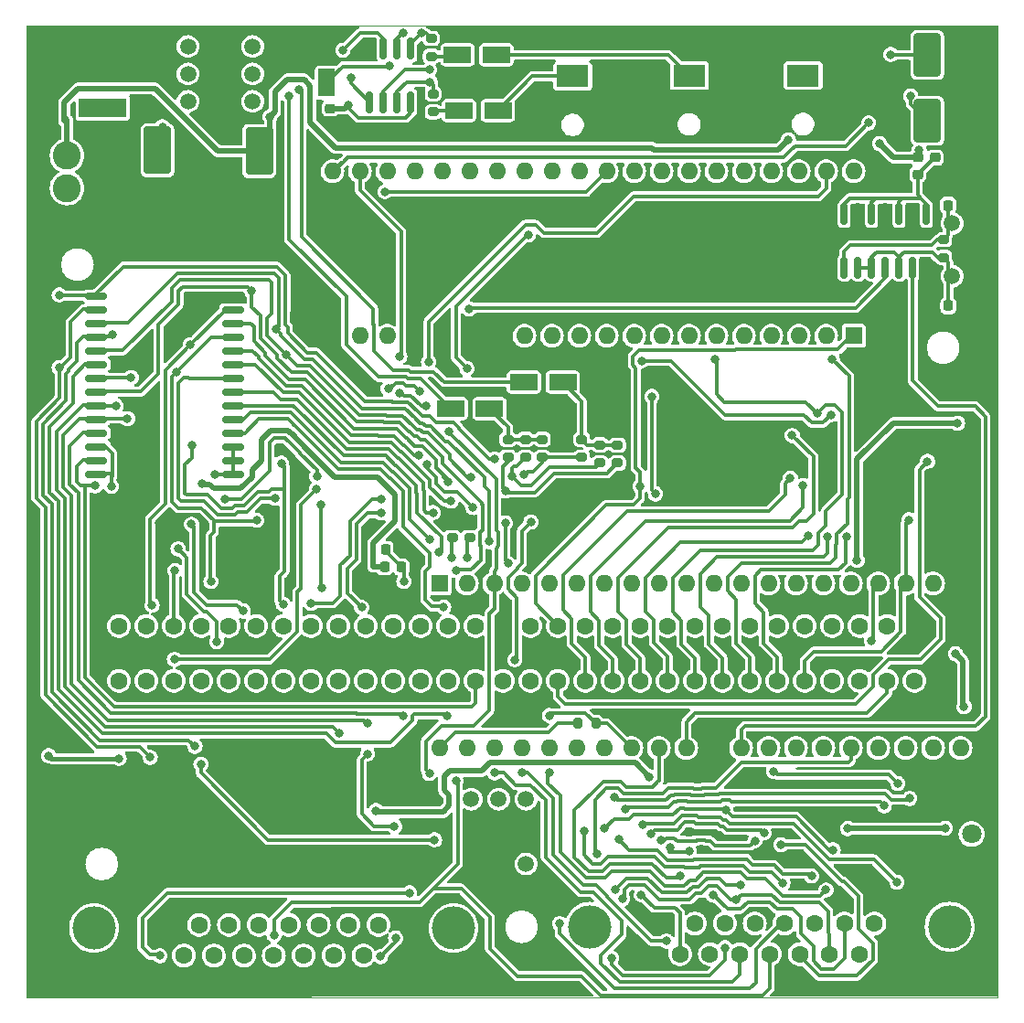
<source format=gtl>
%TF.GenerationSoftware,KiCad,Pcbnew,8.0.7-1.fc39*%
%TF.CreationDate,2025-01-27T15:10:00+03:00*%
%TF.ProjectId,rev.1_f,7265762e-315f-4662-9e6b-696361645f70,rev?*%
%TF.SameCoordinates,Original*%
%TF.FileFunction,Copper,L1,Top*%
%TF.FilePolarity,Positive*%
%FSLAX46Y46*%
G04 Gerber Fmt 4.6, Leading zero omitted, Abs format (unit mm)*
G04 Created by KiCad (PCBNEW 8.0.7-1.fc39) date 2025-01-27 15:10:00*
%MOMM*%
%LPD*%
G01*
G04 APERTURE LIST*
G04 Aperture macros list*
%AMRoundRect*
0 Rectangle with rounded corners*
0 $1 Rounding radius*
0 $2 $3 $4 $5 $6 $7 $8 $9 X,Y pos of 4 corners*
0 Add a 4 corners polygon primitive as box body*
4,1,4,$2,$3,$4,$5,$6,$7,$8,$9,$2,$3,0*
0 Add four circle primitives for the rounded corners*
1,1,$1+$1,$2,$3*
1,1,$1+$1,$4,$5*
1,1,$1+$1,$6,$7*
1,1,$1+$1,$8,$9*
0 Add four rect primitives between the rounded corners*
20,1,$1+$1,$2,$3,$4,$5,0*
20,1,$1+$1,$4,$5,$6,$7,0*
20,1,$1+$1,$6,$7,$8,$9,0*
20,1,$1+$1,$8,$9,$2,$3,0*%
G04 Aperture macros list end*
%TA.AperFunction,SMDPad,CuDef*%
%ADD10RoundRect,0.200000X-0.275000X0.200000X-0.275000X-0.200000X0.275000X-0.200000X0.275000X0.200000X0*%
%TD*%
%TA.AperFunction,ComponentPad*%
%ADD11C,4.000000*%
%TD*%
%TA.AperFunction,ComponentPad*%
%ADD12R,1.600000X1.600000*%
%TD*%
%TA.AperFunction,ComponentPad*%
%ADD13C,1.600000*%
%TD*%
%TA.AperFunction,SMDPad,CuDef*%
%ADD14RoundRect,0.225000X-0.250000X0.225000X-0.250000X-0.225000X0.250000X-0.225000X0.250000X0.225000X0*%
%TD*%
%TA.AperFunction,SMDPad,CuDef*%
%ADD15RoundRect,0.200000X0.275000X-0.200000X0.275000X0.200000X-0.275000X0.200000X-0.275000X-0.200000X0*%
%TD*%
%TA.AperFunction,SMDPad,CuDef*%
%ADD16RoundRect,0.218750X-0.218750X-0.256250X0.218750X-0.256250X0.218750X0.256250X-0.218750X0.256250X0*%
%TD*%
%TA.AperFunction,SMDPad,CuDef*%
%ADD17RoundRect,0.150000X-0.150000X0.825000X-0.150000X-0.825000X0.150000X-0.825000X0.150000X0.825000X0*%
%TD*%
%TA.AperFunction,ComponentPad*%
%ADD18C,1.500000*%
%TD*%
%TA.AperFunction,ComponentPad*%
%ADD19R,3.000000X2.000000*%
%TD*%
%TA.AperFunction,ComponentPad*%
%ADD20R,2.000000X3.000000*%
%TD*%
%TA.AperFunction,SMDPad,CuDef*%
%ADD21RoundRect,0.225000X-0.225000X-0.250000X0.225000X-0.250000X0.225000X0.250000X-0.225000X0.250000X0*%
%TD*%
%TA.AperFunction,SMDPad,CuDef*%
%ADD22RoundRect,0.250000X-1.050000X-0.550000X1.050000X-0.550000X1.050000X0.550000X-1.050000X0.550000X0*%
%TD*%
%TA.AperFunction,SMDPad,CuDef*%
%ADD23RoundRect,0.150000X0.875000X0.150000X-0.875000X0.150000X-0.875000X-0.150000X0.875000X-0.150000X0*%
%TD*%
%TA.AperFunction,ComponentPad*%
%ADD24R,4.400000X1.800000*%
%TD*%
%TA.AperFunction,ComponentPad*%
%ADD25O,4.000000X1.800000*%
%TD*%
%TA.AperFunction,ComponentPad*%
%ADD26O,1.800000X4.000000*%
%TD*%
%TA.AperFunction,SMDPad,CuDef*%
%ADD27RoundRect,0.200000X0.200000X0.275000X-0.200000X0.275000X-0.200000X-0.275000X0.200000X-0.275000X0*%
%TD*%
%TA.AperFunction,ComponentPad*%
%ADD28C,2.600000*%
%TD*%
%TA.AperFunction,SMDPad,CuDef*%
%ADD29RoundRect,0.250000X-1.000000X1.950000X-1.000000X-1.950000X1.000000X-1.950000X1.000000X1.950000X0*%
%TD*%
%TA.AperFunction,SMDPad,CuDef*%
%ADD30RoundRect,0.218750X-0.256250X0.218750X-0.256250X-0.218750X0.256250X-0.218750X0.256250X0.218750X0*%
%TD*%
%TA.AperFunction,SMDPad,CuDef*%
%ADD31RoundRect,0.250000X1.000000X-1.750000X1.000000X1.750000X-1.000000X1.750000X-1.000000X-1.750000X0*%
%TD*%
%TA.AperFunction,ComponentPad*%
%ADD32R,1.800000X1.800000*%
%TD*%
%TA.AperFunction,ComponentPad*%
%ADD33C,1.800000*%
%TD*%
%TA.AperFunction,SMDPad,CuDef*%
%ADD34RoundRect,0.250000X0.550000X-1.050000X0.550000X1.050000X-0.550000X1.050000X-0.550000X-1.050000X0*%
%TD*%
%TA.AperFunction,SMDPad,CuDef*%
%ADD35RoundRect,0.150000X0.150000X-0.825000X0.150000X0.825000X-0.150000X0.825000X-0.150000X-0.825000X0*%
%TD*%
%TA.AperFunction,ComponentPad*%
%ADD36O,1.600000X1.600000*%
%TD*%
%TA.AperFunction,ViaPad*%
%ADD37C,0.800000*%
%TD*%
%TA.AperFunction,Conductor*%
%ADD38C,0.310000*%
%TD*%
%TA.AperFunction,Conductor*%
%ADD39C,0.500000*%
%TD*%
%TA.AperFunction,Conductor*%
%ADD40C,0.400000*%
%TD*%
%TA.AperFunction,Profile*%
%ADD41C,0.200000*%
%TD*%
%TA.AperFunction,Profile*%
%ADD42C,0.100000*%
%TD*%
G04 APERTURE END LIST*
D10*
%TO.P,R15,1*%
%TO.N,Net-(C23-Pad2)*%
X156595000Y-92455000D03*
%TO.P,R15,2*%
%TO.N,/SOUT*%
X156595000Y-94105000D03*
%TD*%
D11*
%TO.P,X5,0*%
%TO.N,N/C*%
X157350000Y-137580000D03*
X190650000Y-137580000D03*
D12*
%TO.P,X5,1*%
%TO.N,GNDD*%
X164305000Y-137280000D03*
D13*
%TO.P,X5,2*%
%TO.N,/J1D0*%
X167075000Y-137280000D03*
%TO.P,X5,3*%
%TO.N,/IRQ*%
X169845000Y-137280000D03*
%TO.P,X5,4*%
%TO.N,/J2D4*%
X172615000Y-137280000D03*
%TO.P,X5,5*%
%TO.N,/J2D3*%
X175385000Y-137280000D03*
%TO.P,X5,6*%
%TO.N,/J2D2*%
X178155000Y-137280000D03*
%TO.P,X5,7*%
%TO.N,/J2D1*%
X180925000Y-137280000D03*
%TO.P,X5,8*%
%TO.N,/J2D0*%
X183695000Y-137280000D03*
%TO.P,X5,9*%
%TO.N,/J2CLK*%
X165690000Y-140120000D03*
%TO.P,X5,10*%
%TO.N,/OUT2*%
X168460000Y-140120000D03*
%TO.P,X5,11*%
%TO.N,/OUT1*%
X171230000Y-140120000D03*
%TO.P,X5,12*%
%TO.N,/OUT0*%
X174000000Y-140120000D03*
%TO.P,X5,13*%
%TO.N,/J1D1*%
X176770000Y-140120000D03*
%TO.P,X5,14*%
%TO.N,/J1CLK*%
X179540000Y-140120000D03*
%TO.P,X5,15*%
%TO.N,Net-(C44-Pad1)*%
X182310000Y-140120000D03*
%TD*%
D14*
%TO.P,C43,1*%
%TO.N,Net-(DD9-4Y)*%
X189305000Y-66360000D03*
%TO.P,C43,2*%
%TO.N,GNDD*%
X189305000Y-67910000D03*
%TD*%
D15*
%TO.P,R34,1*%
%TO.N,Net-(C36-Pad1)*%
X142655000Y-56975000D03*
%TO.P,R34,2*%
%TO.N,Net-(DA2-Pad1)*%
X142655000Y-55325000D03*
%TD*%
D16*
%TO.P,L5,1*%
%TO.N,+5V*%
X138327500Y-104270000D03*
%TO.P,L5,2*%
%TO.N,Net-(DD3-VCC)*%
X139902500Y-104270000D03*
%TD*%
D17*
%TO.P,DA2,1*%
%TO.N,Net-(DA2-Pad1)*%
X140755000Y-56270000D03*
%TO.P,DA2,2,-*%
%TO.N,Net-(DA2.1--)*%
X139485000Y-56270000D03*
%TO.P,DA2,3,+*%
%TO.N,Net-(DA2.1-+)*%
X138215000Y-56270000D03*
%TO.P,DA2,4,V-*%
%TO.N,GNDD*%
X136945000Y-56270000D03*
%TO.P,DA2,5,+*%
%TO.N,Net-(DA2.2-+)*%
X136945000Y-61220000D03*
%TO.P,DA2,6,-*%
%TO.N,Net-(DA2.2--)*%
X138215000Y-61220000D03*
%TO.P,DA2,7*%
%TO.N,Net-(DA2-Pad7)*%
X139485000Y-61220000D03*
%TO.P,DA2,8,V+*%
%TO.N,+5VA*%
X140755000Y-61220000D03*
%TD*%
D18*
%TO.P,SW2,1,1*%
%TO.N,unconnected-(SW2-Pad1)*%
X120125000Y-61150000D03*
%TO.P,SW2,2,2*%
%TO.N,Net-(D1-K)*%
X120125000Y-58610000D03*
%TO.P,SW2,3,3*%
X120125000Y-56070000D03*
%TO.P,SW2,4,4*%
%TO.N,Net-(DA1-Vin)*%
X126125000Y-61150000D03*
%TO.P,SW2,5,5*%
X126125000Y-58610000D03*
%TO.P,SW2,6,6*%
%TO.N,unconnected-(SW2-Pad6)*%
X126125000Y-56070000D03*
%TD*%
D19*
%TO.P,X4,1,Pin_1*%
%TO.N,Net-(X4-Pin_1)*%
X155745000Y-58820000D03*
D20*
%TO.P,X4,2,Pin_2*%
%TO.N,GNDD*%
X159495000Y-62320000D03*
%TO.P,X4,3,Pin_3*%
X151995000Y-62320000D03*
%TD*%
D14*
%TO.P,C27,1*%
%TO.N,+5VA*%
X133285000Y-61795000D03*
%TO.P,C27,2*%
%TO.N,GNDD*%
X133285000Y-63345000D03*
%TD*%
D21*
%TO.P,C30,1*%
%TO.N,Net-(DD9-1A)*%
X190510000Y-70770000D03*
%TO.P,C30,2*%
%TO.N,GNDD*%
X192060000Y-70770000D03*
%TD*%
D10*
%TO.P,R14,1*%
%TO.N,Net-(C23-Pad2)*%
X159905000Y-92985000D03*
%TO.P,R14,2*%
%TO.N,/SQR*%
X159905000Y-94635000D03*
%TD*%
D11*
%TO.P,X2,0*%
%TO.N,N/C*%
X111425000Y-137710000D03*
X144725000Y-137710000D03*
D12*
%TO.P,X2,1*%
%TO.N,GNDD*%
X118380000Y-137410000D03*
D13*
%TO.P,X2,2*%
%TO.N,unconnected-(X2-Pad2)*%
X121150000Y-137410000D03*
%TO.P,X2,3*%
%TO.N,unconnected-(X2-Pad3)*%
X123920000Y-137410000D03*
%TO.P,X2,4*%
%TO.N,unconnected-(X2-Pad4)*%
X126690000Y-137410000D03*
%TO.P,X2,5*%
%TO.N,unconnected-(X2-Pad5)*%
X129460000Y-137410000D03*
%TO.P,X2,6*%
%TO.N,unconnected-(X2-Pad6)*%
X132230000Y-137410000D03*
%TO.P,X2,7*%
%TO.N,unconnected-(X2-Pad7)*%
X135000000Y-137410000D03*
%TO.P,X2,8*%
%TO.N,/J1D0*%
X137770000Y-137410000D03*
%TO.P,X2,9*%
%TO.N,/J1CLK*%
X119765000Y-140250000D03*
%TO.P,X2,10*%
%TO.N,unconnected-(X2-Pad10)*%
X122535000Y-140250000D03*
%TO.P,X2,11*%
%TO.N,unconnected-(X2-Pad11)*%
X125305000Y-140250000D03*
%TO.P,X2,12*%
%TO.N,/OUT0*%
X128075000Y-140250000D03*
%TO.P,X2,13*%
%TO.N,unconnected-(X2-Pad13)*%
X130845000Y-140250000D03*
%TO.P,X2,14*%
%TO.N,unconnected-(X2-Pad14)*%
X133615000Y-140250000D03*
%TO.P,X2,15*%
%TO.N,Net-(C22-Pad1)*%
X136385000Y-140250000D03*
%TD*%
D22*
%TO.P,C23,1*%
%TO.N,Net-(DA2.1-+)*%
X151235000Y-87160000D03*
%TO.P,C23,2*%
%TO.N,Net-(C23-Pad2)*%
X154835000Y-87160000D03*
%TD*%
D10*
%TO.P,R17,1*%
%TO.N,Net-(C24-Pad2)*%
X149755000Y-92445000D03*
%TO.P,R17,2*%
%TO.N,/SQR*%
X149755000Y-94095000D03*
%TD*%
D23*
%TO.P,DD6,1,A14*%
%TO.N,Net-(DD6-A12)*%
X124350000Y-95670000D03*
%TO.P,DD6,2,A12*%
X124350000Y-94400000D03*
%TO.P,DD6,3,A7*%
X124350000Y-93130000D03*
%TO.P,DD6,4,A6*%
%TO.N,/VA10*%
X124350000Y-91860000D03*
%TO.P,DD6,5,A5*%
%TO.N,/PA6*%
X124350000Y-90590000D03*
%TO.P,DD6,6,A4*%
%TO.N,/PA5*%
X124350000Y-89320000D03*
%TO.P,DD6,7,A3*%
%TO.N,/PA4*%
X124350000Y-88050000D03*
%TO.P,DD6,8,A2*%
%TO.N,/PA3*%
X124350000Y-86780000D03*
%TO.P,DD6,9,A1*%
%TO.N,/PA2*%
X124350000Y-85510000D03*
%TO.P,DD6,10,A0*%
%TO.N,/PA0*%
X124350000Y-84240000D03*
%TO.P,DD6,11,Q0*%
%TO.N,/PAD1*%
X124350000Y-82970000D03*
%TO.P,DD6,12,Q1*%
%TO.N,/PAD2*%
X124350000Y-81700000D03*
%TO.P,DD6,13,Q2*%
%TO.N,/PAD3*%
X124350000Y-80430000D03*
%TO.P,DD6,14,GND*%
%TO.N,GNDD*%
X124350000Y-79160000D03*
%TO.P,DD6,15,Q3*%
%TO.N,/PAD4*%
X111650000Y-79160000D03*
%TO.P,DD6,16,Q4*%
%TO.N,/PAD5*%
X111650000Y-80430000D03*
%TO.P,DD6,17,Q5*%
%TO.N,/PAD6*%
X111650000Y-81700000D03*
%TO.P,DD6,18,Q6*%
%TO.N,/PAD7*%
X111650000Y-82970000D03*
%TO.P,DD6,19,Q7*%
%TO.N,/PAD0*%
X111650000Y-84240000D03*
%TO.P,DD6,20,~{CS}*%
%TO.N,/VRAM*%
X111650000Y-85510000D03*
%TO.P,DD6,21,A10*%
%TO.N,/PA1*%
X111650000Y-86780000D03*
%TO.P,DD6,22,~{OE}*%
%TO.N,/PRD*%
X111650000Y-88050000D03*
%TO.P,DD6,23,A11*%
%TO.N,/PA9*%
X111650000Y-89320000D03*
%TO.P,DD6,24,A9*%
%TO.N,/PA8*%
X111650000Y-90590000D03*
%TO.P,DD6,25,A8*%
%TO.N,/PA7*%
X111650000Y-91860000D03*
%TO.P,DD6,26,A13*%
%TO.N,Net-(DD6-A12)*%
X111650000Y-93130000D03*
%TO.P,DD6,27,~{WE}*%
%TO.N,/PWR*%
X111650000Y-94400000D03*
%TO.P,DD6,28,VCC*%
%TO.N,Net-(DD6-A12)*%
X111650000Y-95670000D03*
%TD*%
D24*
%TO.P,X1,1,Pin_1*%
%TO.N,Net-(D1-A)*%
X112215000Y-61710000D03*
D25*
%TO.P,X1,2,Pin_2*%
%TO.N,GNDD*%
X112215000Y-55910000D03*
D26*
%TO.P,X1,3,Pin_3*%
X107415000Y-58710000D03*
%TD*%
D27*
%TO.P,R2,1*%
%TO.N,Net-(DD1-NMI)*%
X157890000Y-118750000D03*
%TO.P,R2,2*%
%TO.N,Net-(DD1-VCC)*%
X156240000Y-118750000D03*
%TD*%
D21*
%TO.P,C8,1*%
%TO.N,Net-(DD3-VCC)*%
X138410000Y-102620000D03*
%TO.P,C8,2*%
%TO.N,GNDD*%
X139960000Y-102620000D03*
%TD*%
D15*
%TO.P,R37,1*%
%TO.N,Net-(DD9-1Y)*%
X190105000Y-75610000D03*
%TO.P,R37,2*%
%TO.N,Net-(DD9-1A)*%
X190105000Y-73960000D03*
%TD*%
D21*
%TO.P,C31,1*%
%TO.N,Net-(DD9-1Y)*%
X190550000Y-80080000D03*
%TO.P,C31,2*%
%TO.N,GNDD*%
X192100000Y-80080000D03*
%TD*%
D10*
%TO.P,R18,1*%
%TO.N,Net-(C24-Pad2)*%
X152935000Y-92455000D03*
%TO.P,R18,2*%
%TO.N,/SOUT*%
X152935000Y-94105000D03*
%TD*%
D28*
%TO.P,L4,1*%
%TO.N,Net-(D2-K)*%
X108925000Y-69180000D03*
%TO.P,L4,2*%
%TO.N,+5V*%
X108925000Y-66180000D03*
%TD*%
D18*
%TO.P,SW1,1,1*%
%TO.N,unconnected-(SW1-Pad1)*%
X151435000Y-131770000D03*
%TO.P,SW1,2,2*%
%TO.N,GNDD*%
X148895000Y-131770000D03*
%TO.P,SW1,3,3*%
X146355000Y-131770000D03*
%TO.P,SW1,4,4*%
%TO.N,/RESET*%
X151435000Y-125770000D03*
%TO.P,SW1,5,5*%
X148895000Y-125770000D03*
%TO.P,SW1,6,6*%
%TO.N,unconnected-(SW1-Pad6)*%
X146355000Y-125770000D03*
%TD*%
D19*
%TO.P,X6,1,Pin_1*%
%TO.N,Net-(X6-Pin_1)*%
X177085000Y-58750000D03*
D20*
%TO.P,X6,2,Pin_2*%
%TO.N,GNDD*%
X180835000Y-62250000D03*
%TO.P,X6,3,Pin_3*%
X173335000Y-62250000D03*
%TD*%
D29*
%TO.P,C3,1*%
%TO.N,Net-(DA1-Vin)*%
X117305000Y-65680000D03*
%TO.P,C3,2*%
%TO.N,GNDD*%
X117305000Y-73080000D03*
%TD*%
D10*
%TO.P,R13,1*%
%TO.N,Net-(C23-Pad2)*%
X158275000Y-92965000D03*
%TO.P,R13,2*%
%TO.N,/DMC*%
X158275000Y-94615000D03*
%TD*%
D30*
%TO.P,L15,1*%
%TO.N,+5V*%
X187715000Y-66342500D03*
%TO.P,L15,2*%
%TO.N,Net-(DD9-4Y)*%
X187715000Y-67917500D03*
%TD*%
D31*
%TO.P,C41,1*%
%TO.N,Net-(D4-A)*%
X188595000Y-62950000D03*
%TO.P,C41,2*%
%TO.N,Net-(C41-Pad2)*%
X188595000Y-56850000D03*
%TD*%
D32*
%TO.P,D3,1,K*%
%TO.N,GNDD*%
X192695000Y-131540000D03*
D33*
%TO.P,D3,2,A*%
%TO.N,Net-(D3-A)*%
X192695000Y-129000000D03*
%TD*%
D34*
%TO.P,C28,1*%
%TO.N,Net-(C26-Pad1)*%
X132975000Y-59420000D03*
%TO.P,C28,2*%
%TO.N,GNDD*%
X132975000Y-55820000D03*
%TD*%
D10*
%TO.P,R16,1*%
%TO.N,Net-(C24-Pad2)*%
X151385000Y-92455000D03*
%TO.P,R16,2*%
%TO.N,/DMC*%
X151385000Y-94105000D03*
%TD*%
D12*
%TO.P,XP1,1,GND*%
%TO.N,GNDD*%
X187415000Y-109730000D03*
D13*
%TO.P,XP1,2,A11*%
%TO.N,/A11*%
X184875000Y-109730000D03*
%TO.P,XP1,3,A10*%
%TO.N,/A10*%
X182335000Y-109730000D03*
%TO.P,XP1,4,A9*%
%TO.N,/A9*%
X179795000Y-109730000D03*
%TO.P,XP1,5,A8*%
%TO.N,/A8*%
X177255000Y-109730000D03*
%TO.P,XP1,6,A7*%
%TO.N,/A7*%
X174715000Y-109730000D03*
%TO.P,XP1,7,A6*%
%TO.N,/A6*%
X172175000Y-109730000D03*
%TO.P,XP1,8,A5*%
%TO.N,/A5*%
X169635000Y-109730000D03*
%TO.P,XP1,9,A4*%
%TO.N,/A4*%
X167095000Y-109730000D03*
%TO.P,XP1,10,A3*%
%TO.N,/A3*%
X164555000Y-109730000D03*
%TO.P,XP1,11,A2*%
%TO.N,/A2*%
X162015000Y-109730000D03*
%TO.P,XP1,12,A1*%
%TO.N,/A1*%
X159475000Y-109730000D03*
%TO.P,XP1,13,A0*%
%TO.N,/A0*%
X156935000Y-109730000D03*
%TO.P,XP1,14,~{WR}*%
%TO.N,/R_W*%
X154395000Y-109730000D03*
%TO.P,XP1,15,~{IRQ}*%
%TO.N,/IRQ*%
X151855000Y-109730000D03*
%TO.P,XP1,16,GND*%
%TO.N,GNDD*%
X149315000Y-109730000D03*
%TO.P,XP1,17,PRD*%
%TO.N,/PRD*%
X146775000Y-109730000D03*
%TO.P,XP1,18,VA10*%
%TO.N,/VA10*%
X144235000Y-109730000D03*
%TO.P,XP1,19,PA6*%
%TO.N,/PA6*%
X141695000Y-109730000D03*
%TO.P,XP1,20,PA5*%
%TO.N,/PA5*%
X139155000Y-109730000D03*
%TO.P,XP1,21,PA4*%
%TO.N,/PA4*%
X136615000Y-109730000D03*
%TO.P,XP1,22,PA3*%
%TO.N,/PA3*%
X134075000Y-109730000D03*
%TO.P,XP1,23,PA2*%
%TO.N,/PA2*%
X131535000Y-109730000D03*
%TO.P,XP1,24,PA1*%
%TO.N,/PA1*%
X128995000Y-109730000D03*
%TO.P,XP1,25,PA0*%
%TO.N,/PA0*%
X126455000Y-109730000D03*
%TO.P,XP1,26,PAD0*%
%TO.N,/PAD0*%
X123915000Y-109730000D03*
%TO.P,XP1,27,PAD1*%
%TO.N,/PAD1*%
X121375000Y-109730000D03*
%TO.P,XP1,28,PAD2*%
%TO.N,/PAD2*%
X118835000Y-109730000D03*
%TO.P,XP1,29,PAD3*%
%TO.N,/PAD3*%
X116295000Y-109730000D03*
%TO.P,XP1,30,VCC*%
%TO.N,Net-(C19-Pad1)*%
X113755000Y-109730000D03*
%TO.P,XP1,31,VCC*%
%TO.N,Net-(C25-Pad1)*%
X187415000Y-114810000D03*
%TO.P,XP1,32,F2*%
%TO.N,/F2*%
X184875000Y-114810000D03*
%TO.P,XP1,33,A12*%
%TO.N,/A12*%
X182335000Y-114810000D03*
%TO.P,XP1,34,A13*%
%TO.N,/A13*%
X179795000Y-114810000D03*
%TO.P,XP1,35,A14*%
%TO.N,/A14*%
X177255000Y-114810000D03*
%TO.P,XP1,36,D7*%
%TO.N,/D7*%
X174715000Y-114810000D03*
%TO.P,XP1,37,D6*%
%TO.N,/D6*%
X172175000Y-114810000D03*
%TO.P,XP1,38,D5*%
%TO.N,/D5*%
X169635000Y-114810000D03*
%TO.P,XP1,39,D4*%
%TO.N,/D4*%
X167095000Y-114810000D03*
%TO.P,XP1,40,D3*%
%TO.N,/D3*%
X164555000Y-114810000D03*
%TO.P,XP1,41,D2*%
%TO.N,/D2*%
X162015000Y-114810000D03*
%TO.P,XP1,42,D1*%
%TO.N,/D1*%
X159475000Y-114810000D03*
%TO.P,XP1,43,D0*%
%TO.N,/D0*%
X156935000Y-114810000D03*
%TO.P,XP1,44,~{CSROM}*%
%TO.N,/CART*%
X154395000Y-114810000D03*
%TO.P,XP1,45,SIN*%
%TO.N,/SOUT*%
X151855000Y-114810000D03*
%TO.P,XP1,46,SOUT*%
X149315000Y-114810000D03*
%TO.P,XP1,47,~{VWR}*%
%TO.N,/PWR*%
X146775000Y-114810000D03*
%TO.P,XP1,48,~{VCS}*%
%TO.N,/VRAM*%
X144235000Y-114810000D03*
%TO.P,XP1,49,~{PA13}*%
%TO.N,/nPA13*%
X141695000Y-114810000D03*
%TO.P,XP1,50,PA7*%
%TO.N,/PA7*%
X139155000Y-114810000D03*
%TO.P,XP1,51,PA8*%
%TO.N,/PA8*%
X136615000Y-114810000D03*
%TO.P,XP1,52,PA9*%
%TO.N,/PA9*%
X134075000Y-114810000D03*
%TO.P,XP1,53,PA10*%
%TO.N,/PA10*%
X131535000Y-114810000D03*
%TO.P,XP1,54,PA11*%
%TO.N,/PA11*%
X128995000Y-114810000D03*
%TO.P,XP1,55,PA12*%
%TO.N,/PA12*%
X126455000Y-114810000D03*
%TO.P,XP1,56,PA13*%
%TO.N,/PA13*%
X123915000Y-114810000D03*
%TO.P,XP1,57,PAD7*%
%TO.N,/PAD7*%
X121375000Y-114810000D03*
%TO.P,XP1,58,PAD6*%
%TO.N,/PAD6*%
X118835000Y-114810000D03*
%TO.P,XP1,59,PAD5*%
%TO.N,/PAD5*%
X116295000Y-114810000D03*
%TO.P,XP1,60,PAD4*%
%TO.N,/PAD4*%
X113755000Y-114810000D03*
%TD*%
D35*
%TO.P,DD9,1,1A*%
%TO.N,Net-(DD9-1A)*%
X180895000Y-76550000D03*
%TO.P,DD9,2,1Y*%
%TO.N,Net-(DD9-1Y)*%
X182165000Y-76550000D03*
%TO.P,DD9,3,2A*%
X183435000Y-76550000D03*
%TO.P,DD9,4,2Y*%
%TO.N,/PPU_CLK*%
X184705000Y-76550000D03*
%TO.P,DD9,5,3A*%
%TO.N,Net-(DD9-1Y)*%
X185975000Y-76550000D03*
%TO.P,DD9,6,3Y*%
%TO.N,/CPU_CLK*%
X187245000Y-76550000D03*
%TO.P,DD9,7,GND*%
%TO.N,GNDD*%
X188515000Y-76550000D03*
%TO.P,DD9,8,4Y*%
%TO.N,Net-(DD9-4Y)*%
X188515000Y-71600000D03*
%TO.P,DD9,9,4A*%
%TO.N,GNDD*%
X187245000Y-71600000D03*
%TO.P,DD9,10,5Y*%
%TO.N,Net-(DD9-4Y)*%
X185975000Y-71600000D03*
%TO.P,DD9,11,5A*%
%TO.N,GNDD*%
X184705000Y-71600000D03*
%TO.P,DD9,12,6Y*%
%TO.N,Net-(DD9-4Y)*%
X183435000Y-71600000D03*
%TO.P,DD9,13,6A*%
%TO.N,GNDD*%
X182165000Y-71600000D03*
%TO.P,DD9,14,VCC*%
%TO.N,Net-(DD9-4Y)*%
X180895000Y-71600000D03*
%TD*%
D29*
%TO.P,C9,1*%
%TO.N,+5V*%
X126725000Y-65750000D03*
%TO.P,C9,2*%
%TO.N,GNDD*%
X126725000Y-73150000D03*
%TD*%
D22*
%TO.P,C24,1*%
%TO.N,Net-(DA2.2-+)*%
X144455000Y-89590000D03*
%TO.P,C24,2*%
%TO.N,Net-(C24-Pad2)*%
X148055000Y-89590000D03*
%TD*%
%TO.P,C37,1*%
%TO.N,Net-(C37-Pad1)*%
X145225000Y-62010000D03*
%TO.P,C37,2*%
%TO.N,Net-(X4-Pin_1)*%
X148825000Y-62010000D03*
%TD*%
D19*
%TO.P,X3,1,Pin_1*%
%TO.N,Net-(X3-Pin_1)*%
X166545000Y-58770000D03*
D20*
%TO.P,X3,2,Pin_2*%
%TO.N,GNDD*%
X170295000Y-62270000D03*
%TO.P,X3,3,Pin_3*%
X162795000Y-62270000D03*
%TD*%
D15*
%TO.P,R35,1*%
%TO.N,Net-(C37-Pad1)*%
X142825000Y-62115000D03*
%TO.P,R35,2*%
%TO.N,Net-(DA2-Pad7)*%
X142825000Y-60465000D03*
%TD*%
%TO.P,R10,1*%
%TO.N,/SQR*%
X144605000Y-101535000D03*
%TO.P,R10,2*%
%TO.N,GNDD*%
X144605000Y-99885000D03*
%TD*%
%TO.P,R9,1*%
%TO.N,/DMC*%
X146205000Y-101535000D03*
%TO.P,R9,2*%
%TO.N,GNDD*%
X146205000Y-99885000D03*
%TD*%
D22*
%TO.P,C36,1*%
%TO.N,Net-(C36-Pad1)*%
X145095000Y-56850000D03*
%TO.P,C36,2*%
%TO.N,Net-(X3-Pin_1)*%
X148695000Y-56850000D03*
%TD*%
D18*
%TO.P,Z1,1,1*%
%TO.N,Net-(DD9-1A)*%
X190900000Y-72450000D03*
%TO.P,Z1,2,2*%
%TO.N,Net-(DD9-1Y)*%
X190900000Y-77330000D03*
%TD*%
D12*
%TO.P,DD2,1,R/W*%
%TO.N,/R_W*%
X181770000Y-82865000D03*
D36*
%TO.P,DD2,2,D0*%
%TO.N,/D0*%
X179230000Y-82865000D03*
%TO.P,DD2,3,D1*%
%TO.N,/D1*%
X176690000Y-82865000D03*
%TO.P,DD2,4,D2*%
%TO.N,/D2*%
X174150000Y-82865000D03*
%TO.P,DD2,5,D3*%
%TO.N,/D3*%
X171610000Y-82865000D03*
%TO.P,DD2,6,D4*%
%TO.N,/D4*%
X169070000Y-82865000D03*
%TO.P,DD2,7,D5*%
%TO.N,/D5*%
X166530000Y-82865000D03*
%TO.P,DD2,8,D6*%
%TO.N,/D6*%
X163990000Y-82865000D03*
%TO.P,DD2,9,D7*%
%TO.N,/D7*%
X161450000Y-82865000D03*
%TO.P,DD2,10,A2*%
%TO.N,/A2*%
X158910000Y-82865000D03*
%TO.P,DD2,11,A1*%
%TO.N,/A1*%
X156370000Y-82865000D03*
%TO.P,DD2,12,A0*%
%TO.N,/A0*%
X153830000Y-82865000D03*
%TO.P,DD2,13,STB*%
%TO.N,Net-(DD2-STB)*%
X151290000Y-82865000D03*
%TO.P,DD2,14,EXT0*%
%TO.N,GNDD*%
X148750000Y-82865000D03*
%TO.P,DD2,15,EXT1*%
X146210000Y-82865000D03*
%TO.P,DD2,16,EXT2*%
X143670000Y-82865000D03*
%TO.P,DD2,17,EXT3*%
X141130000Y-82865000D03*
%TO.P,DD2,18,CLK*%
%TO.N,/PPU_CLK*%
X138590000Y-82865000D03*
%TO.P,DD2,19,NMI*%
%TO.N,Net-(DD1-NMI)*%
X136050000Y-82865000D03*
%TO.P,DD2,20,GND*%
%TO.N,GNDD*%
X133510000Y-82865000D03*
%TO.P,DD2,21,VIDEO*%
%TO.N,/VIDEO*%
X133510000Y-67625000D03*
%TO.P,DD2,22,RES*%
%TO.N,/RESET*%
X136050000Y-67625000D03*
%TO.P,DD2,23,PWR*%
%TO.N,/PWR*%
X138590000Y-67625000D03*
%TO.P,DD2,24,PRD*%
%TO.N,/PRD*%
X141130000Y-67625000D03*
%TO.P,DD2,25,PA13*%
%TO.N,/PA13*%
X143670000Y-67625000D03*
%TO.P,DD2,26,PA12*%
%TO.N,/PA12*%
X146210000Y-67625000D03*
%TO.P,DD2,27,PA11*%
%TO.N,/PA11*%
X148750000Y-67625000D03*
%TO.P,DD2,28,PA10*%
%TO.N,/PA10*%
X151290000Y-67625000D03*
%TO.P,DD2,29,PA9*%
%TO.N,/PA9*%
X153830000Y-67625000D03*
%TO.P,DD2,30,PA8*%
%TO.N,/PA8*%
X156370000Y-67625000D03*
%TO.P,DD2,31,PAD7*%
%TO.N,/PAD7*%
X158910000Y-67625000D03*
%TO.P,DD2,32,PAD6*%
%TO.N,/PAD6*%
X161450000Y-67625000D03*
%TO.P,DD2,33,PAD5*%
%TO.N,/PAD5*%
X163990000Y-67625000D03*
%TO.P,DD2,34,PAD4*%
%TO.N,/PAD4*%
X166530000Y-67625000D03*
%TO.P,DD2,35,PAD3*%
%TO.N,/PAD3*%
X169070000Y-67625000D03*
%TO.P,DD2,36,PAD2*%
%TO.N,/PAD2*%
X171610000Y-67625000D03*
%TO.P,DD2,37,PAD1*%
%TO.N,/PAD1*%
X174150000Y-67625000D03*
%TO.P,DD2,38,PAD0*%
%TO.N,/PAD0*%
X176690000Y-67625000D03*
%TO.P,DD2,39,PALE*%
%TO.N,/LE*%
X179230000Y-67625000D03*
%TO.P,DD2,40,VCC*%
%TO.N,Net-(DD2-VCC)*%
X181770000Y-67625000D03*
%TD*%
D12*
%TO.P,DD1,1,SQR*%
%TO.N,/SQR*%
X143410000Y-105785000D03*
D36*
%TO.P,DD1,2,DMS*%
%TO.N,/DMC*%
X145950000Y-105785000D03*
%TO.P,DD1,3,RES*%
%TO.N,/RESET*%
X148490000Y-105785000D03*
%TO.P,DD1,4,A0*%
%TO.N,/A0*%
X151030000Y-105785000D03*
%TO.P,DD1,5,A1*%
%TO.N,/A1*%
X153570000Y-105785000D03*
%TO.P,DD1,6,A2*%
%TO.N,/A2*%
X156110000Y-105785000D03*
%TO.P,DD1,7,A3*%
%TO.N,/A3*%
X158650000Y-105785000D03*
%TO.P,DD1,8,A4*%
%TO.N,/A4*%
X161190000Y-105785000D03*
%TO.P,DD1,9,A5*%
%TO.N,/A5*%
X163730000Y-105785000D03*
%TO.P,DD1,10,A6*%
%TO.N,/A6*%
X166270000Y-105785000D03*
%TO.P,DD1,11,A7*%
%TO.N,/A7*%
X168810000Y-105785000D03*
%TO.P,DD1,12,A8*%
%TO.N,/A8*%
X171350000Y-105785000D03*
%TO.P,DD1,13,A9*%
%TO.N,/A9*%
X173890000Y-105785000D03*
%TO.P,DD1,14,A10*%
%TO.N,/A10*%
X176430000Y-105785000D03*
%TO.P,DD1,15,A11*%
%TO.N,/A11*%
X178970000Y-105785000D03*
%TO.P,DD1,16,A12*%
%TO.N,/A12*%
X181510000Y-105785000D03*
%TO.P,DD1,17,A13*%
%TO.N,/A13*%
X184050000Y-105785000D03*
%TO.P,DD1,18,A14*%
%TO.N,/A14*%
X186590000Y-105785000D03*
%TO.P,DD1,19,A15*%
%TO.N,/A15*%
X189130000Y-105785000D03*
%TO.P,DD1,20,GND*%
%TO.N,GNDD*%
X191670000Y-105785000D03*
%TO.P,DD1,21,D7*%
%TO.N,/D7*%
X191670000Y-121025000D03*
%TO.P,DD1,22,D6*%
%TO.N,/D6*%
X189130000Y-121025000D03*
%TO.P,DD1,23,D5*%
%TO.N,/D5*%
X186590000Y-121025000D03*
%TO.P,DD1,24,D4*%
%TO.N,/D4*%
X184050000Y-121025000D03*
%TO.P,DD1,25,D3*%
%TO.N,/D3*%
X181510000Y-121025000D03*
%TO.P,DD1,26,D2*%
%TO.N,/D2*%
X178970000Y-121025000D03*
%TO.P,DD1,27,D1*%
%TO.N,/D1*%
X176430000Y-121025000D03*
%TO.P,DD1,28,D0*%
%TO.N,/D0*%
X173890000Y-121025000D03*
%TO.P,DD1,29,CLK*%
%TO.N,/CPU_CLK*%
X171350000Y-121025000D03*
%TO.P,DD1,30,DBG*%
%TO.N,GNDD*%
X168810000Y-121025000D03*
%TO.P,DD1,31,F2*%
%TO.N,/F2*%
X166270000Y-121025000D03*
%TO.P,DD1,32,IRQ*%
%TO.N,/IRQ*%
X163730000Y-121025000D03*
%TO.P,DD1,33,NMI*%
%TO.N,Net-(DD1-NMI)*%
X161190000Y-121025000D03*
%TO.P,DD1,34,R/W*%
%TO.N,/R_W*%
X158650000Y-121025000D03*
%TO.P,DD1,35,JOY2*%
%TO.N,/JOY2*%
X156110000Y-121025000D03*
%TO.P,DD1,36,JOY1*%
%TO.N,/JOY1*%
X153570000Y-121025000D03*
%TO.P,DD1,37,OUT2*%
%TO.N,/OUT2*%
X151030000Y-121025000D03*
%TO.P,DD1,38,OUT1*%
%TO.N,/OUT1*%
X148490000Y-121025000D03*
%TO.P,DD1,39,OUT0*%
%TO.N,/OUT0*%
X145950000Y-121025000D03*
%TO.P,DD1,40,VCC*%
%TO.N,Net-(DD1-VCC)*%
X143410000Y-121025000D03*
%TD*%
D37*
%TO.N,/RESET*%
X142483517Y-123380454D03*
X139755000Y-84750000D03*
X139715000Y-88140000D03*
X144323751Y-91730018D03*
X142215000Y-89330000D03*
%TO.N,GNDD*%
X152995000Y-135260000D03*
X141065000Y-132470000D03*
X118500000Y-83900000D03*
X146355000Y-128080000D03*
X188565000Y-78570000D03*
X139355000Y-124120000D03*
X167638223Y-130440252D03*
X149255000Y-111480000D03*
X137595000Y-123710000D03*
X188985000Y-109850000D03*
X140055000Y-136810000D03*
X159800000Y-88000000D03*
X169041346Y-123300796D03*
X133145000Y-132480000D03*
X110500000Y-72000000D03*
X119380000Y-129540000D03*
X112425000Y-67700000D03*
X131175000Y-55380000D03*
X178525000Y-92230000D03*
X117765000Y-103610000D03*
X127000000Y-124460000D03*
X115225000Y-85180000D03*
X164640000Y-141204177D03*
X191975000Y-101085000D03*
X184075000Y-94020000D03*
X167335000Y-123860000D03*
X188321143Y-139086276D03*
X132080000Y-127000000D03*
X172085000Y-96030000D03*
X128560885Y-93220000D03*
X143358010Y-125995676D03*
X121920000Y-127000000D03*
X193915000Y-55110000D03*
X140965000Y-128330000D03*
X127000000Y-127000000D03*
X134295000Y-123420000D03*
X127000000Y-121920000D03*
X115345000Y-103310000D03*
X128025509Y-104403457D03*
X129540000Y-124460000D03*
X143920341Y-99136488D03*
X184745000Y-73130000D03*
X176335108Y-133681436D03*
X180395000Y-134290000D03*
X141655000Y-103840000D03*
X183325000Y-99550000D03*
X155556570Y-134665301D03*
X134620000Y-127000000D03*
X172000000Y-98000000D03*
X122555000Y-79170000D03*
X133595000Y-136180000D03*
X173666657Y-136196428D03*
X186013000Y-65005000D03*
X148945000Y-137460000D03*
X189715000Y-112370000D03*
X117485529Y-100188216D03*
X151400000Y-77300000D03*
X137900000Y-78600000D03*
X150537806Y-115695920D03*
X129540000Y-121920000D03*
X119380000Y-127000000D03*
X143405000Y-131170000D03*
X183125000Y-134090000D03*
X132080000Y-121920000D03*
X116840000Y-129540000D03*
X129540000Y-127000000D03*
X134228658Y-84351079D03*
X129705000Y-105900000D03*
X141715000Y-137510000D03*
X166548908Y-128780000D03*
X116840000Y-127000000D03*
X169365000Y-129160000D03*
X121920000Y-129540000D03*
X153625000Y-98370000D03*
X168460221Y-137882078D03*
X122515000Y-69920000D03*
X140995000Y-84690000D03*
X132080000Y-124460000D03*
X191705000Y-107600000D03*
X182400000Y-86400000D03*
X143600000Y-76200000D03*
%TO.N,Net-(DA1-Vin)*%
X117750000Y-63500000D03*
%TO.N,Net-(DD3-VCC)*%
X140115000Y-105620000D03*
%TO.N,+5V*%
X113750000Y-122000000D03*
X162849566Y-123701270D03*
X181235000Y-128490000D03*
X191400000Y-90960000D03*
X127725000Y-62560000D03*
X175725000Y-64710000D03*
X190255000Y-128460000D03*
X192000000Y-117200000D03*
X191215000Y-112300000D03*
X107245000Y-121750000D03*
X187837974Y-65660000D03*
X121400000Y-96525000D03*
X137555000Y-126830000D03*
X182095000Y-103640000D03*
X184173000Y-65055000D03*
%TO.N,Net-(DD5-A10)*%
X163415000Y-97500000D03*
X163095000Y-88470000D03*
%TO.N,Net-(DD6-A12)*%
X113025000Y-96780000D03*
X122600000Y-95670000D03*
%TO.N,/J1D0*%
X169844587Y-139519386D03*
X159365000Y-140510000D03*
%TO.N,/J1CLK*%
X170910783Y-135067422D03*
X117535000Y-140270000D03*
X140645000Y-134450000D03*
X160375000Y-135010000D03*
%TO.N,Net-(C22-Pad1)*%
X139365000Y-138650000D03*
X137965000Y-140350000D03*
%TO.N,+5VA*%
X134965000Y-61470000D03*
%TO.N,/J2D2*%
X160013349Y-129511651D03*
X177873535Y-132883992D03*
%TO.N,/J2D1*%
X168765359Y-134650252D03*
%TO.N,/J2D0*%
X162214608Y-128147347D03*
X185785000Y-133480000D03*
%TO.N,/IRQ*%
X165720000Y-132875000D03*
%TO.N,/J2CLK*%
X162104254Y-134612549D03*
%TO.N,/J2D4*%
X175233545Y-133544813D03*
X156795000Y-128730000D03*
%TO.N,/OUT2*%
X164451633Y-138912391D03*
X151045000Y-123345000D03*
%TO.N,/J2D3*%
X154545000Y-137300000D03*
%TO.N,Net-(DA2-Pad1)*%
X141755000Y-54850000D03*
%TO.N,Net-(DA2.1--)*%
X140068006Y-54771003D03*
%TO.N,Net-(DA2.1-+)*%
X130446047Y-60065000D03*
X134485000Y-56405000D03*
%TO.N,Net-(DA2.2-+)*%
X135222207Y-58976277D03*
X129485903Y-60620474D03*
%TO.N,Net-(DA2.2--)*%
X142515000Y-58230000D03*
%TO.N,Net-(DA2-Pad7)*%
X142557255Y-59339198D03*
%TO.N,/SQR*%
X144525000Y-103400000D03*
X149530000Y-97230991D03*
%TO.N,/D7*%
X181145000Y-101497394D03*
%TO.N,/DMC*%
X146025000Y-103400000D03*
X150150000Y-95873201D03*
%TO.N,/D6*%
X179800000Y-85000000D03*
X162190000Y-85170000D03*
X179705000Y-90160000D03*
%TO.N,/D5*%
X179345000Y-101497394D03*
%TO.N,/D4*%
X168957759Y-85024891D03*
X186953931Y-125703931D03*
X159589254Y-125594362D03*
X178445000Y-90045000D03*
%TO.N,/D3*%
X177600000Y-101400000D03*
X158020598Y-130842302D03*
%TO.N,/D2*%
X158690670Y-128494049D03*
X176085000Y-92090000D03*
X179885744Y-130464146D03*
X169955329Y-126736539D03*
%TO.N,/D1*%
X159663616Y-134145000D03*
X177100000Y-96700000D03*
X171283045Y-133749201D03*
%TO.N,/D0*%
X185869689Y-124334148D03*
X160640623Y-126725000D03*
X175910000Y-96054153D03*
X184605303Y-126393165D03*
X174362554Y-123197446D03*
%TO.N,Net-(DD1-NMI)*%
X138668802Y-87769087D03*
X149795000Y-103950000D03*
X141611210Y-87997256D03*
X142246890Y-94730185D03*
X149530000Y-100181705D03*
X146508252Y-98772826D03*
X153595000Y-118020000D03*
%TO.N,/R_W*%
X161985000Y-96800000D03*
%TO.N,/JOY2*%
X166527699Y-130547002D03*
X164795000Y-130240000D03*
%TO.N,/JOY1*%
X179214359Y-134183319D03*
X153568464Y-123345000D03*
%TO.N,/A13*%
X183400000Y-111100000D03*
%TO.N,/A14*%
X186880000Y-99900000D03*
%TO.N,/OUT1*%
X148523952Y-123345000D03*
%TO.N,/OUT0*%
X128105000Y-138370000D03*
X144946977Y-124102004D03*
%TO.N,/VIDEO*%
X183165000Y-63140000D03*
%TO.N,/PWR*%
X111555000Y-96750000D03*
%TO.N,/PRD*%
X126015629Y-78690000D03*
X144935000Y-104570000D03*
%TO.N,/PA13*%
X173463225Y-128875000D03*
X142965000Y-129540000D03*
X162990778Y-128943420D03*
X121327072Y-122530000D03*
%TO.N,/PA9*%
X134135000Y-119670000D03*
X113475000Y-89380000D03*
%TO.N,/PA8*%
X114525000Y-90530000D03*
X136725000Y-118760000D03*
%TO.N,/PAD7*%
X120785000Y-120890000D03*
X138400000Y-69500000D03*
X113135000Y-82750000D03*
%TO.N,/PAD6*%
X148011013Y-101911259D03*
X118875000Y-112830000D03*
X132055002Y-97030000D03*
X128300000Y-82200000D03*
%TO.N,/PAD5*%
X108205000Y-85796348D03*
X116635000Y-121900000D03*
%TO.N,/PAD4*%
X132065000Y-95870000D03*
X148544252Y-94275957D03*
X123529189Y-97957923D03*
X108205000Y-79070000D03*
%TO.N,/PAD3*%
X116806513Y-107785609D03*
X120371276Y-83671276D03*
%TO.N,/PAD2*%
X118915000Y-104610000D03*
X145965000Y-85900000D03*
X144184812Y-96386516D03*
X151678692Y-73499603D03*
%TO.N,/PAD1*%
X119043192Y-86208514D03*
X122250000Y-105621696D03*
X126490000Y-99950000D03*
%TO.N,/PPU_CLK*%
X146165000Y-80360000D03*
%TO.N,/PAD0*%
X119214800Y-102589908D03*
X122785000Y-111185000D03*
X146325796Y-95930904D03*
X129245000Y-84600000D03*
%TO.N,/LE*%
X142415000Y-85280000D03*
%TO.N,/PA7*%
X140061367Y-118095000D03*
%TO.N,/PA5*%
X143381692Y-102939413D03*
%TO.N,/PA3*%
X128200000Y-97915922D03*
X132405000Y-98510000D03*
X132545000Y-106220000D03*
%TO.N,/CART*%
X188615000Y-94490000D03*
%TO.N,/VA10*%
X143805000Y-107980000D03*
%TO.N,/PA6*%
X142535000Y-101720000D03*
%TO.N,/PA4*%
X136214038Y-108012334D03*
X142815000Y-99230000D03*
X138025000Y-99270000D03*
%TO.N,/PA2*%
X144475000Y-98175000D03*
X131535000Y-107630000D03*
X138033151Y-97979400D03*
%TO.N,/PA0*%
X125245000Y-108340000D03*
X141462000Y-93945294D03*
X120458831Y-100311823D03*
%TO.N,/VRAM*%
X144165000Y-118095000D03*
%TO.N,/PA1*%
X128775001Y-94657412D03*
X128935000Y-107710000D03*
X114865000Y-86720000D03*
X120500000Y-93000000D03*
%TO.N,/J1D1*%
X175045000Y-129980000D03*
%TO.N,/nPA13*%
X172633896Y-129612780D03*
X136765000Y-121570000D03*
X139255000Y-128280000D03*
X163930000Y-129535000D03*
%TO.N,Net-(D4-A)*%
X187065000Y-60650000D03*
%TO.N,/SOUT*%
X150378770Y-112861493D03*
X151880000Y-100086649D03*
X151251809Y-95738587D03*
%TO.N,Net-(C26-Pad1)*%
X138815074Y-57828574D03*
%TO.N,Net-(C41-Pad2)*%
X185215000Y-56800000D03*
%TD*%
D38*
%TO.N,/RESET*%
X139855000Y-84650000D02*
X139855000Y-73180000D01*
X148490000Y-108115000D02*
X148490000Y-105785000D01*
X144323751Y-91788751D02*
X144323751Y-91730018D01*
X148695000Y-102520000D02*
X148876013Y-102338987D01*
X148665000Y-100840000D02*
X148665000Y-96130000D01*
X148665000Y-96130000D02*
X144323751Y-91788751D01*
X139895000Y-88140000D02*
X139715000Y-88140000D01*
X141676094Y-89245000D02*
X141636094Y-89245000D01*
X139855000Y-73180000D02*
X136050000Y-69375000D01*
X148876013Y-102338987D02*
X148876013Y-101051013D01*
X141636094Y-89245000D02*
X140776094Y-88385000D01*
X148695000Y-104430000D02*
X148695000Y-102520000D01*
X148050000Y-117525000D02*
X146615000Y-118960000D01*
X148050000Y-108555000D02*
X148050000Y-117525000D01*
X136050000Y-69375000D02*
X136050000Y-67625000D01*
X141761094Y-89330000D02*
X141676094Y-89245000D01*
X139755000Y-84750000D02*
X139855000Y-84650000D01*
X148050000Y-108555000D02*
X148490000Y-108115000D01*
X140140000Y-88385000D02*
X139895000Y-88140000D01*
X148490000Y-105785000D02*
X148490000Y-104635000D01*
X142145000Y-120390000D02*
X142145000Y-123041937D01*
X142215000Y-89330000D02*
X141761094Y-89330000D01*
X148490000Y-104635000D02*
X148695000Y-104430000D01*
X146615000Y-118960000D02*
X143575000Y-118960000D01*
X143575000Y-118960000D02*
X142145000Y-120390000D01*
X142145000Y-123041937D02*
X142483517Y-123380454D01*
X148876013Y-101051013D02*
X148665000Y-100840000D01*
X140776094Y-88385000D02*
X140140000Y-88385000D01*
%TO.N,GNDD*%
X152200000Y-62115000D02*
X159290000Y-62115000D01*
X150580000Y-115653726D02*
X150580000Y-114286019D01*
X182935000Y-73040000D02*
X182165000Y-72270000D01*
X133135000Y-57280000D02*
X132975000Y-57120000D01*
X173335000Y-62250000D02*
X173540000Y-62045000D01*
X169365000Y-129160000D02*
X168985000Y-128780000D01*
X192060000Y-69565000D02*
X190405000Y-67910000D01*
X133630000Y-136145000D02*
X133595000Y-136180000D01*
X111580000Y-73080000D02*
X117305000Y-73080000D01*
X139960000Y-102620000D02*
X140435000Y-102620000D01*
X171295000Y-136840000D02*
X171295000Y-136811019D01*
X150580000Y-114286019D02*
X149255000Y-112961019D01*
X169145000Y-138500000D02*
X169190000Y-138545000D01*
X192060000Y-70770000D02*
X192060000Y-69565000D01*
X173315000Y-62270000D02*
X173335000Y-62250000D01*
X188515000Y-76550000D02*
X188515000Y-78520000D01*
X168460221Y-137882078D02*
X168527078Y-137882078D01*
X117375000Y-73150000D02*
X117305000Y-73080000D01*
X129935000Y-105670000D02*
X129705000Y-105900000D01*
X162795000Y-62270000D02*
X163000000Y-62065000D01*
X122520000Y-79135000D02*
X122555000Y-79170000D01*
X173470229Y-136000000D02*
X173666657Y-136196428D01*
X145355000Y-99885000D02*
X146205000Y-99885000D01*
X159495000Y-62320000D02*
X162745000Y-62320000D01*
X140755000Y-137510000D02*
X140055000Y-136810000D01*
X172106019Y-136000000D02*
X173470229Y-136000000D01*
X110500000Y-72000000D02*
X111580000Y-73080000D01*
X124350000Y-79160000D02*
X122565000Y-79160000D01*
X171295000Y-137730000D02*
X171295000Y-136840000D01*
X140435000Y-102620000D02*
X141655000Y-103840000D01*
X140055000Y-136810000D02*
X139390000Y-136145000D01*
X184705000Y-72940000D02*
X184605000Y-73040000D01*
X184805000Y-73040000D02*
X184705000Y-72940000D01*
X182165000Y-72270000D02*
X182165000Y-71600000D01*
X129935000Y-97010000D02*
X129935000Y-105670000D01*
X140565000Y-125330000D02*
X142692334Y-125330000D01*
X136945000Y-56270000D02*
X135935000Y-57280000D01*
X168527078Y-137882078D02*
X169145000Y-138500000D01*
X110500000Y-72000000D02*
X112425000Y-70075000D01*
X122595000Y-73150000D02*
X117375000Y-73150000D01*
X129935000Y-94594115D02*
X129935000Y-97010000D01*
X170480000Y-138545000D02*
X170585000Y-138440000D01*
X135935000Y-57280000D02*
X133135000Y-57280000D01*
X184705000Y-72940000D02*
X184705000Y-71600000D01*
X142692334Y-125330000D02*
X143358010Y-125995676D01*
X139390000Y-136145000D02*
X133630000Y-136145000D01*
X169190000Y-138545000D02*
X170480000Y-138545000D01*
X112425000Y-70075000D02*
X112425000Y-67700000D01*
X184745000Y-73130000D02*
X184805000Y-73040000D01*
X150537806Y-115695920D02*
X150580000Y-115653726D01*
X149255000Y-112961019D02*
X149255000Y-111480000D01*
X163000000Y-62065000D02*
X170090000Y-62065000D01*
X159290000Y-62115000D02*
X159495000Y-62320000D01*
X188515000Y-78520000D02*
X188565000Y-78570000D01*
X122565000Y-79160000D02*
X122555000Y-79170000D01*
X132975000Y-55820000D02*
X131615000Y-55820000D01*
X144668853Y-99885000D02*
X143920341Y-99136488D01*
X122515000Y-73070000D02*
X122595000Y-73150000D01*
X139355000Y-124120000D02*
X140565000Y-125330000D01*
X170090000Y-62065000D02*
X170295000Y-62270000D01*
X122515000Y-69920000D02*
X122515000Y-73070000D01*
X190405000Y-67910000D02*
X189305000Y-67910000D01*
X132975000Y-57120000D02*
X132975000Y-55820000D01*
X151995000Y-62320000D02*
X152200000Y-62115000D01*
X141715000Y-137510000D02*
X140755000Y-137510000D01*
X180630000Y-62045000D02*
X180835000Y-62250000D01*
X126725000Y-73150000D02*
X122595000Y-73150000D01*
X173540000Y-62045000D02*
X180630000Y-62045000D01*
X171295000Y-136811019D02*
X172106019Y-136000000D01*
X184605000Y-73040000D02*
X182935000Y-73040000D01*
X162745000Y-62320000D02*
X162795000Y-62270000D01*
X131615000Y-55820000D02*
X131175000Y-55380000D01*
X170585000Y-138440000D02*
X171295000Y-137730000D01*
X128560885Y-93220000D02*
X129935000Y-94594115D01*
X170295000Y-62270000D02*
X173315000Y-62270000D01*
X186779999Y-73040000D02*
X184745000Y-73130000D01*
X187245000Y-72574999D02*
X186779999Y-73040000D01*
X187245000Y-71600000D02*
X187245000Y-72574999D01*
X145355000Y-99885000D02*
X144668853Y-99885000D01*
X168985000Y-128780000D02*
X166548908Y-128780000D01*
X144605000Y-99885000D02*
X145355000Y-99885000D01*
D39*
%TO.N,Net-(DA1-Vin)*%
X117305000Y-63945000D02*
X117305000Y-65680000D01*
X117750000Y-63500000D02*
X117305000Y-63945000D01*
D38*
%TO.N,Net-(DD1-VCC)*%
X144865000Y-119570000D02*
X153560252Y-119570000D01*
X153560252Y-119570000D02*
X154380252Y-118750000D01*
X143410000Y-121025000D02*
X144865000Y-119570000D01*
X154380252Y-118750000D02*
X156240000Y-118750000D01*
%TO.N,Net-(DD3-VCC)*%
X140115000Y-104482500D02*
X139902500Y-104270000D01*
X138410000Y-102620000D02*
X138410000Y-102777500D01*
X138410000Y-102777500D02*
X139902500Y-104270000D01*
X140115000Y-105620000D02*
X140115000Y-104482500D01*
D39*
%TO.N,+5V*%
X139275000Y-97540000D02*
X139315000Y-97540000D01*
D40*
X107495000Y-122000000D02*
X107245000Y-121750000D01*
D39*
X191900000Y-112985000D02*
X191215000Y-112300000D01*
X126900000Y-92500000D02*
X127750000Y-91650000D01*
X128185000Y-62100000D02*
X128185000Y-60200000D01*
X108675000Y-62600000D02*
X108925000Y-62850000D01*
X131465000Y-62850000D02*
X131445000Y-62870000D01*
X127750000Y-91650000D02*
X129405000Y-91650000D01*
X147347996Y-123142004D02*
X144345000Y-123142004D01*
X129687974Y-91885000D02*
X131180000Y-93377026D01*
X184173000Y-65055000D02*
X185460500Y-66342500D01*
X181235000Y-128490000D02*
X190225000Y-128490000D01*
X129640000Y-91885000D02*
X129687974Y-91885000D01*
X126900000Y-94408865D02*
X126900000Y-92500000D01*
X144318010Y-125387948D02*
X144318010Y-126393322D01*
X133798608Y-65450000D02*
X163095000Y-65450000D01*
X126725000Y-65750000D02*
X122872380Y-65750000D01*
X144318010Y-126393322D02*
X143755656Y-126955676D01*
X126054432Y-95984674D02*
X126054432Y-95254433D01*
X128185000Y-60200000D02*
X129280000Y-59105000D01*
X191900000Y-117100000D02*
X191900000Y-112985000D01*
X131445000Y-63096392D02*
X133798608Y-65450000D01*
X163095000Y-65450000D02*
X163285000Y-65640000D01*
X131180000Y-93425000D02*
X133675000Y-95920000D01*
X126054432Y-95254433D02*
X126900000Y-94408865D01*
X122130000Y-96620000D02*
X122150000Y-96600000D01*
D38*
X108675000Y-62950000D02*
X108925000Y-63200000D01*
D39*
X108675000Y-62600000D02*
X108675000Y-62950000D01*
X139315000Y-100010000D02*
X137295000Y-102030000D01*
X190225000Y-128490000D02*
X190255000Y-128460000D01*
X182095000Y-94290000D02*
X182095000Y-103640000D01*
X143837627Y-123649377D02*
X143837627Y-124907565D01*
X108925000Y-62850000D02*
X108925000Y-66180000D01*
X122557923Y-97007923D02*
X125031183Y-97007923D01*
X137655000Y-95920000D02*
X139275000Y-97540000D01*
X129280000Y-59105000D02*
X130888631Y-59105000D01*
X127725000Y-62560000D02*
X128185000Y-62100000D01*
X144345000Y-123142004D02*
X143837627Y-123649377D01*
X133675000Y-95920000D02*
X137655000Y-95920000D01*
X192000000Y-117200000D02*
X191900000Y-117100000D01*
D38*
X108925000Y-63200000D02*
X108925000Y-66180000D01*
D39*
X185425000Y-90960000D02*
X182095000Y-94290000D01*
X125031183Y-97007923D02*
X126054432Y-95984674D01*
X174575000Y-65640000D02*
X174795000Y-65640000D01*
X127725000Y-62560000D02*
X127725000Y-64750000D01*
X148105000Y-122385000D02*
X147347996Y-123142004D01*
X143755656Y-126955676D02*
X137680676Y-126955676D01*
X117087380Y-59965000D02*
X109930000Y-59965000D01*
X129405000Y-91650000D02*
X129640000Y-91885000D01*
X187837974Y-66219526D02*
X187715000Y-66342500D01*
X122872380Y-65750000D02*
X117087380Y-59965000D01*
X121495000Y-96620000D02*
X122130000Y-96620000D01*
X131180000Y-93377026D02*
X131180000Y-93425000D01*
X143837627Y-124907565D02*
X144318010Y-125387948D01*
X131465000Y-59681369D02*
X131465000Y-62850000D01*
X185460500Y-66342500D02*
X187715000Y-66342500D01*
D40*
X113750000Y-122000000D02*
X107495000Y-122000000D01*
D39*
X163285000Y-65640000D02*
X174575000Y-65640000D01*
X187837974Y-65660000D02*
X187837974Y-66219526D01*
X138297500Y-104240000D02*
X138327500Y-104270000D01*
X108675000Y-61220000D02*
X108675000Y-62600000D01*
X122150000Y-96600000D02*
X122557923Y-97007923D01*
X191400000Y-90960000D02*
X185425000Y-90960000D01*
X131445000Y-62870000D02*
X131445000Y-63096392D01*
X174795000Y-65640000D02*
X175725000Y-64710000D01*
X162849566Y-123701270D02*
X161533296Y-122385000D01*
X137680676Y-126955676D02*
X137555000Y-126830000D01*
X109930000Y-59965000D02*
X108675000Y-61220000D01*
X121400000Y-96525000D02*
X121495000Y-96620000D01*
X127725000Y-64750000D02*
X126725000Y-65750000D01*
X137295000Y-102030000D02*
X137295000Y-104240000D01*
X130888631Y-59105000D02*
X131465000Y-59681369D01*
X137295000Y-104240000D02*
X138297500Y-104240000D01*
X139315000Y-97540000D02*
X139315000Y-100010000D01*
X161533296Y-122385000D02*
X148105000Y-122385000D01*
D38*
%TO.N,Net-(DD5-A10)*%
X163415000Y-97500000D02*
X163095000Y-97180000D01*
X163095000Y-97180000D02*
X163095000Y-88470000D01*
%TO.N,Net-(DD6-A12)*%
X111445000Y-93105000D02*
X112475000Y-93105000D01*
X113130000Y-93760000D02*
X113130000Y-95845000D01*
X111445000Y-95645000D02*
X113005000Y-95645000D01*
X113025000Y-95950000D02*
X113025000Y-95665000D01*
X113025000Y-95665000D02*
X113005000Y-95645000D01*
X122600000Y-95670000D02*
X124350000Y-95670000D01*
X113025000Y-96780000D02*
X113025000Y-95950000D01*
X124350000Y-95670000D02*
X124350000Y-94400000D01*
X112475000Y-93105000D02*
X113130000Y-93760000D01*
X124350000Y-94400000D02*
X124350000Y-93130000D01*
X113130000Y-95845000D02*
X113025000Y-95950000D01*
%TO.N,/J1D0*%
X159365000Y-141080624D02*
X159365000Y-140510000D01*
X168435000Y-142100000D02*
X160384376Y-142100000D01*
X160384376Y-142100000D02*
X159365000Y-141080624D01*
X169844587Y-139519386D02*
X169844587Y-140690413D01*
X169844587Y-140690413D02*
X168435000Y-142100000D01*
%TO.N,/J1CLK*%
X170395824Y-135067422D02*
X169630359Y-134301957D01*
X168380550Y-133785252D02*
X167677342Y-134488460D01*
X117455000Y-140190000D02*
X117535000Y-140270000D01*
X116595000Y-140190000D02*
X117455000Y-140190000D01*
X166591919Y-135050000D02*
X163765000Y-135050000D01*
X174198624Y-134610000D02*
X171368205Y-134610000D01*
X174925000Y-135340000D02*
X174925000Y-135336376D01*
X169630359Y-134291957D02*
X169123654Y-133785252D01*
X115905000Y-139500000D02*
X116595000Y-140190000D01*
X160528616Y-134856384D02*
X160375000Y-135010000D01*
X174925000Y-135336376D02*
X174198624Y-134610000D01*
X115905000Y-136750000D02*
X118205000Y-134450000D01*
X169123654Y-133785252D02*
X168380550Y-133785252D01*
X179420000Y-138155000D02*
X179420000Y-136135000D01*
X140645000Y-134450000D02*
X118205000Y-134450000D01*
X179420000Y-136135000D02*
X178625000Y-135340000D01*
X179420000Y-138155000D02*
X179540000Y-138275000D01*
X160528616Y-134180000D02*
X160528616Y-134856384D01*
X171368205Y-134610000D02*
X170910783Y-135067422D01*
X178625000Y-135340000D02*
X174925000Y-135340000D01*
X163765000Y-135050000D02*
X162434999Y-133719999D01*
X115905000Y-136750000D02*
X115905000Y-139500000D01*
X179540000Y-138275000D02*
X179540000Y-140120000D01*
X162434999Y-133719999D02*
X160988618Y-133719998D01*
X160988618Y-133719998D02*
X160528616Y-134180000D01*
X167153460Y-134488460D02*
X166591919Y-135050000D01*
X167677342Y-134488460D02*
X167153460Y-134488460D01*
X169630359Y-134301957D02*
X169630359Y-134291957D01*
X170910783Y-135067422D02*
X170395824Y-135067422D01*
%TO.N,Net-(C22-Pad1)*%
X139365000Y-138650000D02*
X139365000Y-138950000D01*
X139365000Y-138950000D02*
X137965000Y-140350000D01*
%TO.N,Net-(C23-Pad2)*%
X159905000Y-92985000D02*
X158295000Y-92985000D01*
X158275000Y-92965000D02*
X157105000Y-92965000D01*
X156595000Y-92455000D02*
X156595000Y-88920000D01*
X156595000Y-88920000D02*
X154835000Y-87160000D01*
X158295000Y-92985000D02*
X158275000Y-92965000D01*
X157105000Y-92965000D02*
X156595000Y-92455000D01*
%TO.N,Net-(C24-Pad2)*%
X151385000Y-92455000D02*
X149765000Y-92455000D01*
X152935000Y-92455000D02*
X151385000Y-92455000D01*
X149755000Y-92445000D02*
X149755000Y-91290000D01*
X149755000Y-91290000D02*
X148055000Y-89590000D01*
X149765000Y-92455000D02*
X149755000Y-92445000D01*
%TO.N,+5VA*%
X140289999Y-62660000D02*
X135915000Y-62660000D01*
X134965000Y-61710000D02*
X135915000Y-62660000D01*
D39*
X134640000Y-61795000D02*
X134965000Y-61470000D01*
X133285000Y-61795000D02*
X134640000Y-61795000D01*
D38*
X134965000Y-61710000D02*
X134965000Y-61470000D01*
X140755000Y-61220000D02*
X140755000Y-62194999D01*
X140755000Y-62194999D02*
X140289999Y-62660000D01*
%TO.N,/J2D2*%
X171865000Y-131350000D02*
X172405000Y-131890000D01*
X166885994Y-131412002D02*
X166357109Y-131412002D01*
X174441402Y-131890000D02*
X175223201Y-132671799D01*
X171865000Y-131305252D02*
X171865000Y-131350000D01*
X164548188Y-131390000D02*
X163623786Y-130465598D01*
X163623786Y-130465598D02*
X160967296Y-130465598D01*
X160967296Y-130465598D02*
X160013349Y-129511651D01*
X172405000Y-131890000D02*
X174441402Y-131890000D01*
X166837996Y-131460000D02*
X166405107Y-131460000D01*
X166405107Y-131460000D02*
X166335107Y-131390000D01*
X166992744Y-131305252D02*
X166885994Y-131412002D01*
X166335107Y-131390000D02*
X164548188Y-131390000D01*
X175223201Y-132671799D02*
X177661342Y-132671799D01*
X166992744Y-131305252D02*
X171865000Y-131305252D01*
X177661342Y-132671799D02*
X177873535Y-132883992D01*
X166992744Y-131305252D02*
X166837996Y-131460000D01*
%TO.N,Net-(DD9-1A)*%
X180895000Y-76550000D02*
X180895000Y-75070000D01*
X190510000Y-70770000D02*
X190510000Y-70755000D01*
X190105000Y-73960000D02*
X189525000Y-73960000D01*
X190510000Y-70770000D02*
X190510000Y-72060000D01*
X190510000Y-73555000D02*
X190510000Y-72840000D01*
X190510000Y-72060000D02*
X190900000Y-72450000D01*
X180895000Y-75070000D02*
X181475000Y-74490000D01*
X190510000Y-73555000D02*
X190105000Y-73960000D01*
X189525000Y-73960000D02*
X188995000Y-74490000D01*
X190510000Y-72840000D02*
X190900000Y-72450000D01*
X181475000Y-74490000D02*
X188995000Y-74490000D01*
%TO.N,Net-(DD9-1Y)*%
X190550000Y-76980000D02*
X190900000Y-77330000D01*
X190550000Y-77680000D02*
X190900000Y-77330000D01*
X185975000Y-75575001D02*
X186440001Y-75110000D01*
X185975000Y-76550000D02*
X185975000Y-75575001D01*
X186440001Y-75110000D02*
X189065000Y-75110000D01*
X190550000Y-76055000D02*
X190550000Y-76980000D01*
X185975000Y-75530000D02*
X185975000Y-76550000D01*
X185555000Y-75110000D02*
X185975000Y-75530000D01*
X183435000Y-75575001D02*
X183900001Y-75110000D01*
X189565000Y-75610000D02*
X189065000Y-75110000D01*
X182165000Y-76550000D02*
X183435000Y-76550000D01*
X190550000Y-76055000D02*
X190105000Y-75610000D01*
X183900001Y-75110000D02*
X185555000Y-75110000D01*
X183435000Y-76550000D02*
X183435000Y-75575001D01*
X190105000Y-75610000D02*
X189565000Y-75610000D01*
X190480000Y-80010000D02*
X190550000Y-80080000D01*
X190550000Y-80080000D02*
X190550000Y-77680000D01*
%TO.N,/J2D1*%
X180985000Y-140463981D02*
X180985000Y-139030000D01*
X170075107Y-135960000D02*
X168765359Y-134650252D01*
X178035000Y-140740000D02*
X178035000Y-139370000D01*
X174653524Y-135960000D02*
X173983524Y-135290000D01*
X180925000Y-138970000D02*
X180925000Y-137280000D01*
X176890000Y-138225000D02*
X176890000Y-136695000D01*
X171939207Y-135290000D02*
X171269207Y-135960000D01*
X179968981Y-141480000D02*
X178775000Y-141480000D01*
X176155000Y-135960000D02*
X176890000Y-136695000D01*
X174653524Y-135960000D02*
X176155000Y-135960000D01*
X179968981Y-141480000D02*
X180985000Y-140463981D01*
X180985000Y-139030000D02*
X180925000Y-138970000D01*
X178775000Y-141480000D02*
X178035000Y-140740000D01*
X173983524Y-135290000D02*
X171939207Y-135290000D01*
X171269207Y-135960000D02*
X170075107Y-135960000D01*
X178035000Y-139370000D02*
X176890000Y-138225000D01*
%TO.N,/J2D0*%
X179527449Y-131329146D02*
X176208303Y-128010000D01*
X169980107Y-127675000D02*
X169693624Y-127675000D01*
X176208303Y-128010000D02*
X170315107Y-128010000D01*
X185785000Y-133480000D02*
X183634146Y-131329146D01*
X167249015Y-127295000D02*
X165919457Y-127295000D01*
X170315107Y-128010000D02*
X169980107Y-127675000D01*
X165919457Y-127295000D02*
X165884129Y-127259672D01*
X183634146Y-131329146D02*
X179527449Y-131329146D01*
X169693624Y-127675000D02*
X169473624Y-127455000D01*
X162351955Y-128010000D02*
X162214608Y-128147347D01*
X165884129Y-127259672D02*
X165133801Y-128010000D01*
X165133801Y-128010000D02*
X162351955Y-128010000D01*
X167409015Y-127455000D02*
X167249015Y-127295000D01*
X169473624Y-127455000D02*
X167409015Y-127455000D01*
%TO.N,/IRQ*%
X157645000Y-125098188D02*
X157635000Y-125098188D01*
X165515000Y-133080000D02*
X165720000Y-132875000D01*
X160204361Y-124109362D02*
X158633826Y-124109362D01*
X159189004Y-131774004D02*
X163118050Y-131774004D01*
X163579995Y-124179995D02*
X163139989Y-124620000D01*
X158633826Y-124109362D02*
X157645000Y-125098188D01*
X157635000Y-125098188D02*
X155930000Y-126803188D01*
X164424046Y-133080000D02*
X165515000Y-133080000D01*
X163730000Y-124029990D02*
X163579995Y-124179995D01*
X163139989Y-124620000D02*
X160715000Y-124620000D01*
X157215000Y-132450000D02*
X158513007Y-132450000D01*
X155930000Y-126803188D02*
X155930000Y-131165000D01*
X158513007Y-132450000D02*
X159189004Y-131774004D01*
X160715000Y-124620000D02*
X160204361Y-124109362D01*
X163118050Y-131774004D02*
X164424046Y-133080000D01*
X155930000Y-131165000D02*
X157215000Y-132450000D01*
X163730000Y-121025000D02*
X163730000Y-124029990D01*
%TO.N,/J2CLK*%
X165237885Y-135827115D02*
X163318820Y-135827115D01*
X165690000Y-140120000D02*
X165690000Y-136279230D01*
X165690000Y-136279230D02*
X165237885Y-135827115D01*
X163318820Y-135827115D02*
X162104254Y-134612549D01*
%TO.N,/J2D4*%
X171559203Y-131925252D02*
X172133951Y-132500000D01*
X172133951Y-132500000D02*
X174188732Y-132500000D01*
X158346195Y-131740000D02*
X159010598Y-131075598D01*
X167455366Y-132080000D02*
X167610114Y-131925252D01*
X157611812Y-131740000D02*
X158346195Y-131740000D01*
X174188732Y-132500000D02*
X175233545Y-133544813D01*
X163356974Y-131075598D02*
X164291376Y-132010000D01*
X159010598Y-131075598D02*
X163356974Y-131075598D01*
X156795000Y-130923188D02*
X157611812Y-131740000D01*
X166078295Y-132010000D02*
X166148295Y-132080000D01*
X166148295Y-132080000D02*
X167455366Y-132080000D01*
X167610114Y-131925252D02*
X171559203Y-131925252D01*
X156795000Y-128730000D02*
X156795000Y-130923188D01*
X164291376Y-132010000D02*
X166078295Y-132010000D01*
%TO.N,/OUT2*%
X151605082Y-123345000D02*
X153975000Y-125714918D01*
X151045000Y-123345000D02*
X151605082Y-123345000D01*
X157891376Y-133750000D02*
X158913188Y-134771812D01*
X156761376Y-133750000D02*
X157891376Y-133750000D01*
X162838707Y-138720000D02*
X163031098Y-138912391D01*
X158913188Y-134771812D02*
X158913188Y-134794481D01*
X153975000Y-130963624D02*
X156761376Y-133750000D01*
X158913188Y-134794481D02*
X162838707Y-138720000D01*
X163031098Y-138912391D02*
X164451633Y-138912391D01*
X153975000Y-125714918D02*
X153975000Y-130963624D01*
%TO.N,/J2D3*%
X172705000Y-142750000D02*
X172135000Y-143320000D01*
X172705000Y-141600000D02*
X172705000Y-142750000D01*
X175065161Y-137280000D02*
X172705000Y-139640161D01*
X175385000Y-137280000D02*
X175065161Y-137280000D01*
X172705000Y-139640161D02*
X172705000Y-141600000D01*
X159618105Y-143320000D02*
X154545000Y-138246895D01*
X154545000Y-138246895D02*
X154545000Y-137300000D01*
X172135000Y-143320000D02*
X159618105Y-143320000D01*
%TO.N,Net-(DD9-4Y)*%
X186215000Y-70230000D02*
X185975000Y-70470000D01*
X186145000Y-70160000D02*
X183765000Y-70160000D01*
X187989999Y-70100000D02*
X181420001Y-70100000D01*
X181360001Y-70160000D02*
X180895000Y-70625001D01*
X185975000Y-70470000D02*
X185975000Y-71600000D01*
X183575000Y-70350000D02*
X183385000Y-70160000D01*
X181420001Y-70100000D02*
X180895000Y-70625001D01*
X180895000Y-70625001D02*
X180895000Y-71600000D01*
X189305000Y-66360000D02*
X189272500Y-66360000D01*
X183435000Y-70490000D02*
X183435000Y-71600000D01*
X188515000Y-71600000D02*
X188515000Y-70625001D01*
X188515000Y-70625001D02*
X187989999Y-70100000D01*
X183575000Y-70350000D02*
X183435000Y-70490000D01*
X186215000Y-70230000D02*
X186145000Y-70160000D01*
X187715000Y-67917500D02*
X187715000Y-69825001D01*
X187715000Y-69825001D02*
X187989999Y-70100000D01*
X183765000Y-70160000D02*
X183575000Y-70350000D01*
X186345000Y-70100000D02*
X186215000Y-70230000D01*
X183385000Y-70160000D02*
X181360001Y-70160000D01*
X187989999Y-70100000D02*
X186345000Y-70100000D01*
X189272500Y-66360000D02*
X187715000Y-67917500D01*
%TO.N,Net-(DA2-Pad1)*%
X142180000Y-54850000D02*
X142655000Y-55325000D01*
X140755000Y-56270000D02*
X140755000Y-55850000D01*
X140755000Y-55850000D02*
X141755000Y-54850000D01*
X141755000Y-54850000D02*
X142180000Y-54850000D01*
%TO.N,Net-(DA2.1--)*%
X139485000Y-56270000D02*
X139485000Y-55354009D01*
X139485000Y-55354009D02*
X140068006Y-54771003D01*
%TO.N,Net-(DA2.1-+)*%
X130446047Y-60065000D02*
X130645000Y-60263953D01*
X138215000Y-56270000D02*
X138215000Y-55295001D01*
X130645000Y-60263953D02*
X130645000Y-73710000D01*
X137285000Y-80350000D02*
X137285000Y-81790000D01*
X137285000Y-81790000D02*
X137325000Y-81830000D01*
X140751919Y-86200000D02*
X142895000Y-86200000D01*
X139100000Y-86035000D02*
X140586919Y-86035000D01*
X136090000Y-54800000D02*
X134485000Y-56405000D01*
X143855000Y-87160000D02*
X151235000Y-87160000D01*
X137719999Y-54800000D02*
X136090000Y-54800000D01*
X137325000Y-81830000D02*
X137325000Y-84260000D01*
X140586919Y-86035000D02*
X140751919Y-86200000D01*
X142895000Y-86200000D02*
X143855000Y-87160000D01*
X137325000Y-84260000D02*
X139100000Y-86035000D01*
X130645000Y-73710000D02*
X137285000Y-80350000D01*
X138215000Y-55295001D02*
X137719999Y-54800000D01*
%TO.N,Net-(DA2.2-+)*%
X141685000Y-86820000D02*
X140495107Y-86820000D01*
X129485903Y-73930903D02*
X129485903Y-60620474D01*
X134785000Y-79230000D02*
X129485903Y-73930903D01*
X134785000Y-83684126D02*
X134785000Y-79230000D01*
X140495107Y-86820000D02*
X140330107Y-86655000D01*
X135222207Y-58976277D02*
X135222207Y-59497207D01*
X140330107Y-86655000D02*
X137755874Y-86655000D01*
X135222207Y-59497207D02*
X136945000Y-61220000D01*
X137755874Y-86655000D02*
X134785000Y-83684126D01*
X144455000Y-89590000D02*
X141685000Y-86820000D01*
%TO.N,Net-(DA2.2--)*%
X140230001Y-58230000D02*
X142515000Y-58230000D01*
X138215000Y-61220000D02*
X138215000Y-60245001D01*
X138215000Y-60245001D02*
X140230001Y-58230000D01*
%TO.N,Net-(DA2-Pad7)*%
X140390803Y-59339198D02*
X142557255Y-59339198D01*
X142825000Y-60465000D02*
X142825000Y-59606943D01*
X139485000Y-60245001D02*
X140390803Y-59339198D01*
X139485000Y-61220000D02*
X139485000Y-60245001D01*
X142825000Y-59606943D02*
X142557255Y-59339198D01*
%TO.N,/SQR*%
X152246788Y-97368212D02*
X149667221Y-97368212D01*
X149755000Y-94095000D02*
X149755000Y-94495000D01*
X144525000Y-103400000D02*
X144525000Y-101615000D01*
X158920000Y-95620000D02*
X153995000Y-95620000D01*
X153995000Y-95620000D02*
X152246788Y-97368212D01*
X144525000Y-101615000D02*
X144605000Y-101535000D01*
X149285000Y-94965000D02*
X149285000Y-96985991D01*
X149285000Y-96985991D02*
X149530000Y-97230991D01*
X149667221Y-97368212D02*
X149530000Y-97230991D01*
X149755000Y-94495000D02*
X149285000Y-94965000D01*
X159905000Y-94635000D02*
X158920000Y-95620000D01*
%TO.N,/D7*%
X181000000Y-101642394D02*
X181145000Y-101497394D01*
X174715000Y-112610000D02*
X174715000Y-114810000D01*
X172615000Y-105100000D02*
X173185000Y-104530000D01*
X173450000Y-108455000D02*
X173450000Y-111345000D01*
X172615000Y-107620000D02*
X173450000Y-108455000D01*
X173185000Y-104530000D02*
X180370000Y-104530000D01*
X181000000Y-103900000D02*
X181000000Y-101642394D01*
X180370000Y-104530000D02*
X181000000Y-103900000D01*
X172615000Y-105100000D02*
X172615000Y-107620000D01*
X173450000Y-111345000D02*
X174715000Y-112610000D01*
%TO.N,/DMC*%
X150150000Y-95091705D02*
X150150000Y-95873201D01*
X150535000Y-94955000D02*
X150286705Y-94955000D01*
X151940000Y-96705000D02*
X150981799Y-96705000D01*
X150286705Y-94955000D02*
X150150000Y-95091705D01*
X151385000Y-94105000D02*
X150535000Y-94955000D01*
X157890000Y-95000000D02*
X153645000Y-95000000D01*
X153645000Y-95000000D02*
X151940000Y-96705000D01*
X150981799Y-96705000D02*
X150150000Y-95873201D01*
X146025000Y-101715000D02*
X146205000Y-101535000D01*
X158275000Y-94615000D02*
X157890000Y-95000000D01*
X146025000Y-103400000D02*
X146025000Y-101715000D01*
%TO.N,/D6*%
X170900000Y-111365000D02*
X172175000Y-112640000D01*
X180200000Y-102100000D02*
X180200000Y-101233242D01*
X177865000Y-90910000D02*
X178955000Y-90910000D01*
X162190000Y-85170000D02*
X164835000Y-85170000D01*
X178955000Y-90910000D02*
X179705000Y-90160000D01*
X164835000Y-85170000D02*
X169895000Y-90230000D01*
X181200000Y-97980221D02*
X181345000Y-97835221D01*
X181345000Y-97835221D02*
X181345000Y-86545000D01*
X180100000Y-103400000D02*
X180100000Y-102200000D01*
X180200000Y-101233242D02*
X181200000Y-100233242D01*
X170075000Y-105200000D02*
X171355000Y-103920000D01*
X180100000Y-102200000D02*
X180200000Y-102100000D01*
X171355000Y-103920000D02*
X179580000Y-103920000D01*
X170900000Y-107275000D02*
X170075000Y-106450000D01*
X170075000Y-106450000D02*
X170075000Y-105200000D01*
X179580000Y-103920000D02*
X180100000Y-103400000D01*
X172175000Y-112640000D02*
X172175000Y-114810000D01*
X181345000Y-86545000D02*
X179800000Y-85000000D01*
X169895000Y-90230000D02*
X177185000Y-90230000D01*
X181200000Y-100233242D02*
X181200000Y-97980221D01*
X170900000Y-111365000D02*
X170900000Y-107275000D01*
X177185000Y-90230000D02*
X177865000Y-90910000D01*
%TO.N,/D5*%
X179345000Y-102955000D02*
X179000000Y-103300000D01*
X179000000Y-103300000D02*
X169135000Y-103300000D01*
X169135000Y-103300000D02*
X167535000Y-104900000D01*
X167535000Y-104900000D02*
X167535000Y-107940000D01*
X179345000Y-101497394D02*
X179345000Y-102955000D01*
X167535000Y-107940000D02*
X168365000Y-108770000D01*
X169635000Y-112690000D02*
X169635000Y-114810000D01*
X168365000Y-108770000D02*
X168365000Y-111420000D01*
X168365000Y-111420000D02*
X169635000Y-112690000D01*
%TO.N,/D4*%
X177315000Y-88980000D02*
X178380000Y-90045000D01*
X159854892Y-125860000D02*
X159589254Y-125594362D01*
X168957759Y-85024891D02*
X169071388Y-85138520D01*
X164838624Y-125400000D02*
X164378624Y-125860000D01*
X169071388Y-85138520D02*
X169071388Y-88256388D01*
X179195000Y-89295000D02*
X180063296Y-89295000D01*
X164995000Y-105271019D02*
X164995000Y-108381019D01*
X169795000Y-88980000D02*
X177315000Y-88980000D01*
X169360273Y-125251539D02*
X169261812Y-125350000D01*
X184686973Y-125251539D02*
X169360273Y-125251539D01*
X169261812Y-125350000D02*
X168005107Y-125350000D01*
X165825000Y-111410000D02*
X167095000Y-112680000D01*
X167920107Y-125435000D02*
X166689893Y-125435000D01*
X180063296Y-89295000D02*
X180725000Y-89956704D01*
X179201704Y-99101704D02*
X179201704Y-100431537D01*
X180725000Y-89956704D02*
X180725000Y-97578409D01*
X166689893Y-125435000D02*
X166604893Y-125350000D01*
X168005107Y-125350000D02*
X167920107Y-125435000D01*
X165113365Y-125400000D02*
X164838624Y-125400000D01*
X186838714Y-125819148D02*
X185254582Y-125819148D01*
X178490000Y-101143241D02*
X178490000Y-102200000D01*
X164995000Y-108381019D02*
X165825000Y-109211019D01*
X167095000Y-112680000D02*
X167095000Y-114810000D01*
X164378624Y-125860000D02*
X159854892Y-125860000D01*
X185254582Y-125819148D02*
X184686973Y-125251539D01*
X166604893Y-125350000D02*
X165163365Y-125350000D01*
X165163365Y-125350000D02*
X165113365Y-125400000D01*
X165825000Y-109211019D02*
X165825000Y-111410000D01*
X164995000Y-105271019D02*
X167576018Y-102690000D01*
X186953931Y-125703931D02*
X186838714Y-125819148D01*
X178380000Y-90045000D02*
X178445000Y-90045000D01*
X180725000Y-97578409D02*
X179201704Y-99101704D01*
X178445000Y-90045000D02*
X179195000Y-89295000D01*
X178000000Y-102690000D02*
X167576018Y-102690000D01*
X178490000Y-102200000D02*
X178000000Y-102690000D01*
X169071388Y-88256388D02*
X169795000Y-88980000D01*
X179201704Y-100431537D02*
X178490000Y-101143241D01*
%TO.N,/D3*%
X163280000Y-109206019D02*
X162455000Y-108381019D01*
X157810000Y-125810000D02*
X158890638Y-124729362D01*
X165726018Y-102000000D02*
X177000000Y-102000000D01*
X162455000Y-105271019D02*
X165726018Y-102000000D01*
X164121812Y-125240000D02*
X164631812Y-124730000D01*
X163280000Y-111295000D02*
X163280000Y-109206019D01*
X171392554Y-122342446D02*
X176465000Y-122342446D01*
X166946705Y-124815000D02*
X167663295Y-124815000D01*
X176475000Y-122332446D02*
X181317446Y-122332446D01*
X158890638Y-124729362D02*
X159947549Y-124729362D01*
X158020598Y-130842302D02*
X157810000Y-130631704D01*
X181510000Y-122139892D02*
X181317446Y-122332446D01*
X181510000Y-121025000D02*
X181510000Y-122139892D01*
X164631812Y-124730000D02*
X166861705Y-124730000D01*
X164555000Y-112570000D02*
X164555000Y-114810000D01*
X162455000Y-108381019D02*
X162455000Y-105271019D01*
X177000000Y-102000000D02*
X177600000Y-101400000D01*
X163280000Y-111295000D02*
X164555000Y-112570000D01*
X167663295Y-124815000D02*
X167748295Y-124730000D01*
X166861705Y-124730000D02*
X166946705Y-124815000D01*
X160458188Y-125240000D02*
X164121812Y-125240000D01*
X167748295Y-124730000D02*
X169005000Y-124730000D01*
X176465000Y-122342446D02*
X176475000Y-122332446D01*
X169005000Y-124730000D02*
X171392554Y-122342446D01*
X157810000Y-130631704D02*
X157810000Y-125810000D01*
X159947549Y-124729362D02*
X160458188Y-125240000D01*
%TO.N,/D2*%
X160998918Y-127590000D02*
X161368918Y-127220000D01*
X160740000Y-109206019D02*
X160740000Y-111435000D01*
X165676989Y-126590000D02*
X166091269Y-126590000D01*
X161368918Y-127220000D02*
X165046988Y-127220000D01*
X169883790Y-126665000D02*
X169955329Y-126736539D01*
X158690670Y-128494049D02*
X159594719Y-127590000D01*
X159915000Y-108381019D02*
X160740000Y-109206019D01*
X166166269Y-126665000D02*
X169883790Y-126665000D01*
X164586019Y-100600000D02*
X159915000Y-105271019D01*
X165046988Y-127220000D02*
X165676989Y-126590000D01*
X176085000Y-92090000D02*
X178045000Y-94050000D01*
X160740000Y-111435000D02*
X162015000Y-112710000D01*
X170567777Y-127400000D02*
X170567777Y-127348987D01*
X159594719Y-127590000D02*
X160998918Y-127590000D01*
X176168409Y-100600000D02*
X164586019Y-100600000D01*
X162015000Y-112710000D02*
X162015000Y-114810000D01*
X176712557Y-100055852D02*
X176168409Y-100600000D01*
X166091269Y-126590000D02*
X166166269Y-126665000D01*
X159915000Y-105271019D02*
X159915000Y-108381019D01*
X178045000Y-94050000D02*
X178045000Y-99381597D01*
X176460973Y-127400000D02*
X170567777Y-127400000D01*
X179885744Y-130464146D02*
X179859890Y-130490000D01*
X178045000Y-99381597D02*
X177370745Y-100055852D01*
X179859890Y-130490000D02*
X179550973Y-130490000D01*
X170567777Y-127348987D02*
X169955329Y-126736539D01*
X179550973Y-130490000D02*
X176460973Y-127400000D01*
X177370745Y-100055852D02*
X176712557Y-100055852D01*
%TO.N,/D1*%
X166335107Y-134430000D02*
X166886649Y-133878459D01*
X164034564Y-134430000D02*
X166335107Y-134430000D01*
X158210000Y-111555000D02*
X158210000Y-109216019D01*
X168109697Y-133174894D02*
X168140280Y-133174894D01*
X168150252Y-133165252D02*
X169380466Y-133165252D01*
X169380466Y-133165252D02*
X169964415Y-133749201D01*
X162525000Y-99980000D02*
X175911597Y-99980000D01*
X175911597Y-99980000D02*
X177100000Y-98791597D01*
X168145087Y-133170087D02*
X168145417Y-133170087D01*
X167406131Y-133878460D02*
X168109697Y-133174894D01*
X168145417Y-133170087D02*
X168150252Y-133165252D01*
X158210000Y-109216019D02*
X157375000Y-108381019D01*
X157375000Y-105130000D02*
X162525000Y-99980000D01*
X168140280Y-133174894D02*
X168145087Y-133170087D01*
X177100000Y-98791597D02*
X177100000Y-96700000D01*
X158210000Y-111555000D02*
X159475000Y-112820000D01*
X159475000Y-112820000D02*
X159475000Y-114810000D01*
X169964415Y-133749201D02*
X171283045Y-133749201D01*
X157375000Y-108381019D02*
X157375000Y-105130000D01*
X159663616Y-134145000D02*
X160708617Y-133099999D01*
X160708617Y-133099999D02*
X162704564Y-133100000D01*
X166886649Y-133878459D02*
X167406131Y-133878460D01*
X162704564Y-133100000D02*
X164034564Y-134430000D01*
%TO.N,/D0*%
X155670000Y-111400000D02*
X156935000Y-112665000D01*
X165420177Y-125970000D02*
X166348081Y-125970000D01*
X184232138Y-126020000D02*
X184605303Y-126393165D01*
X185035541Y-123500000D02*
X185869689Y-124334148D01*
X175910000Y-96054153D02*
X175415000Y-96549153D01*
X173900000Y-99115000D02*
X160770000Y-99115000D01*
X175415000Y-96549153D02*
X175415000Y-97600000D01*
X170313624Y-125871539D02*
X170462085Y-126020000D01*
X154845000Y-105040000D02*
X154845000Y-108270000D01*
X169597034Y-125871539D02*
X170313624Y-125871539D01*
X160770000Y-99115000D02*
X154845000Y-105040000D01*
X166348081Y-125970000D02*
X166433081Y-126055000D01*
X156935000Y-112665000D02*
X156935000Y-114810000D01*
X175415000Y-97600000D02*
X173900000Y-99115000D01*
X164595436Y-126520000D02*
X165095436Y-126020000D01*
X166433081Y-126055000D02*
X169413573Y-126055000D01*
X169413573Y-126055000D02*
X169597034Y-125871539D01*
X160845623Y-126520000D02*
X164595436Y-126520000D01*
X155670000Y-109095000D02*
X155670000Y-111400000D01*
X174665108Y-123500000D02*
X185035541Y-123500000D01*
X174362554Y-123197446D02*
X174665108Y-123500000D01*
X165370177Y-126020000D02*
X165420177Y-125970000D01*
X170462085Y-126020000D02*
X184232138Y-126020000D01*
X165095436Y-126020000D02*
X165370177Y-126020000D01*
X160640623Y-126725000D02*
X160845623Y-126520000D01*
X154845000Y-108270000D02*
X155670000Y-109095000D01*
%TO.N,/CPU_CLK*%
X193100000Y-119000000D02*
X171700000Y-119000000D01*
X171350000Y-119350000D02*
X171350000Y-119600000D01*
X192700000Y-89390000D02*
X193035000Y-89390000D01*
X171350000Y-119600000D02*
X171350000Y-121025000D01*
X189625000Y-89390000D02*
X192700000Y-89390000D01*
X194000000Y-118100000D02*
X193100000Y-119000000D01*
X193035000Y-89390000D02*
X194000000Y-90355000D01*
X171700000Y-119000000D02*
X171350000Y-119350000D01*
X187245000Y-76550000D02*
X187245000Y-87010000D01*
X187245000Y-87010000D02*
X189625000Y-89390000D01*
X194000000Y-90355000D02*
X194000000Y-118100000D01*
%TO.N,/F2*%
X184875000Y-115941370D02*
X184875000Y-114810000D01*
X166270000Y-118630000D02*
X167100000Y-117800000D01*
X183016370Y-117800000D02*
X184875000Y-115941370D01*
X166270000Y-121025000D02*
X166270000Y-118630000D01*
X167100000Y-117800000D02*
X183016370Y-117800000D01*
%TO.N,Net-(DD1-NMI)*%
X156950000Y-117810000D02*
X157890000Y-118750000D01*
X141108954Y-87495000D02*
X140293295Y-87495000D01*
X145045426Y-97310000D02*
X143885001Y-97310000D01*
X141611210Y-87997256D02*
X141108954Y-87495000D01*
X139136705Y-87495000D02*
X138942889Y-87495000D01*
X140293295Y-87495000D02*
X140073295Y-87275000D01*
X158915000Y-118750000D02*
X157890000Y-118750000D01*
X143130000Y-96554999D02*
X143130000Y-95959778D01*
X153595000Y-118020000D02*
X153805000Y-117810000D01*
X143885001Y-97310000D02*
X143130000Y-96554999D01*
X139356705Y-87275000D02*
X139136705Y-87495000D01*
X146508252Y-98772826D02*
X145045426Y-97310000D01*
X149530000Y-100181705D02*
X149530000Y-103685000D01*
X149530000Y-103685000D02*
X149795000Y-103950000D01*
X142246890Y-95076668D02*
X142246890Y-94730185D01*
X138942889Y-87495000D02*
X138668802Y-87769087D01*
X143130000Y-95959778D02*
X142246890Y-95076668D01*
X140073295Y-87275000D02*
X139356705Y-87275000D01*
X161190000Y-121025000D02*
X158915000Y-118750000D01*
X153805000Y-117810000D02*
X156950000Y-117810000D01*
%TO.N,/R_W*%
X161985000Y-96800000D02*
X161985000Y-95490000D01*
X161985000Y-97930000D02*
X161985000Y-96800000D01*
X161335000Y-84760000D02*
X161925109Y-84169891D01*
X181580000Y-82865000D02*
X180300000Y-84145000D01*
X152295000Y-107670000D02*
X152295000Y-105080000D01*
X170769891Y-84169891D02*
X170800000Y-84200000D01*
X161925109Y-84169891D02*
X170769891Y-84169891D01*
X152295000Y-107670000D02*
X152335000Y-107670000D01*
X152295000Y-105080000D02*
X158885000Y-98490000D01*
X161985000Y-95490000D02*
X161605000Y-95110000D01*
X158885000Y-98490000D02*
X161425000Y-98490000D01*
X161605000Y-85850000D02*
X161315000Y-85560000D01*
X152335000Y-107670000D02*
X154395000Y-109730000D01*
X161315000Y-85560000D02*
X161335000Y-85540000D01*
X170855000Y-84145000D02*
X180300000Y-84145000D01*
X161425000Y-98490000D02*
X161985000Y-97930000D01*
X161605000Y-95110000D02*
X161605000Y-85850000D01*
X161335000Y-85540000D02*
X161335000Y-84760000D01*
X181770000Y-82865000D02*
X181580000Y-82865000D01*
X170800000Y-84200000D02*
X170855000Y-84145000D01*
%TO.N,/JOY2*%
X164689782Y-130345218D02*
X164689782Y-130654782D01*
X166419919Y-130654782D02*
X166527699Y-130547002D01*
X164689782Y-130654782D02*
X166419919Y-130654782D01*
X164795000Y-130240000D02*
X164689782Y-130345218D01*
%TO.N,/JOY1*%
X167866926Y-132545252D02*
X171302391Y-132545252D01*
X167143719Y-133268459D02*
X167866926Y-132545252D01*
X171877139Y-133120000D02*
X173585436Y-133120000D01*
X153455000Y-123458464D02*
X153455000Y-124318106D01*
X173585436Y-133120000D02*
X175185436Y-134720000D01*
X166148295Y-133740000D02*
X166619838Y-133268458D01*
X166082437Y-133820000D02*
X166148295Y-133754142D01*
X179191681Y-134183319D02*
X179214359Y-134183319D01*
X153455000Y-124318106D02*
X154595000Y-125458106D01*
X156958188Y-133070000D02*
X158769819Y-133070000D01*
X162961376Y-132480000D02*
X164301376Y-133820000D01*
X159359819Y-132480000D02*
X162961376Y-132480000D01*
X154595000Y-130706812D02*
X156958188Y-133070000D01*
X158769819Y-133070000D02*
X159359819Y-132480000D01*
X178655000Y-134720000D02*
X179191681Y-134183319D01*
X175185436Y-134720000D02*
X178655000Y-134720000D01*
X171302391Y-132545252D02*
X171877139Y-133120000D01*
X164301376Y-133820000D02*
X166082437Y-133820000D01*
X166619838Y-133268458D02*
X167143719Y-133268459D01*
X153568464Y-123345000D02*
X153455000Y-123458464D01*
X166148295Y-133754142D02*
X166148295Y-133740000D01*
X154595000Y-125458106D02*
X154595000Y-130706812D01*
%TO.N,/A13*%
X183400000Y-111100000D02*
X183590000Y-110910000D01*
X183590000Y-110910000D02*
X183590000Y-106245000D01*
X183590000Y-106245000D02*
X184050000Y-105785000D01*
%TO.N,/A14*%
X186160000Y-106215000D02*
X186160000Y-110240000D01*
X186590000Y-105785000D02*
X186160000Y-106215000D01*
X184310000Y-112090000D02*
X178110000Y-112090000D01*
X186590000Y-100190000D02*
X186590000Y-105785000D01*
X186880000Y-99900000D02*
X186590000Y-100190000D01*
X178110000Y-112090000D02*
X177255000Y-112945000D01*
X177255000Y-112945000D02*
X177255000Y-114810000D01*
X186160000Y-110240000D02*
X184310000Y-112090000D01*
%TO.N,/OUT1*%
X158380000Y-140241705D02*
X160305000Y-138316705D01*
X157646037Y-134390000D02*
X156504564Y-134390000D01*
X151833270Y-124450000D02*
X150475000Y-124450000D01*
X170505000Y-142710000D02*
X171230000Y-141985000D01*
X170505000Y-142710000D02*
X160131706Y-142710000D01*
X160305000Y-137048963D02*
X157646037Y-134390000D01*
X153255000Y-125871730D02*
X151833270Y-124450000D01*
X171230000Y-141985000D02*
X171230000Y-140120000D01*
X160305000Y-138316705D02*
X160305000Y-137048963D01*
X160131706Y-142710000D02*
X158380000Y-140958295D01*
X156504564Y-134390000D02*
X153255000Y-131140436D01*
X150475000Y-124450000D02*
X149370000Y-123345000D01*
X158380000Y-140958295D02*
X158380000Y-140241705D01*
X149370000Y-123345000D02*
X148523952Y-123345000D01*
X153255000Y-131140436D02*
X153255000Y-125871730D01*
%TO.N,/OUT0*%
X150650000Y-142165000D02*
X148090000Y-139605000D01*
X174000000Y-140120000D02*
X174000000Y-143260000D01*
X148090000Y-139605000D02*
X148090000Y-136670000D01*
X142825000Y-134040000D02*
X141550000Y-135315000D01*
X141550000Y-135315000D02*
X133236705Y-135315000D01*
X129731019Y-135350000D02*
X128105000Y-136976019D01*
X145114981Y-124270008D02*
X144946977Y-124102004D01*
X128105000Y-136976019D02*
X128105000Y-138370000D01*
X133201705Y-135350000D02*
X129731019Y-135350000D01*
X133236705Y-135315000D02*
X133201705Y-135350000D01*
X148090000Y-136670000D02*
X145460000Y-134040000D01*
X158375000Y-143960000D02*
X156580000Y-142165000D01*
X174000000Y-143260000D02*
X173300000Y-143960000D01*
X142825000Y-134040000D02*
X145114981Y-131750019D01*
X156580000Y-142165000D02*
X150650000Y-142165000D01*
X145460000Y-134040000D02*
X142825000Y-134040000D01*
X173300000Y-143960000D02*
X158375000Y-143960000D01*
X145114981Y-131750019D02*
X145114981Y-124270008D01*
%TO.N,/VIDEO*%
X134301918Y-66833082D02*
X133510000Y-67625000D01*
X176083295Y-65575000D02*
X176378295Y-65280000D01*
X134433082Y-66833082D02*
X134301918Y-66833082D01*
X176378295Y-65280000D02*
X181025000Y-65280000D01*
X175283295Y-66355000D02*
X176063295Y-65575000D01*
X176063295Y-65575000D02*
X176083295Y-65575000D01*
X134533082Y-66733082D02*
X134433082Y-66833082D01*
X133825000Y-67441163D02*
X134533082Y-66733082D01*
X181025000Y-65280000D02*
X183165000Y-63140000D01*
X134911163Y-66355000D02*
X175283295Y-66355000D01*
X134533082Y-66733082D02*
X134911163Y-66355000D01*
%TO.N,/PWR*%
X110445000Y-96750000D02*
X110205000Y-96750000D01*
X136033981Y-117230000D02*
X136013981Y-117210000D01*
X113265000Y-117210000D02*
X110574564Y-114519564D01*
X109815000Y-96360000D02*
X110205000Y-96750000D01*
X109815000Y-94980001D02*
X109815000Y-96360000D01*
X110574564Y-96879564D02*
X110445000Y-96750000D01*
X111445000Y-94375000D02*
X110420001Y-94375000D01*
X136013981Y-117210000D02*
X113265000Y-117210000D01*
X146775000Y-116855000D02*
X146775000Y-114810000D01*
X111555000Y-96750000D02*
X110445000Y-96750000D01*
X110574564Y-114519564D02*
X110574564Y-96879564D01*
X146400000Y-117230000D02*
X146775000Y-116855000D01*
X110420001Y-94375000D02*
X109815000Y-94980001D01*
X146400000Y-117230000D02*
X136033981Y-117230000D01*
%TO.N,/PRD*%
X147225000Y-102348541D02*
X147146013Y-102269554D01*
X144935000Y-104570000D02*
X144985000Y-104520000D01*
X126835000Y-83052670D02*
X126835000Y-81002330D01*
X128390000Y-84607670D02*
X126835000Y-83052670D01*
X117395000Y-81800000D02*
X117395000Y-86380000D01*
X129689611Y-86253764D02*
X128390000Y-84954153D01*
X147385000Y-100831013D02*
X147385000Y-98523624D01*
X147385000Y-98523624D02*
X147345000Y-98483624D01*
X131205584Y-86253764D02*
X129689611Y-86253764D01*
X139748846Y-90865000D02*
X138286269Y-90865000D01*
X138286269Y-90865000D02*
X138231269Y-90810000D01*
X117395000Y-86380000D02*
X115750000Y-88025000D01*
X140648846Y-91725000D02*
X140608846Y-91725000D01*
X119255000Y-79940000D02*
X117395000Y-81800000D01*
X140608846Y-91725000D02*
X139748846Y-90865000D01*
X143731890Y-94115078D02*
X142077107Y-92460294D01*
X141655401Y-92460294D02*
X141359671Y-92164564D01*
X144985000Y-104520000D02*
X146345000Y-104520000D01*
X126015629Y-80182959D02*
X126835000Y-81002330D01*
X138231269Y-90810000D02*
X135761820Y-90810000D01*
X147146013Y-102269554D02*
X147146013Y-101070000D01*
X135761820Y-90810000D02*
X131205584Y-86253764D01*
X147225000Y-103640000D02*
X147225000Y-102348541D01*
X142077107Y-92460294D02*
X141655401Y-92460294D01*
X126015629Y-78690000D02*
X125630629Y-78305000D01*
X147345000Y-98323624D02*
X143731890Y-94710514D01*
X146345000Y-104520000D02*
X147225000Y-103640000D01*
X125630629Y-78305000D02*
X119676102Y-78305000D01*
X143731890Y-94710514D02*
X143731890Y-94115078D01*
X115750000Y-88025000D02*
X111445000Y-88025000D01*
X119255000Y-78726102D02*
X119255000Y-79940000D01*
X147345000Y-98483624D02*
X147345000Y-98323624D01*
X126015629Y-78690000D02*
X126015629Y-80182959D01*
X147146013Y-101070000D02*
X147385000Y-100831013D01*
X141088410Y-92164564D02*
X140648846Y-91725000D01*
X119676102Y-78305000D02*
X119255000Y-78726102D01*
X128390000Y-84954153D02*
X128390000Y-84607670D01*
X141359671Y-92164564D02*
X141088410Y-92164564D01*
%TO.N,/PA13*%
X169723295Y-128295000D02*
X169436812Y-128295000D01*
X165677664Y-128389485D02*
X165677664Y-128410976D01*
X165458640Y-128630000D02*
X163304198Y-128630000D01*
X169436812Y-128295000D02*
X169216812Y-128075000D01*
X166105613Y-127915000D02*
X165683908Y-128336705D01*
X163304198Y-128630000D02*
X162990778Y-128943420D01*
X165683908Y-128336705D02*
X165683908Y-128383241D01*
X165677664Y-128410976D02*
X165458640Y-128630000D01*
X121327072Y-123327072D02*
X121327072Y-122530000D01*
X127540000Y-129540000D02*
X121327072Y-123327072D01*
X166992203Y-127915000D02*
X166105613Y-127915000D01*
X173218225Y-128630000D02*
X170058295Y-128630000D01*
X170058295Y-128630000D02*
X169723295Y-128295000D01*
X173463225Y-128875000D02*
X173218225Y-128630000D01*
X142965000Y-129540000D02*
X127540000Y-129540000D01*
X169216812Y-128075000D02*
X167152203Y-128075000D01*
X165683908Y-128383241D02*
X165677664Y-128389485D01*
X167152203Y-128075000D02*
X166992203Y-127915000D01*
%TO.N,/PA9*%
X113475000Y-89380000D02*
X111530000Y-89380000D01*
X112494564Y-119070000D02*
X133535000Y-119070000D01*
X110420001Y-89295000D02*
X107955000Y-91760001D01*
X108744564Y-97920000D02*
X108744564Y-115320000D01*
X107955000Y-91760001D02*
X107955000Y-97130436D01*
X133535000Y-119070000D02*
X134135000Y-119670000D01*
X111445000Y-89295000D02*
X110420001Y-89295000D01*
X111530000Y-89380000D02*
X111445000Y-89295000D01*
X108744564Y-115320000D02*
X112494564Y-119070000D01*
X107955000Y-97130436D02*
X108744564Y-97920000D01*
%TO.N,/PA8*%
X135500357Y-118450000D02*
X135520357Y-118470000D01*
X112751376Y-118450000D02*
X135500357Y-118450000D01*
X114525000Y-90530000D02*
X111480000Y-90530000D01*
X111480000Y-90530000D02*
X111445000Y-90565000D01*
X111445000Y-90565000D02*
X110063188Y-90565000D01*
X110063188Y-90565000D02*
X108575000Y-92053188D01*
X135520357Y-118470000D02*
X136435000Y-118470000D01*
X108575000Y-96873624D02*
X109354564Y-97653188D01*
X109354564Y-115053188D02*
X112751376Y-118450000D01*
X136435000Y-118470000D02*
X136725000Y-118760000D01*
X108575000Y-92053188D02*
X108575000Y-96873624D01*
X109354564Y-97653188D02*
X109354564Y-115053188D01*
%TO.N,/PAD7*%
X120205000Y-120310000D02*
X120785000Y-120890000D01*
X111445000Y-82945000D02*
X110420001Y-82945000D01*
X109851594Y-85176595D02*
X109070000Y-85958189D01*
X112940000Y-82945000D02*
X113135000Y-82750000D01*
X138400000Y-69500000D02*
X157035000Y-69500000D01*
X106715000Y-91013188D02*
X106715000Y-97644060D01*
X108845000Y-86379643D02*
X108845000Y-88883188D01*
X157035000Y-69500000D02*
X158910000Y-67625000D01*
X107524564Y-98453624D02*
X107524564Y-115853624D01*
X111445000Y-82945000D02*
X112940000Y-82945000D01*
X109070000Y-85958189D02*
X109070000Y-86154643D01*
X111980940Y-120310000D02*
X120205000Y-120310000D01*
X108845000Y-88883188D02*
X106715000Y-91013188D01*
X110420001Y-82945000D02*
X109851594Y-83513407D01*
X109851594Y-83513407D02*
X109851594Y-85176595D01*
X109070000Y-86154643D02*
X108845000Y-86379643D01*
X107524564Y-115853624D02*
X111980940Y-120310000D01*
X106715000Y-97644060D02*
X107524564Y-98453624D01*
%TO.N,/PAD6*%
X127683981Y-112830000D02*
X118875000Y-112830000D01*
X128510000Y-77472670D02*
X128510000Y-81990000D01*
X128750000Y-82650000D02*
X128750000Y-82834153D01*
X130570000Y-106258295D02*
X130260000Y-106568295D01*
X130570000Y-98515002D02*
X130570000Y-106258295D01*
X114552478Y-81675000D02*
X111445000Y-81675000D01*
X128510000Y-81990000D02*
X128300000Y-82200000D01*
X144233188Y-92615000D02*
X147615000Y-95996812D01*
X130260000Y-106568295D02*
X130260000Y-110253981D01*
X148011013Y-97216013D02*
X148011013Y-101911259D01*
X136275444Y-89570000D02*
X138744893Y-89570000D01*
X143985437Y-92615000D02*
X144233188Y-92615000D01*
X130260000Y-110253981D02*
X127683981Y-112830000D01*
X147615000Y-96820000D02*
X148011013Y-97216013D01*
X142590732Y-91220294D02*
X142590732Y-91220295D01*
X141873295Y-90924564D02*
X142169025Y-91220294D01*
X128102330Y-77065000D02*
X128510000Y-77472670D01*
X141162470Y-90485000D02*
X141602034Y-90924564D01*
X138799893Y-89625000D02*
X140262470Y-89625000D01*
X138744893Y-89570000D02*
X138799893Y-89625000D01*
X128300000Y-82200000D02*
X128750000Y-82650000D01*
X141122470Y-90485000D02*
X141162470Y-90485000D01*
X130929611Y-85013764D02*
X131719208Y-85013764D01*
X132055002Y-97030000D02*
X130570000Y-98515002D01*
X147615000Y-95996812D02*
X147615000Y-96820000D01*
X140262470Y-89625000D02*
X141122470Y-90485000D01*
X142169025Y-91220294D02*
X142590732Y-91220294D01*
X131719208Y-85013764D02*
X136275444Y-89570000D01*
X142590732Y-91220295D02*
X143985437Y-92615000D01*
X128750000Y-82834153D02*
X130929611Y-85013764D01*
X119162478Y-77065000D02*
X114552478Y-81675000D01*
X141602034Y-90924564D02*
X141873295Y-90924564D01*
X128102330Y-77065000D02*
X119162478Y-77065000D01*
%TO.N,/PAD5*%
X106095000Y-90756376D02*
X106095000Y-97900872D01*
X106914564Y-98720436D02*
X106914564Y-116120436D01*
X106914564Y-116120436D02*
X111724128Y-120930000D01*
X108225000Y-88626376D02*
X106095000Y-90756376D01*
X110420001Y-80405000D02*
X109231594Y-81593407D01*
X111445000Y-80405000D02*
X110420001Y-80405000D01*
X115685000Y-120930000D02*
X116635000Y-121880000D01*
X106095000Y-97900872D02*
X106914564Y-98720436D01*
X109231594Y-81593407D02*
X109231594Y-84866594D01*
X109231594Y-84866594D02*
X108225000Y-85873188D01*
X108225000Y-85873188D02*
X108225000Y-88626376D01*
X111724128Y-120930000D02*
X115685000Y-120930000D01*
X116635000Y-121880000D02*
X116635000Y-121900000D01*
%TO.N,/PAD4*%
X129120000Y-80530000D02*
X129120000Y-81800000D01*
X127705885Y-92767952D02*
X128118837Y-92355000D01*
X142551814Y-90304564D02*
X143132250Y-90885000D01*
X143926705Y-90885000D02*
X143927939Y-90883766D01*
X143965456Y-90865018D02*
X144682046Y-90865018D01*
X145188751Y-91371723D02*
X145188751Y-91430456D01*
X130465000Y-93673188D02*
X130465000Y-93721162D01*
X145188751Y-91430456D02*
X148034252Y-94275957D01*
X148034252Y-94275957D02*
X148544252Y-94275957D01*
X131986020Y-84403764D02*
X136532256Y-88950000D01*
X108205000Y-79070000D02*
X108270000Y-79135000D01*
X126346452Y-96689674D02*
X126436127Y-96600000D01*
X141858846Y-90304564D02*
X142551814Y-90304564D01*
X141419282Y-89865000D02*
X141858846Y-90304564D01*
X128118837Y-92355000D02*
X129098838Y-92355000D01*
X129360000Y-82040000D02*
X129360000Y-82581483D01*
X125078203Y-97957923D02*
X126346452Y-96689674D01*
X129150000Y-80500000D02*
X129120000Y-80530000D01*
X114135000Y-76445000D02*
X128345000Y-76445000D01*
X136532256Y-88950000D02*
X139001705Y-88950000D01*
X139056705Y-89005000D02*
X140519282Y-89005000D01*
X141379282Y-89865000D02*
X141419282Y-89865000D01*
X140519282Y-89005000D02*
X141379282Y-89865000D01*
X129391812Y-92600000D02*
X130465000Y-93673188D01*
X127705885Y-95330242D02*
X127705885Y-92767952D01*
X129120000Y-81800000D02*
X129360000Y-82040000D01*
X131182281Y-84403764D02*
X131986020Y-84403764D01*
X143132250Y-90885000D02*
X143926705Y-90885000D01*
X143927939Y-90883766D02*
X143946708Y-90883766D01*
X129150000Y-77250000D02*
X129150000Y-80500000D01*
X111445000Y-79135000D02*
X114135000Y-76445000D01*
X108270000Y-79135000D02*
X111445000Y-79135000D01*
X143946708Y-90883766D02*
X143965456Y-90865018D01*
X130465000Y-93721162D02*
X132065000Y-95321162D01*
X126436127Y-96600000D02*
X127705885Y-95330242D01*
X139001705Y-88950000D02*
X139056705Y-89005000D01*
X132065000Y-95321162D02*
X132065000Y-95870000D01*
X128345000Y-76445000D02*
X129150000Y-77250000D01*
X129098838Y-92355000D02*
X129343838Y-92600000D01*
X144682046Y-90865018D02*
X145188751Y-91371723D01*
X129360000Y-82581483D02*
X131182281Y-84403764D01*
X123529189Y-97957923D02*
X125078203Y-97957923D01*
X129343838Y-92600000D02*
X129391812Y-92600000D01*
%TO.N,/PAD3*%
X118015000Y-86027552D02*
X118015000Y-98435450D01*
X116620529Y-99829921D02*
X116620529Y-107599625D01*
X118015000Y-98435450D02*
X116620529Y-99829921D01*
X116620529Y-107599625D02*
X116806513Y-107785609D01*
X118015000Y-86027552D02*
X120371276Y-83671276D01*
X120371276Y-83671276D02*
X123612552Y-80430000D01*
X123612552Y-80430000D02*
X124350000Y-80430000D01*
%TO.N,/PAD2*%
X127300000Y-84726823D02*
X129456941Y-86883764D01*
X140352034Y-92345000D02*
X140392034Y-92345000D01*
X143111890Y-94386031D02*
X141806153Y-93080294D01*
X141806153Y-93080294D02*
X141113186Y-93080294D01*
X135505008Y-91430000D02*
X137974457Y-91430000D01*
X129456941Y-86883764D02*
X130924849Y-86883764D01*
X131000008Y-86925000D02*
X135505008Y-91430000D01*
X126225000Y-82025000D02*
X126225000Y-83325000D01*
X143750000Y-95702966D02*
X143750000Y-95951704D01*
X130924849Y-86883764D02*
X130966085Y-86925000D01*
X118835000Y-104690000D02*
X118835000Y-109730000D01*
X141820296Y-93080294D02*
X143111890Y-94371888D01*
X118915000Y-104610000D02*
X118835000Y-104690000D01*
X143111890Y-95078998D02*
X143111890Y-94386031D01*
X138029457Y-91485000D02*
X139492034Y-91485000D01*
X143111890Y-95064856D02*
X143750000Y-95702966D01*
X139492034Y-91485000D02*
X140352034Y-92345000D01*
X130966085Y-86925000D02*
X131000008Y-86925000D01*
X138029457Y-91485000D02*
X137984457Y-91440000D01*
X145965000Y-85900000D02*
X144945000Y-84880000D01*
X144184812Y-96386516D02*
X144184812Y-96151920D01*
X141113186Y-93080294D02*
X140377892Y-92345000D01*
X151585397Y-73499603D02*
X151678692Y-73499603D01*
X139477892Y-91485000D02*
X138029457Y-91485000D01*
X124350000Y-81700000D02*
X125900000Y-81700000D01*
X143750000Y-95951704D02*
X144184812Y-96386516D01*
X140337892Y-92345000D02*
X139477892Y-91485000D01*
X144945000Y-80140000D02*
X151585397Y-73499603D01*
X137974457Y-91430000D02*
X138029457Y-91485000D01*
X144184812Y-96151920D02*
X143111890Y-95078998D01*
X127300000Y-84400000D02*
X127300000Y-84726823D01*
X126225000Y-83325000D02*
X127300000Y-84400000D01*
X125900000Y-81700000D02*
X126225000Y-82025000D01*
X143111890Y-94371888D02*
X143111890Y-95064856D01*
X137984457Y-91440000D02*
X135500866Y-91440000D01*
X140392034Y-92345000D02*
X141127328Y-93080294D01*
X144945000Y-84880000D02*
X144945000Y-80140000D01*
X140377892Y-92345000D02*
X140337892Y-92345000D01*
X141127328Y-93080294D02*
X141820296Y-93080294D01*
%TO.N,/PAD1*%
X126407077Y-100032923D02*
X126490000Y-99950000D01*
X118635000Y-86616706D02*
X119043192Y-86208514D01*
X118635000Y-98235000D02*
X118635000Y-86616706D01*
X122281706Y-82970000D02*
X119043192Y-86208514D01*
X122535000Y-100121758D02*
X122623835Y-100032923D01*
X122227158Y-101347842D02*
X122227158Y-105598854D01*
X122535000Y-101040000D02*
X122535000Y-100121758D01*
X122623835Y-100032923D02*
X126407077Y-100032923D01*
X121387670Y-98796758D02*
X119196758Y-98796758D01*
X119196758Y-98796758D02*
X118635000Y-98235000D01*
X124350000Y-82970000D02*
X122281706Y-82970000D01*
X122227158Y-101347842D02*
X122535000Y-101040000D01*
X122623835Y-100032923D02*
X121387670Y-98796758D01*
X122227158Y-105598854D02*
X122250000Y-105621696D01*
%TO.N,/PPU_CLK*%
X184705000Y-77524999D02*
X181974999Y-80255000D01*
X146270000Y-80255000D02*
X146165000Y-80360000D01*
X181974999Y-80255000D02*
X146270000Y-80255000D01*
X184705000Y-76550000D02*
X184705000Y-77524999D01*
%TO.N,/PAD0*%
X140865658Y-91105000D02*
X140905658Y-91105000D01*
X127445000Y-82800000D02*
X129245000Y-84600000D01*
X141616483Y-91544564D02*
X141912213Y-91840294D01*
X144351890Y-94279971D02*
X146002823Y-95930904D01*
X144351889Y-93858266D02*
X144351890Y-94279971D01*
X121621376Y-108400000D02*
X120035000Y-106813624D01*
X146002823Y-95930904D02*
X146325796Y-95930904D01*
X120035000Y-106813624D02*
X120035000Y-103410108D01*
X140005658Y-90245000D02*
X140865658Y-91105000D01*
X122785000Y-109303624D02*
X121881376Y-108400000D01*
X127445000Y-81255000D02*
X127445000Y-82800000D01*
X129490000Y-84866434D02*
X130257330Y-85633764D01*
X136018632Y-90190000D02*
X138488081Y-90190000D01*
X122785000Y-111185000D02*
X122785000Y-109303624D01*
X127900000Y-77950000D02*
X127900000Y-80800000D01*
X118635000Y-79683188D02*
X118635000Y-78469290D01*
X127900000Y-80800000D02*
X127445000Y-81255000D01*
X141912213Y-91840294D02*
X142333919Y-91840294D01*
X140905658Y-91105000D02*
X141345222Y-91544564D01*
X121881376Y-108400000D02*
X121621376Y-108400000D01*
X120035000Y-103410108D02*
X119214800Y-102589908D01*
X127635000Y-77685000D02*
X127900000Y-77950000D01*
X138488081Y-90190000D02*
X138543081Y-90245000D01*
X142333919Y-91840294D02*
X144351889Y-93858266D01*
X129245000Y-84600000D02*
X129490000Y-84845000D01*
X111445000Y-84215000D02*
X114103188Y-84215000D01*
X129490000Y-84845000D02*
X129490000Y-84866434D01*
X131462396Y-85633764D02*
X136018632Y-90190000D01*
X114103188Y-84215000D02*
X118635000Y-79683188D01*
X141345222Y-91544564D02*
X141616483Y-91544564D01*
X138543081Y-90245000D02*
X140005658Y-90245000D01*
X130257330Y-85633764D02*
X131462396Y-85633764D01*
X118635000Y-78469290D02*
X119419290Y-77685000D01*
X119419290Y-77685000D02*
X127635000Y-77685000D01*
%TO.N,/LE*%
X142405000Y-85270000D02*
X142405000Y-81550000D01*
X161430000Y-69925000D02*
X178475000Y-69925000D01*
X152315000Y-72570000D02*
X153085000Y-73340000D01*
X179230000Y-69170000D02*
X179230000Y-67625000D01*
X153085000Y-73340000D02*
X158015000Y-73340000D01*
X142405000Y-81550000D02*
X151385000Y-72570000D01*
X158015000Y-73340000D02*
X161430000Y-69925000D01*
X142415000Y-85280000D02*
X142405000Y-85270000D01*
X178475000Y-69925000D02*
X179230000Y-69170000D01*
X151385000Y-72570000D02*
X152315000Y-72570000D01*
%TO.N,/PA7*%
X135757169Y-117830000D02*
X135777169Y-117850000D01*
X109964564Y-114786376D02*
X113008188Y-117830000D01*
X109195000Y-93060001D02*
X109195000Y-96616812D01*
X110420001Y-91835000D02*
X109195000Y-93060001D01*
X139816367Y-117850000D02*
X140061367Y-118095000D01*
X113008188Y-117830000D02*
X135757169Y-117830000D01*
X135777169Y-117850000D02*
X139816367Y-117850000D01*
X109964564Y-97386376D02*
X109964564Y-114786376D01*
X109195000Y-96616812D02*
X109964564Y-97386376D01*
X111445000Y-91835000D02*
X110420001Y-91835000D01*
%TO.N,/PA5*%
X129972760Y-89405000D02*
X134532760Y-93965000D01*
X129938837Y-89405000D02*
X129972760Y-89405000D01*
X139324786Y-94825000D02*
X139364786Y-94825000D01*
X141270000Y-96730214D02*
X141270000Y-97390213D01*
X143575000Y-102746105D02*
X143381692Y-102939413D01*
X141270000Y-97390213D02*
X141355000Y-97475213D01*
X124350000Y-89320000D02*
X124383764Y-89353764D01*
X138464786Y-93965000D02*
X139324786Y-94825000D01*
X143575000Y-101470000D02*
X143575000Y-102746105D01*
X129887601Y-89353764D02*
X129938837Y-89405000D01*
X134532760Y-93965000D02*
X138464786Y-93965000D01*
X139364786Y-94825000D02*
X141270000Y-96730214D01*
X141355000Y-99250000D02*
X143575000Y-101470000D01*
X124383764Y-89353764D02*
X129887601Y-89353764D01*
X141355000Y-97475213D02*
X141355000Y-99250000D01*
%TO.N,/PA3*%
X120225000Y-86780000D02*
X124350000Y-86780000D01*
X124507670Y-99422923D02*
X124752670Y-99177923D01*
X119720001Y-86755000D02*
X119255000Y-87220001D01*
X119255000Y-93800000D02*
X119245000Y-93810000D01*
X132405000Y-98510000D02*
X132405000Y-106160000D01*
X125583543Y-99177923D02*
X126845544Y-97915922D01*
X122876505Y-99422923D02*
X124507670Y-99422923D01*
X119486758Y-98186758D02*
X121640340Y-98186758D01*
X119255000Y-87220001D02*
X119255000Y-93800000D01*
X132465000Y-106220000D02*
X132545000Y-106220000D01*
X126845544Y-97915922D02*
X128200000Y-97915922D01*
X124752670Y-99177923D02*
X125583543Y-99177923D01*
X119245000Y-93810000D02*
X119245000Y-97945000D01*
X120200000Y-86755000D02*
X119720001Y-86755000D01*
X119245000Y-97945000D02*
X119486758Y-98186758D01*
X121640340Y-98186758D02*
X122876505Y-99422923D01*
X120200000Y-86755000D02*
X120225000Y-86780000D01*
X132405000Y-106160000D02*
X132465000Y-106220000D01*
%TO.N,/CART*%
X183610000Y-115323981D02*
X181988981Y-116945000D01*
X189850000Y-109035000D02*
X189850000Y-110935000D01*
X189850000Y-110935000D02*
X187965000Y-112820000D01*
X188615000Y-94490000D02*
X187855000Y-95250000D01*
X187965000Y-112820000D02*
X185055000Y-112820000D01*
X154395000Y-116295000D02*
X154395000Y-114810000D01*
X155045000Y-116945000D02*
X154395000Y-116295000D01*
X187855000Y-107040000D02*
X189850000Y-109035000D01*
X185055000Y-112820000D02*
X183610000Y-114265000D01*
X181988981Y-116945000D02*
X155045000Y-116945000D01*
X183610000Y-114265000D02*
X183610000Y-115323981D01*
X187855000Y-95250000D02*
X187855000Y-107040000D01*
%TO.N,/VA10*%
X142695000Y-107920000D02*
X142085000Y-107310000D01*
X126700000Y-90573764D02*
X125413764Y-91860000D01*
X125413764Y-91860000D02*
X124350000Y-91860000D01*
X138811162Y-96065000D02*
X137951162Y-95205000D01*
X143805000Y-107980000D02*
X143745000Y-107920000D01*
X129984136Y-91170000D02*
X129950304Y-91170000D01*
X129950304Y-91170000D02*
X129354068Y-90573764D01*
X142520000Y-104235000D02*
X142520000Y-103015000D01*
X142085000Y-107310000D02*
X142085000Y-104670000D01*
X140030000Y-100525000D02*
X140030000Y-97243837D01*
X142520000Y-103015000D02*
X140030000Y-100525000D01*
X143745000Y-107920000D02*
X142695000Y-107920000D01*
X129984136Y-91170000D02*
X129936162Y-91170000D01*
X142085000Y-104670000D02*
X142520000Y-104235000D01*
X129354068Y-90573764D02*
X126700000Y-90573764D01*
X138851162Y-96065000D02*
X138811162Y-96065000D01*
X137951162Y-95205000D02*
X134019136Y-95205000D01*
X140030000Y-97243837D02*
X138851162Y-96065000D01*
X134019136Y-95205000D02*
X129984136Y-91170000D01*
%TO.N,/PA6*%
X125900000Y-89963764D02*
X125273764Y-90590000D01*
X139107974Y-95445001D02*
X140650000Y-96987026D01*
X134275948Y-94585000D02*
X138207974Y-94585000D01*
X129654712Y-89963764D02*
X125900000Y-89963764D01*
X139067974Y-95445000D02*
X139107974Y-95445001D01*
X129654712Y-89963764D02*
X134275948Y-94585000D01*
X138207974Y-94585000D02*
X139067974Y-95445000D01*
X140650000Y-99835000D02*
X142535000Y-101720000D01*
X140650000Y-96987026D02*
X140650000Y-99835000D01*
X125273764Y-90590000D02*
X124350000Y-90590000D01*
%TO.N,/PA4*%
X141890000Y-97133401D02*
X141975000Y-97218401D01*
X128035167Y-88050000D02*
X128718931Y-88733764D01*
X124350000Y-88050000D02*
X128035167Y-88050000D01*
X134789572Y-93345000D02*
X138721598Y-93345000D01*
X139621598Y-94205000D02*
X141890000Y-96473402D01*
X130229572Y-88785000D02*
X134789572Y-93345000D01*
X141890000Y-96473402D02*
X141890000Y-97133401D01*
X142211812Y-99230000D02*
X142815000Y-99230000D01*
X130195649Y-88785000D02*
X130229572Y-88785000D01*
X130144413Y-88733764D02*
X130195649Y-88785000D01*
X138025000Y-99270000D02*
X136745000Y-99270000D01*
X135735000Y-103550000D02*
X134875000Y-104410000D01*
X139581598Y-94205000D02*
X139621598Y-94205000D01*
X136745000Y-99270000D02*
X135735000Y-100280000D01*
X141975000Y-97218401D02*
X141975000Y-98993188D01*
X135735000Y-100280000D02*
X135735000Y-103550000D01*
X141975000Y-98993188D02*
X142211812Y-99230000D01*
X134875000Y-104410000D02*
X134875000Y-106673296D01*
X138721598Y-93345000D02*
X139581598Y-94205000D01*
X128718931Y-88733764D02*
X130144413Y-88733764D01*
X134875000Y-106673296D02*
X136214038Y-108012334D01*
%TO.N,/PA2*%
X126357837Y-85510000D02*
X128961601Y-88113764D01*
X139838410Y-93585000D02*
X139878410Y-93585000D01*
X137158788Y-97979400D02*
X138033151Y-97979400D01*
X135046384Y-92725000D02*
X138978410Y-92725000D01*
X138978410Y-92725000D02*
X139838410Y-93585000D01*
X134255000Y-106930108D02*
X134255000Y-104060000D01*
X134255000Y-104060000D02*
X135115000Y-103200000D01*
X135115000Y-100023188D02*
X137158788Y-97979400D01*
X130486384Y-88165000D02*
X135046384Y-92725000D01*
X124350000Y-85510000D02*
X126357837Y-85510000D01*
X143828411Y-98175000D02*
X144475000Y-98175000D01*
X135115000Y-103200000D02*
X135115000Y-100023188D01*
X142510000Y-96216590D02*
X142510000Y-96856589D01*
X133555108Y-107630000D02*
X134255000Y-106930108D01*
X130401225Y-88113764D02*
X130452461Y-88165000D01*
X139878410Y-93585000D02*
X142510000Y-96216590D01*
X130452461Y-88165000D02*
X130486384Y-88165000D01*
X142510000Y-96856589D02*
X143828411Y-98175000D01*
X131535000Y-107630000D02*
X133555108Y-107630000D01*
X128961601Y-88113764D02*
X130401225Y-88113764D01*
%TO.N,/PA0*%
X124350000Y-84240000D02*
X126090000Y-84240000D01*
X140095222Y-92965000D02*
X140135222Y-92965000D01*
X130709273Y-87545000D02*
X130743196Y-87545000D01*
X120685000Y-100537992D02*
X120458831Y-100311823D01*
X137717645Y-92050000D02*
X137772645Y-92105000D01*
X141115516Y-93945294D02*
X141462000Y-93945294D01*
X125245000Y-108340000D02*
X124685000Y-107780000D01*
X139235222Y-92105000D02*
X140095222Y-92965000D01*
X121878188Y-107780000D02*
X120685000Y-106586812D01*
X135248196Y-92050000D02*
X137717645Y-92050000D01*
X129204271Y-87493764D02*
X130658037Y-87493764D01*
X120685000Y-106586812D02*
X120685000Y-100537992D01*
X126090000Y-84240000D02*
X126650000Y-84800000D01*
X126650000Y-84800000D02*
X126650000Y-84939493D01*
X126650000Y-84939493D02*
X129204271Y-87493764D01*
X137772645Y-92105000D02*
X139235222Y-92105000D01*
X130743196Y-87545000D02*
X135248196Y-92050000D01*
X130658037Y-87493764D02*
X130709273Y-87545000D01*
X140135222Y-92965000D02*
X141115516Y-93945294D01*
X124685000Y-107780000D02*
X121878188Y-107780000D01*
%TO.N,/VRAM*%
X110616455Y-85485000D02*
X109465000Y-86636455D01*
X140926367Y-118453295D02*
X140926367Y-118095224D01*
X108134564Y-115586812D02*
X112237752Y-119690000D01*
X133776705Y-120535000D02*
X138844662Y-120535000D01*
X141111591Y-117910000D02*
X143980000Y-117910000D01*
X112237752Y-119690000D02*
X132931705Y-119690000D01*
X140926367Y-118095224D02*
X141111591Y-117910000D01*
X107335000Y-97387248D02*
X108134564Y-98186812D01*
X138844662Y-120535000D02*
X140926367Y-118453295D01*
X132931705Y-119690000D02*
X133776705Y-120535000D01*
X109465000Y-86636455D02*
X109465000Y-89140000D01*
X107335000Y-91270000D02*
X107335000Y-97387248D01*
X111445000Y-85485000D02*
X110616455Y-85485000D01*
X109465000Y-89140000D02*
X107335000Y-91270000D01*
X108134564Y-98186812D02*
X108134564Y-115586812D01*
X143980000Y-117910000D02*
X144165000Y-118095000D01*
%TO.N,/PA1*%
X114865000Y-86720000D02*
X112860000Y-86720000D01*
X125330873Y-98567923D02*
X124500000Y-98567923D01*
X129065000Y-97000000D02*
X129004078Y-97060922D01*
X112860000Y-86720000D02*
X112825000Y-86755000D01*
X119855000Y-94800000D02*
X120500000Y-94155000D01*
X120500000Y-94155000D02*
X120500000Y-93000000D01*
X128935000Y-107710000D02*
X128615000Y-107390000D01*
X111445000Y-86755000D02*
X112825000Y-86755000D01*
X129065000Y-94947411D02*
X128775001Y-94657412D01*
X119855000Y-97455000D02*
X119855000Y-94800000D01*
X127845000Y-97060922D02*
X127600000Y-97305922D01*
X119976758Y-97576758D02*
X119855000Y-97455000D01*
X129065000Y-104663188D02*
X129065000Y-97200000D01*
X128615000Y-105113188D02*
X129065000Y-104663188D01*
X128615000Y-107390000D02*
X128615000Y-105113188D01*
X129065000Y-97000000D02*
X129065000Y-94947411D01*
X129004078Y-97060922D02*
X127845000Y-97060922D01*
X126592874Y-97305922D02*
X125330873Y-98567923D01*
X123175036Y-98812923D02*
X121938871Y-97576758D01*
X129065000Y-97200000D02*
X129065000Y-97000000D01*
X124255000Y-98812923D02*
X123175036Y-98812923D01*
X121938871Y-97576758D02*
X119976758Y-97576758D01*
X127600000Y-97305922D02*
X126592874Y-97305922D01*
X124500000Y-98567923D02*
X124255000Y-98812923D01*
%TO.N,/J1D1*%
X183575000Y-139100000D02*
X183575000Y-140643981D01*
X180726491Y-133405000D02*
X180883295Y-133405000D01*
X180883295Y-133405000D02*
X182225000Y-134746705D01*
X182225000Y-134746705D02*
X182225000Y-137750000D01*
X182225000Y-137750000D02*
X183575000Y-139100000D01*
X182078981Y-142140000D02*
X178558188Y-142140000D01*
X176770000Y-140351812D02*
X176770000Y-140120000D01*
X177301491Y-129980000D02*
X180726491Y-133405000D01*
X183575000Y-140643981D02*
X182078981Y-142140000D01*
X178558188Y-142140000D02*
X176770000Y-140351812D01*
X175045000Y-129980000D02*
X177301491Y-129980000D01*
%TO.N,/nPA13*%
X166912203Y-129640000D02*
X166907203Y-129645000D01*
X167215180Y-129640000D02*
X166912203Y-129640000D01*
X166190613Y-129645000D02*
X166185613Y-129640000D01*
X164007780Y-129612780D02*
X163930000Y-129535000D01*
X165418295Y-129640000D02*
X165153295Y-129375000D01*
X167279928Y-129575252D02*
X167215180Y-129640000D01*
X164198925Y-129612780D02*
X164007780Y-129612780D01*
X172633896Y-129612780D02*
X172171676Y-130075000D01*
X165153295Y-129375000D02*
X164436705Y-129375000D01*
X168061266Y-129640000D02*
X167996518Y-129575252D01*
X136215000Y-122120000D02*
X136765000Y-121570000D01*
X166185613Y-129640000D02*
X165418295Y-129640000D01*
X168501705Y-129640000D02*
X168061266Y-129640000D01*
X137385000Y-128280000D02*
X136215000Y-127110000D01*
X136215000Y-127110000D02*
X136215000Y-122120000D01*
X168936705Y-130075000D02*
X168501705Y-129640000D01*
X164436705Y-129375000D02*
X164198925Y-129612780D01*
X166907203Y-129645000D02*
X166190613Y-129645000D01*
X139255000Y-128280000D02*
X137385000Y-128280000D01*
X172171676Y-130075000D02*
X168936705Y-130075000D01*
X167996518Y-129575252D02*
X167279928Y-129575252D01*
%TO.N,Net-(D4-A)*%
X187065000Y-61420000D02*
X188595000Y-62950000D01*
X187065000Y-60650000D02*
X187065000Y-61420000D01*
%TO.N,/SOUT*%
X152935000Y-94105000D02*
X152935000Y-94580000D01*
X152105000Y-95410000D02*
X151580396Y-95410000D01*
X152935000Y-94580000D02*
X152105000Y-95410000D01*
X151045000Y-100921649D02*
X151045000Y-103923295D01*
X151045000Y-103923295D02*
X150630000Y-104338295D01*
X150580000Y-107123981D02*
X150580000Y-112660263D01*
X151580396Y-95410000D02*
X151251809Y-95738587D01*
X149765000Y-105261019D02*
X149765000Y-106308981D01*
X150630000Y-104338295D02*
X150630000Y-104396019D01*
X149765000Y-106308981D02*
X150580000Y-107123981D01*
X150580000Y-112660263D02*
X150378770Y-112861493D01*
X156595000Y-94105000D02*
X152935000Y-94105000D01*
X151880000Y-100086649D02*
X151045000Y-100921649D01*
X150630000Y-104396019D02*
X149765000Y-105261019D01*
%TO.N,Net-(C26-Pad1)*%
X138743648Y-57900000D02*
X134495000Y-57900000D01*
X134495000Y-57900000D02*
X132975000Y-59420000D01*
X138815074Y-57828574D02*
X138743648Y-57900000D01*
%TO.N,Net-(C36-Pad1)*%
X142655000Y-56975000D02*
X144970000Y-56975000D01*
X144970000Y-56975000D02*
X145095000Y-56850000D01*
%TO.N,Net-(C37-Pad1)*%
X145225000Y-62010000D02*
X142930000Y-62010000D01*
X142930000Y-62010000D02*
X142825000Y-62115000D01*
%TO.N,Net-(C41-Pad2)*%
X188595000Y-56850000D02*
X185265000Y-56850000D01*
X185265000Y-56850000D02*
X185215000Y-56800000D01*
%TO.N,Net-(X3-Pin_1)*%
X164625000Y-56850000D02*
X166545000Y-58770000D01*
X148695000Y-56850000D02*
X164625000Y-56850000D01*
%TO.N,Net-(X4-Pin_1)*%
X152015000Y-58820000D02*
X155745000Y-58820000D01*
X148825000Y-62010000D02*
X152015000Y-58820000D01*
%TD*%
%TA.AperFunction,Conductor*%
%TO.N,GNDD*%
G36*
X135955725Y-54149685D02*
G01*
X136001480Y-54202489D01*
X136011424Y-54271647D01*
X135982399Y-54335203D01*
X135923621Y-54372977D01*
X135920781Y-54373774D01*
X135914188Y-54375540D01*
X135914183Y-54375542D01*
X135810318Y-54435508D01*
X135810315Y-54435510D01*
X134577645Y-55668181D01*
X134516322Y-55701666D01*
X134489964Y-55704500D01*
X134399944Y-55704500D01*
X134234773Y-55745210D01*
X134084150Y-55824263D01*
X133956816Y-55937072D01*
X133860182Y-56077068D01*
X133799860Y-56236125D01*
X133799859Y-56236130D01*
X133779355Y-56405000D01*
X133799859Y-56573869D01*
X133799860Y-56573874D01*
X133860182Y-56732931D01*
X133906477Y-56800000D01*
X133956817Y-56872929D01*
X134062505Y-56966560D01*
X134084150Y-56985736D01*
X134234773Y-57064789D01*
X134234775Y-57064790D01*
X134399944Y-57105500D01*
X134570056Y-57105500D01*
X134735225Y-57064790D01*
X134814692Y-57023081D01*
X134885849Y-56985736D01*
X134885850Y-56985734D01*
X134885852Y-56985734D01*
X135013183Y-56872929D01*
X135109818Y-56732930D01*
X135170140Y-56573872D01*
X135190645Y-56405000D01*
X135190645Y-56404999D01*
X135190645Y-56397499D01*
X135193369Y-56397499D01*
X135202716Y-56341216D01*
X135226678Y-56307494D01*
X136242355Y-55291819D01*
X136303678Y-55258334D01*
X136330036Y-55255500D01*
X137479963Y-55255500D01*
X137547002Y-55275185D01*
X137567644Y-55291819D01*
X137578181Y-55302356D01*
X137611666Y-55363679D01*
X137614500Y-55390037D01*
X137614500Y-57149269D01*
X137617353Y-57179699D01*
X137617354Y-57179701D01*
X137652291Y-57279545D01*
X137655853Y-57349324D01*
X137621125Y-57409951D01*
X137559131Y-57442179D01*
X137535250Y-57444500D01*
X134435032Y-57444500D01*
X134330854Y-57472415D01*
X134330853Y-57472414D01*
X134319185Y-57475541D01*
X134319183Y-57475542D01*
X134215319Y-57535507D01*
X133903508Y-57847317D01*
X133842185Y-57880801D01*
X133772493Y-57875817D01*
X133770337Y-57874989D01*
X133656565Y-57830123D01*
X133641820Y-57828352D01*
X133568102Y-57819500D01*
X132381898Y-57819500D01*
X132342853Y-57824188D01*
X132293438Y-57830122D01*
X132152656Y-57885639D01*
X132032077Y-57977077D01*
X131940639Y-58097656D01*
X131885122Y-58238438D01*
X131879188Y-58287853D01*
X131874500Y-58326898D01*
X131874500Y-58326903D01*
X131874500Y-59012982D01*
X131854815Y-59080021D01*
X131802011Y-59125776D01*
X131732853Y-59135720D01*
X131669297Y-59106695D01*
X131662819Y-59100663D01*
X131226647Y-58664491D01*
X131226646Y-58664490D01*
X131101116Y-58592016D01*
X131101111Y-58592014D01*
X131069917Y-58583655D01*
X131069917Y-58583656D01*
X131015511Y-58569078D01*
X130961106Y-58554500D01*
X129207525Y-58554500D01*
X129098714Y-58583656D01*
X129098713Y-58583655D01*
X129067519Y-58592014D01*
X129067514Y-58592016D01*
X128941986Y-58664489D01*
X128941983Y-58664491D01*
X127744491Y-59861983D01*
X127744489Y-59861986D01*
X127672016Y-59987514D01*
X127666332Y-60008729D01*
X127634500Y-60127525D01*
X127634500Y-60127527D01*
X127634500Y-61763693D01*
X127614815Y-61830732D01*
X127562011Y-61876487D01*
X127540176Y-61884090D01*
X127474772Y-61900210D01*
X127324150Y-61979263D01*
X127196816Y-62092072D01*
X127100182Y-62232068D01*
X127039860Y-62391125D01*
X127039859Y-62391130D01*
X127019355Y-62560000D01*
X127039859Y-62728869D01*
X127039860Y-62728874D01*
X127100182Y-62887931D01*
X127152550Y-62963798D01*
X127174433Y-63030152D01*
X127174500Y-63034238D01*
X127174500Y-63125500D01*
X127154815Y-63192539D01*
X127102011Y-63238294D01*
X127050500Y-63249500D01*
X125681898Y-63249500D01*
X125642853Y-63254188D01*
X125593438Y-63260122D01*
X125452656Y-63315639D01*
X125332077Y-63407077D01*
X125240639Y-63527656D01*
X125185122Y-63668438D01*
X125182906Y-63686898D01*
X125174500Y-63756898D01*
X125174500Y-63756903D01*
X125174500Y-65075500D01*
X125154815Y-65142539D01*
X125102011Y-65188294D01*
X125050500Y-65199500D01*
X123151767Y-65199500D01*
X123084728Y-65179815D01*
X123064086Y-65163181D01*
X120289451Y-62388546D01*
X120255966Y-62327223D01*
X120260950Y-62257531D01*
X120302822Y-62201598D01*
X120341132Y-62182206D01*
X120528954Y-62125232D01*
X120711450Y-62027685D01*
X120871410Y-61896410D01*
X121002685Y-61736450D01*
X121100232Y-61553954D01*
X121160300Y-61355934D01*
X121180583Y-61150000D01*
X125069417Y-61150000D01*
X125089699Y-61355932D01*
X125109409Y-61420908D01*
X125149768Y-61553954D01*
X125247315Y-61736450D01*
X125247317Y-61736452D01*
X125378589Y-61896410D01*
X125475209Y-61975702D01*
X125538550Y-62027685D01*
X125721046Y-62125232D01*
X125919066Y-62185300D01*
X125919065Y-62185300D01*
X125937529Y-62187118D01*
X126125000Y-62205583D01*
X126330934Y-62185300D01*
X126528954Y-62125232D01*
X126711450Y-62027685D01*
X126871410Y-61896410D01*
X127002685Y-61736450D01*
X127100232Y-61553954D01*
X127160300Y-61355934D01*
X127180583Y-61150000D01*
X127160300Y-60944066D01*
X127100232Y-60746046D01*
X127002685Y-60563550D01*
X126935045Y-60481130D01*
X126871410Y-60403589D01*
X126753677Y-60306969D01*
X126711450Y-60272315D01*
X126528954Y-60174768D01*
X126330934Y-60114700D01*
X126330932Y-60114699D01*
X126330934Y-60114699D01*
X126125000Y-60094417D01*
X125919067Y-60114699D01*
X125721043Y-60174769D01*
X125610898Y-60233643D01*
X125538550Y-60272315D01*
X125538548Y-60272316D01*
X125538547Y-60272317D01*
X125378589Y-60403589D01*
X125247317Y-60563547D01*
X125247315Y-60563550D01*
X125216888Y-60620474D01*
X125149769Y-60746043D01*
X125089699Y-60944067D01*
X125069417Y-61150000D01*
X121180583Y-61150000D01*
X121160300Y-60944066D01*
X121100232Y-60746046D01*
X121002685Y-60563550D01*
X120935045Y-60481130D01*
X120871410Y-60403589D01*
X120753677Y-60306969D01*
X120711450Y-60272315D01*
X120528954Y-60174768D01*
X120330934Y-60114700D01*
X120330932Y-60114699D01*
X120330934Y-60114699D01*
X120125000Y-60094417D01*
X119919067Y-60114699D01*
X119721043Y-60174769D01*
X119610898Y-60233643D01*
X119538550Y-60272315D01*
X119538548Y-60272316D01*
X119538547Y-60272317D01*
X119378589Y-60403589D01*
X119247317Y-60563547D01*
X119247315Y-60563550D01*
X119216888Y-60620474D01*
X119149769Y-60746043D01*
X119092795Y-60933862D01*
X119054497Y-60992301D01*
X118990685Y-61020757D01*
X118921618Y-61010197D01*
X118886453Y-60985548D01*
X117425396Y-59524491D01*
X117425395Y-59524490D01*
X117299865Y-59452016D01*
X117299860Y-59452014D01*
X117266274Y-59443014D01*
X117266274Y-59443015D01*
X117213064Y-59428757D01*
X117159855Y-59414500D01*
X109857525Y-59414500D01*
X109751106Y-59443015D01*
X109751105Y-59443014D01*
X109717519Y-59452014D01*
X109717514Y-59452016D01*
X109591986Y-59524489D01*
X109591983Y-59524491D01*
X108234489Y-60881985D01*
X108196144Y-60948404D01*
X108179097Y-60977930D01*
X108179096Y-60977932D01*
X108162017Y-61007512D01*
X108162016Y-61007514D01*
X108162016Y-61007515D01*
X108124500Y-61147525D01*
X108124500Y-62527525D01*
X108124500Y-63022475D01*
X108162016Y-63162485D01*
X108162017Y-63162488D01*
X108234488Y-63288011D01*
X108234493Y-63288017D01*
X108338181Y-63391705D01*
X108371666Y-63453028D01*
X108374500Y-63479386D01*
X108374500Y-64592800D01*
X108354815Y-64659839D01*
X108302011Y-64705594D01*
X108297953Y-64707361D01*
X108196140Y-64749533D01*
X107981346Y-64881160D01*
X107981343Y-64881161D01*
X107789776Y-65044776D01*
X107626161Y-65236343D01*
X107626160Y-65236346D01*
X107494533Y-65451140D01*
X107398126Y-65683889D01*
X107339317Y-65928848D01*
X107319551Y-66180000D01*
X107339317Y-66431151D01*
X107398126Y-66676110D01*
X107494533Y-66908859D01*
X107626160Y-67123653D01*
X107626161Y-67123656D01*
X107668871Y-67173662D01*
X107789776Y-67315224D01*
X107914701Y-67421920D01*
X107981343Y-67478838D01*
X107981346Y-67478839D01*
X108137078Y-67574273D01*
X108183953Y-67626085D01*
X108195376Y-67695015D01*
X108167718Y-67759177D01*
X108137078Y-67785727D01*
X107981346Y-67881160D01*
X107981343Y-67881161D01*
X107789776Y-68044776D01*
X107626161Y-68236343D01*
X107626160Y-68236346D01*
X107494533Y-68451140D01*
X107398126Y-68683889D01*
X107339317Y-68928848D01*
X107319551Y-69180000D01*
X107339317Y-69431151D01*
X107398126Y-69676110D01*
X107494533Y-69908859D01*
X107626160Y-70123653D01*
X107626161Y-70123656D01*
X107626164Y-70123659D01*
X107789776Y-70315224D01*
X107938066Y-70441875D01*
X107981343Y-70478838D01*
X107981345Y-70478838D01*
X108001661Y-70491288D01*
X108196140Y-70610466D01*
X108355306Y-70676394D01*
X108428889Y-70706873D01*
X108673852Y-70765683D01*
X108925000Y-70785449D01*
X109176148Y-70765683D01*
X109421111Y-70706873D01*
X109653859Y-70610466D01*
X109868659Y-70478836D01*
X110060224Y-70315224D01*
X110223836Y-70123659D01*
X110355466Y-69908859D01*
X110451873Y-69676111D01*
X110510683Y-69431148D01*
X110530449Y-69180000D01*
X110510683Y-68928852D01*
X110451873Y-68683889D01*
X110444433Y-68665927D01*
X110355466Y-68451140D01*
X110223839Y-68236346D01*
X110223838Y-68236343D01*
X110119654Y-68114360D01*
X110060224Y-68044776D01*
X109933571Y-67936604D01*
X109868656Y-67881161D01*
X109868653Y-67881160D01*
X109712921Y-67785727D01*
X109666046Y-67733915D01*
X109654623Y-67664986D01*
X109682280Y-67600823D01*
X109712921Y-67574273D01*
X109765761Y-67541892D01*
X109868659Y-67478836D01*
X110060224Y-67315224D01*
X110223836Y-67123659D01*
X110355466Y-66908859D01*
X110451873Y-66676111D01*
X110510683Y-66431148D01*
X110530449Y-66180000D01*
X110510683Y-65928852D01*
X110451873Y-65683889D01*
X110435553Y-65644489D01*
X110355466Y-65451140D01*
X110223839Y-65236346D01*
X110223838Y-65236343D01*
X110161351Y-65163181D01*
X110060224Y-65044776D01*
X109874475Y-64886131D01*
X109868656Y-64881161D01*
X109868653Y-64881160D01*
X109653858Y-64749533D01*
X109653859Y-64749533D01*
X109552047Y-64707361D01*
X109497643Y-64663519D01*
X109475579Y-64597225D01*
X109475500Y-64592800D01*
X109475500Y-63686898D01*
X115754500Y-63686898D01*
X115754500Y-67673102D01*
X115760126Y-67719954D01*
X115765122Y-67761561D01*
X115820639Y-67902343D01*
X115912077Y-68022922D01*
X116032656Y-68114360D01*
X116032657Y-68114360D01*
X116032658Y-68114361D01*
X116173436Y-68169877D01*
X116261898Y-68180500D01*
X116261903Y-68180500D01*
X118348097Y-68180500D01*
X118348102Y-68180500D01*
X118436564Y-68169877D01*
X118577342Y-68114361D01*
X118697922Y-68022922D01*
X118789361Y-67902342D01*
X118844877Y-67761564D01*
X118855500Y-67673102D01*
X118855500Y-63686898D01*
X118844877Y-63598436D01*
X118789361Y-63457658D01*
X118789360Y-63457657D01*
X118789360Y-63457656D01*
X118697922Y-63337077D01*
X118577343Y-63245639D01*
X118436562Y-63190122D01*
X118428859Y-63188176D01*
X118429292Y-63186460D01*
X118374114Y-63162795D01*
X118351066Y-63137660D01*
X118278183Y-63032071D01*
X118150852Y-62919266D01*
X118150849Y-62919263D01*
X118000226Y-62840210D01*
X117835056Y-62799500D01*
X117664944Y-62799500D01*
X117499773Y-62840210D01*
X117349150Y-62919263D01*
X117221816Y-63032071D01*
X117179744Y-63093022D01*
X117157022Y-63125940D01*
X117102741Y-63169930D01*
X117054974Y-63179500D01*
X116261898Y-63179500D01*
X116222853Y-63184188D01*
X116173438Y-63190122D01*
X116032656Y-63245639D01*
X115912077Y-63337077D01*
X115820639Y-63457656D01*
X115765122Y-63598438D01*
X115759188Y-63647853D01*
X115754500Y-63686898D01*
X109475500Y-63686898D01*
X109475500Y-62777527D01*
X109475500Y-62777525D01*
X109437984Y-62637515D01*
X109437982Y-62637512D01*
X109437982Y-62637510D01*
X109437981Y-62637509D01*
X109416344Y-62600033D01*
X109416342Y-62600031D01*
X109384859Y-62545500D01*
X109365510Y-62511985D01*
X109261819Y-62408294D01*
X109228334Y-62346971D01*
X109225500Y-62320613D01*
X109225500Y-61499386D01*
X109245185Y-61432347D01*
X109261815Y-61411709D01*
X109502819Y-61170704D01*
X109564142Y-61137220D01*
X109633834Y-61142204D01*
X109689767Y-61184076D01*
X109714184Y-61249540D01*
X109714500Y-61258386D01*
X109714500Y-62654856D01*
X109714502Y-62654882D01*
X109717413Y-62679987D01*
X109717415Y-62679991D01*
X109762793Y-62782764D01*
X109762794Y-62782765D01*
X109842235Y-62862206D01*
X109945009Y-62907585D01*
X109970135Y-62910500D01*
X114459864Y-62910499D01*
X114459879Y-62910497D01*
X114459882Y-62910497D01*
X114484987Y-62907586D01*
X114484988Y-62907585D01*
X114484991Y-62907585D01*
X114587765Y-62862206D01*
X114667206Y-62782765D01*
X114712585Y-62679991D01*
X114715500Y-62654865D01*
X114715499Y-60765136D01*
X114715497Y-60765117D01*
X114712586Y-60740012D01*
X114712585Y-60740011D01*
X114712585Y-60740009D01*
X114690320Y-60689585D01*
X114681249Y-60620309D01*
X114711072Y-60557123D01*
X114770321Y-60520092D01*
X114803755Y-60515500D01*
X116807993Y-60515500D01*
X116875032Y-60535185D01*
X116895674Y-60551819D01*
X122534365Y-66190510D01*
X122534367Y-66190511D01*
X122534371Y-66190514D01*
X122641689Y-66252474D01*
X122641694Y-66252475D01*
X122659895Y-66262984D01*
X122799905Y-66300500D01*
X125050500Y-66300500D01*
X125117539Y-66320185D01*
X125163294Y-66372989D01*
X125174500Y-66424500D01*
X125174500Y-67743102D01*
X125176717Y-67761561D01*
X125185122Y-67831561D01*
X125240639Y-67972343D01*
X125332077Y-68092922D01*
X125452656Y-68184360D01*
X125452657Y-68184360D01*
X125452658Y-68184361D01*
X125593436Y-68239877D01*
X125681898Y-68250500D01*
X125681903Y-68250500D01*
X127768097Y-68250500D01*
X127768102Y-68250500D01*
X127856564Y-68239877D01*
X127997342Y-68184361D01*
X128117922Y-68092922D01*
X128209361Y-67972342D01*
X128264877Y-67831564D01*
X128275500Y-67743102D01*
X128275500Y-63756898D01*
X128275500Y-63034238D01*
X128295185Y-62967199D01*
X128297450Y-62963798D01*
X128311670Y-62943196D01*
X128349818Y-62887930D01*
X128410140Y-62728872D01*
X128415414Y-62685429D01*
X128443034Y-62621252D01*
X128450807Y-62612717D01*
X128625510Y-62438015D01*
X128697984Y-62312485D01*
X128699190Y-62307984D01*
X128703790Y-62290818D01*
X128703790Y-62290816D01*
X128722899Y-62219500D01*
X128735500Y-62172475D01*
X128735500Y-61164391D01*
X128755185Y-61097352D01*
X128807989Y-61051597D01*
X128877147Y-61041653D01*
X128940703Y-61070678D01*
X128952077Y-61083381D01*
X128952746Y-61082789D01*
X128957715Y-61088398D01*
X128957718Y-61088401D01*
X128957720Y-61088403D01*
X128988630Y-61115787D01*
X129025756Y-61174975D01*
X129030403Y-61208602D01*
X129030403Y-73990870D01*
X129052808Y-74074489D01*
X129061442Y-74106712D01*
X129061445Y-74106719D01*
X129119840Y-74207864D01*
X129121411Y-74210584D01*
X129121413Y-74210587D01*
X134293181Y-79382355D01*
X134326666Y-79443678D01*
X134329500Y-79470036D01*
X134329500Y-83744096D01*
X134348495Y-83814982D01*
X134348495Y-83814984D01*
X134348496Y-83814984D01*
X134348496Y-83814985D01*
X134360542Y-83859942D01*
X134420509Y-83963809D01*
X137476190Y-87019491D01*
X137580057Y-87079458D01*
X137598837Y-87084490D01*
X137695906Y-87110500D01*
X138035959Y-87110500D01*
X138102998Y-87130185D01*
X138148753Y-87182989D01*
X138158697Y-87252147D01*
X138138010Y-87304936D01*
X138079664Y-87389466D01*
X138043983Y-87441158D01*
X137983662Y-87600212D01*
X137983661Y-87600217D01*
X137963157Y-87769087D01*
X137983661Y-87937956D01*
X137983662Y-87937961D01*
X138043984Y-88097018D01*
X138140620Y-88237017D01*
X138186524Y-88277685D01*
X138223651Y-88336874D01*
X138222883Y-88406740D01*
X138184465Y-88465099D01*
X138120595Y-88493424D01*
X138104297Y-88494500D01*
X136772292Y-88494500D01*
X136705253Y-88474815D01*
X136684611Y-88458181D01*
X132265704Y-84039274D01*
X132265703Y-84039273D01*
X132161836Y-83979306D01*
X132161837Y-83979306D01*
X132120885Y-83968333D01*
X132045988Y-83948264D01*
X132045986Y-83948264D01*
X131422317Y-83948264D01*
X131355278Y-83928579D01*
X131334636Y-83911945D01*
X129851819Y-82429128D01*
X129818334Y-82367805D01*
X129815500Y-82341447D01*
X129815500Y-81980034D01*
X129815500Y-81980032D01*
X129793435Y-81897686D01*
X129787531Y-81875651D01*
X129787530Y-81875649D01*
X129784458Y-81864183D01*
X129724491Y-81760316D01*
X129611819Y-81647644D01*
X129578334Y-81586321D01*
X129575500Y-81559963D01*
X129575500Y-80688251D01*
X129579725Y-80656158D01*
X129584691Y-80637624D01*
X129605500Y-80559968D01*
X129605500Y-77190032D01*
X129574458Y-77074184D01*
X129571754Y-77069500D01*
X129514491Y-76970317D01*
X128624683Y-76080509D01*
X128520816Y-76020542D01*
X128520817Y-76020542D01*
X128482200Y-76010194D01*
X128404968Y-75989500D01*
X114075032Y-75989500D01*
X114017108Y-76005021D01*
X113959182Y-76020542D01*
X113959179Y-76020544D01*
X113941935Y-76030499D01*
X113941936Y-76030500D01*
X113855317Y-76080508D01*
X113855314Y-76080510D01*
X111412645Y-78523181D01*
X111351322Y-78556666D01*
X111324964Y-78559500D01*
X110720730Y-78559500D01*
X110690300Y-78562353D01*
X110690298Y-78562353D01*
X110562119Y-78607206D01*
X110562113Y-78607209D01*
X110496994Y-78655270D01*
X110431366Y-78679241D01*
X110423361Y-78679500D01*
X108851709Y-78679500D01*
X108784670Y-78659815D01*
X108749660Y-78625941D01*
X108733184Y-78602072D01*
X108605849Y-78489263D01*
X108455226Y-78410210D01*
X108290056Y-78369500D01*
X108119944Y-78369500D01*
X107954773Y-78410210D01*
X107804150Y-78489263D01*
X107676816Y-78602072D01*
X107580182Y-78742068D01*
X107519860Y-78901125D01*
X107519859Y-78901130D01*
X107499355Y-79070000D01*
X107519859Y-79238869D01*
X107519860Y-79238874D01*
X107580182Y-79397931D01*
X107642475Y-79488177D01*
X107676817Y-79537929D01*
X107782505Y-79631560D01*
X107804150Y-79650736D01*
X107922390Y-79712793D01*
X107954775Y-79729790D01*
X108119944Y-79770500D01*
X108290056Y-79770500D01*
X108455225Y-79729790D01*
X108544547Y-79682909D01*
X108605845Y-79650738D01*
X108605847Y-79650736D01*
X108605852Y-79650734D01*
X108626831Y-79632148D01*
X108638642Y-79621685D01*
X108701875Y-79591963D01*
X108720869Y-79590500D01*
X110359838Y-79590500D01*
X110426877Y-79610185D01*
X110447519Y-79626819D01*
X110452848Y-79632148D01*
X110452849Y-79632148D01*
X110452850Y-79632150D01*
X110538321Y-79695230D01*
X110580571Y-79750877D01*
X110586030Y-79820534D01*
X110552962Y-79882083D01*
X110538321Y-79894770D01*
X110496995Y-79925270D01*
X110431366Y-79949241D01*
X110423361Y-79949500D01*
X110360033Y-79949500D01*
X110268665Y-79973982D01*
X110268664Y-79973981D01*
X110244186Y-79980541D01*
X110244183Y-79980542D01*
X110140318Y-80040508D01*
X110140315Y-80040510D01*
X108867104Y-81313722D01*
X108867102Y-81313725D01*
X108807136Y-81417590D01*
X108776094Y-81533440D01*
X108776094Y-84626557D01*
X108756409Y-84693596D01*
X108739775Y-84714238D01*
X108393482Y-85060530D01*
X108332159Y-85094015D01*
X108297556Y-85095631D01*
X108297556Y-85095848D01*
X108292932Y-85095848D01*
X108290856Y-85095945D01*
X108290057Y-85095848D01*
X108290056Y-85095848D01*
X108119944Y-85095848D01*
X107954773Y-85136558D01*
X107804150Y-85215611D01*
X107702428Y-85305730D01*
X107683133Y-85322824D01*
X107676816Y-85328420D01*
X107580182Y-85468416D01*
X107519860Y-85627473D01*
X107519859Y-85627478D01*
X107499355Y-85796348D01*
X107519859Y-85965217D01*
X107519860Y-85965222D01*
X107580182Y-86124279D01*
X107676817Y-86264278D01*
X107727726Y-86309378D01*
X107764853Y-86368567D01*
X107769500Y-86402194D01*
X107769500Y-88386340D01*
X107749815Y-88453379D01*
X107733181Y-88474021D01*
X105730510Y-90476691D01*
X105730508Y-90476694D01*
X105678153Y-90567378D01*
X105678152Y-90567379D01*
X105670543Y-90580557D01*
X105670542Y-90580558D01*
X105652069Y-90649500D01*
X105639500Y-90696408D01*
X105639500Y-97960840D01*
X105667555Y-98065542D01*
X105670542Y-98076688D01*
X105683520Y-98099166D01*
X105730508Y-98180554D01*
X106422745Y-98872791D01*
X106456230Y-98934114D01*
X106459064Y-98960472D01*
X106459064Y-116180404D01*
X106473701Y-116235032D01*
X106490104Y-116296247D01*
X106490106Y-116296252D01*
X106550072Y-116400117D01*
X106550074Y-116400120D01*
X111437773Y-121287819D01*
X111471258Y-121349142D01*
X111466274Y-121418834D01*
X111424402Y-121474767D01*
X111358938Y-121499184D01*
X111350092Y-121499500D01*
X107984774Y-121499500D01*
X107917735Y-121479815D01*
X107873404Y-121428655D01*
X107873302Y-121428709D01*
X107873072Y-121428271D01*
X107871980Y-121427011D01*
X107870303Y-121422995D01*
X107869817Y-121422068D01*
X107798855Y-121319263D01*
X107773183Y-121282071D01*
X107678316Y-121198026D01*
X107645849Y-121169263D01*
X107495226Y-121090210D01*
X107330056Y-121049500D01*
X107159944Y-121049500D01*
X106994773Y-121090210D01*
X106844150Y-121169263D01*
X106716816Y-121282072D01*
X106620182Y-121422068D01*
X106559860Y-121581125D01*
X106559859Y-121581130D01*
X106539355Y-121750000D01*
X106559859Y-121918869D01*
X106559860Y-121918874D01*
X106620182Y-122077931D01*
X106653017Y-122125500D01*
X106716817Y-122217929D01*
X106776158Y-122270500D01*
X106844150Y-122330736D01*
X106994773Y-122409789D01*
X106994775Y-122409790D01*
X107159944Y-122450500D01*
X107241063Y-122450500D01*
X107293750Y-122464618D01*
X107294304Y-122463281D01*
X107301807Y-122466388D01*
X107301814Y-122466392D01*
X107429107Y-122500500D01*
X107429108Y-122500500D01*
X113211555Y-122500500D01*
X113278594Y-122520185D01*
X113293779Y-122531682D01*
X113349148Y-122580734D01*
X113499775Y-122659790D01*
X113664944Y-122700500D01*
X113835056Y-122700500D01*
X114000225Y-122659790D01*
X114088055Y-122613693D01*
X114150849Y-122580736D01*
X114150850Y-122580734D01*
X114150852Y-122580734D01*
X114278183Y-122467929D01*
X114374818Y-122327930D01*
X114435140Y-122168872D01*
X114455645Y-122000000D01*
X114435140Y-121831128D01*
X114374818Y-121672070D01*
X114342199Y-121624814D01*
X114311225Y-121579940D01*
X114289342Y-121513586D01*
X114306807Y-121445934D01*
X114358075Y-121398464D01*
X114413275Y-121385500D01*
X115444964Y-121385500D01*
X115512003Y-121405185D01*
X115532645Y-121421819D01*
X115895483Y-121784657D01*
X115928968Y-121845980D01*
X115930899Y-121887278D01*
X115929606Y-121897930D01*
X115929355Y-121900000D01*
X115930203Y-121906980D01*
X115949859Y-122068869D01*
X115949860Y-122068874D01*
X116010182Y-122227931D01*
X116039566Y-122270500D01*
X116106817Y-122367929D01*
X116165115Y-122419576D01*
X116234150Y-122480736D01*
X116376001Y-122555185D01*
X116384775Y-122559790D01*
X116549944Y-122600500D01*
X116720056Y-122600500D01*
X116885225Y-122559790D01*
X116964692Y-122518081D01*
X117035849Y-122480736D01*
X117035850Y-122480734D01*
X117035852Y-122480734D01*
X117163183Y-122367929D01*
X117259818Y-122227930D01*
X117320140Y-122068872D01*
X117340645Y-121900000D01*
X117320140Y-121731128D01*
X117259818Y-121572070D01*
X117258389Y-121570000D01*
X117209508Y-121499184D01*
X117163183Y-121432071D01*
X117035852Y-121319266D01*
X117035849Y-121319263D01*
X116885226Y-121240210D01*
X116720056Y-121199500D01*
X116650036Y-121199500D01*
X116582997Y-121179815D01*
X116562355Y-121163181D01*
X116376355Y-120977181D01*
X116342870Y-120915858D01*
X116347854Y-120846166D01*
X116389726Y-120790233D01*
X116455190Y-120765816D01*
X116464036Y-120765500D01*
X119955355Y-120765500D01*
X120022394Y-120785185D01*
X120068149Y-120837989D01*
X120077859Y-120882625D01*
X120078451Y-120882554D01*
X120079217Y-120888869D01*
X120079355Y-120889500D01*
X120079355Y-120889999D01*
X120079355Y-120890000D01*
X120080508Y-120899495D01*
X120099859Y-121058869D01*
X120099860Y-121058874D01*
X120160182Y-121217931D01*
X120204456Y-121282072D01*
X120256817Y-121357929D01*
X120362505Y-121451560D01*
X120384150Y-121470736D01*
X120534773Y-121549789D01*
X120534775Y-121549790D01*
X120699944Y-121590500D01*
X120870056Y-121590500D01*
X121035225Y-121549790D01*
X121168550Y-121479815D01*
X121185849Y-121470736D01*
X121185850Y-121470734D01*
X121185852Y-121470734D01*
X121313183Y-121357929D01*
X121409818Y-121217930D01*
X121470140Y-121058872D01*
X121490645Y-120890000D01*
X121470140Y-120721128D01*
X121409818Y-120562070D01*
X121313183Y-120422071D01*
X121313181Y-120422069D01*
X121245733Y-120362315D01*
X121208606Y-120303126D01*
X121209374Y-120233260D01*
X121247792Y-120174901D01*
X121311662Y-120146576D01*
X121327960Y-120145500D01*
X132691669Y-120145500D01*
X132758708Y-120165185D01*
X132779349Y-120181818D01*
X133497021Y-120899491D01*
X133578935Y-120946782D01*
X133578937Y-120946784D01*
X133578938Y-120946784D01*
X133600889Y-120959458D01*
X133716737Y-120990500D01*
X136077566Y-120990500D01*
X136144605Y-121010185D01*
X136190360Y-121062989D01*
X136200304Y-121132147D01*
X136179616Y-121184940D01*
X136140183Y-121242068D01*
X136140182Y-121242068D01*
X136079860Y-121401125D01*
X136079859Y-121401130D01*
X136059355Y-121570000D01*
X136059355Y-121577500D01*
X136056636Y-121577500D01*
X136047268Y-121633810D01*
X136023319Y-121667505D01*
X135850509Y-121840316D01*
X135829361Y-121876946D01*
X135812023Y-121906979D01*
X135812022Y-121906980D01*
X135812021Y-121906981D01*
X135790543Y-121944181D01*
X135790542Y-121944182D01*
X135771741Y-122014348D01*
X135764660Y-122040777D01*
X135759500Y-122060033D01*
X135759500Y-127169967D01*
X135781089Y-127250541D01*
X135790539Y-127285809D01*
X135790542Y-127285816D01*
X135850509Y-127389683D01*
X137105317Y-128644491D01*
X137105318Y-128644492D01*
X137105320Y-128644493D01*
X137200046Y-128699183D01*
X137200047Y-128699183D01*
X137209184Y-128704458D01*
X137325032Y-128735500D01*
X138665761Y-128735500D01*
X138732800Y-128755185D01*
X138747988Y-128766685D01*
X138859762Y-128865708D01*
X138858174Y-128867500D01*
X138894831Y-128912736D01*
X138902488Y-128982185D01*
X138871383Y-129044749D01*
X138811391Y-129080564D01*
X138780399Y-129084500D01*
X127780036Y-129084500D01*
X127712997Y-129064815D01*
X127692355Y-129048181D01*
X121835377Y-123191203D01*
X121801892Y-123129880D01*
X121806876Y-123060188D01*
X121840832Y-123010706D01*
X121855255Y-122997929D01*
X121951890Y-122857930D01*
X122012212Y-122698872D01*
X122032717Y-122530000D01*
X122012212Y-122361128D01*
X121951890Y-122202070D01*
X121950363Y-122199858D01*
X121899037Y-122125500D01*
X121855255Y-122062071D01*
X121727924Y-121949266D01*
X121727921Y-121949263D01*
X121577298Y-121870210D01*
X121412128Y-121829500D01*
X121242016Y-121829500D01*
X121076845Y-121870210D01*
X120926222Y-121949263D01*
X120852758Y-122014347D01*
X120801190Y-122060033D01*
X120798888Y-122062072D01*
X120702254Y-122202068D01*
X120641932Y-122361125D01*
X120641931Y-122361130D01*
X120621427Y-122530000D01*
X120641931Y-122698869D01*
X120641932Y-122698874D01*
X120702254Y-122857931D01*
X120733262Y-122902853D01*
X120798889Y-122997929D01*
X120829799Y-123025313D01*
X120866925Y-123084501D01*
X120871572Y-123118128D01*
X120871572Y-123387040D01*
X120895712Y-123477129D01*
X120895711Y-123477129D01*
X120902612Y-123502883D01*
X120902614Y-123502888D01*
X120962581Y-123606755D01*
X127260317Y-129904491D01*
X127357010Y-129960316D01*
X127364184Y-129964458D01*
X127480032Y-129995500D01*
X142375761Y-129995500D01*
X142442800Y-130015185D01*
X142457988Y-130026685D01*
X142481332Y-130047366D01*
X142557884Y-130115185D01*
X142564147Y-130120733D01*
X142564149Y-130120735D01*
X142638234Y-130159618D01*
X142714775Y-130199790D01*
X142879944Y-130240500D01*
X143050056Y-130240500D01*
X143215225Y-130199790D01*
X143336358Y-130136214D01*
X143365849Y-130120736D01*
X143365850Y-130120734D01*
X143365852Y-130120734D01*
X143493183Y-130007929D01*
X143589818Y-129867930D01*
X143650140Y-129708872D01*
X143670645Y-129540000D01*
X143650140Y-129371128D01*
X143589818Y-129212070D01*
X143559320Y-129167887D01*
X143549623Y-129153838D01*
X143493183Y-129072071D01*
X143389820Y-128980500D01*
X143365849Y-128959263D01*
X143215226Y-128880210D01*
X143050056Y-128839500D01*
X142879944Y-128839500D01*
X142714773Y-128880210D01*
X142564149Y-128959264D01*
X142564147Y-128959266D01*
X142457988Y-129053315D01*
X142394755Y-129083037D01*
X142375761Y-129084500D01*
X139729601Y-129084500D01*
X139662562Y-129064815D01*
X139616807Y-129012011D01*
X139606863Y-128942853D01*
X139635888Y-128879297D01*
X139650601Y-128866117D01*
X139650238Y-128865707D01*
X139655850Y-128860734D01*
X139655852Y-128860734D01*
X139783183Y-128747929D01*
X139879818Y-128607930D01*
X139940140Y-128448872D01*
X139960645Y-128280000D01*
X139940140Y-128111128D01*
X139923981Y-128068521D01*
X139915251Y-128045500D01*
X139879818Y-127952070D01*
X139871141Y-127939500D01*
X139843046Y-127898797D01*
X139783183Y-127812071D01*
X139769795Y-127800210D01*
X139682633Y-127722991D01*
X139645506Y-127663802D01*
X139646274Y-127593936D01*
X139684691Y-127535577D01*
X139748562Y-127507252D01*
X139764860Y-127506176D01*
X143828128Y-127506176D01*
X143828130Y-127506176D01*
X143828131Y-127506176D01*
X143968141Y-127468660D01*
X143976785Y-127463669D01*
X143984008Y-127459500D01*
X144055406Y-127418277D01*
X144093671Y-127396186D01*
X144447800Y-127042055D01*
X144509123Y-127008571D01*
X144578814Y-127013555D01*
X144634748Y-127055426D01*
X144659165Y-127120891D01*
X144659481Y-127129737D01*
X144659481Y-131509982D01*
X144639796Y-131577021D01*
X144623162Y-131597663D01*
X141546665Y-134674160D01*
X141485342Y-134707645D01*
X141415650Y-134702661D01*
X141359717Y-134660789D01*
X141335300Y-134595325D01*
X141335888Y-134571532D01*
X141340710Y-134531819D01*
X141350645Y-134450000D01*
X141330140Y-134281128D01*
X141316368Y-134244815D01*
X141272737Y-134129767D01*
X141269818Y-134122070D01*
X141173183Y-133982071D01*
X141045852Y-133869266D01*
X141045849Y-133869263D01*
X140895226Y-133790210D01*
X140730056Y-133749500D01*
X140559944Y-133749500D01*
X140394773Y-133790210D01*
X140244149Y-133869264D01*
X140244147Y-133869266D01*
X140137988Y-133963315D01*
X140074755Y-133993037D01*
X140055761Y-133994500D01*
X118145032Y-133994500D01*
X118063563Y-134016330D01*
X118063562Y-134016329D01*
X118029187Y-134025540D01*
X118029180Y-134025543D01*
X117925315Y-134085510D01*
X115540508Y-136470317D01*
X115523664Y-136499494D01*
X115502924Y-136535419D01*
X115502923Y-136535420D01*
X115502921Y-136535422D01*
X115480544Y-136574178D01*
X115480542Y-136574181D01*
X115449500Y-136690033D01*
X115449500Y-139559968D01*
X115467785Y-139628210D01*
X115480540Y-139675811D01*
X115480542Y-139675816D01*
X115540509Y-139779683D01*
X116315316Y-140554491D01*
X116315317Y-140554492D01*
X116315319Y-140554493D01*
X116419178Y-140614456D01*
X116419180Y-140614456D01*
X116419183Y-140614458D01*
X116443665Y-140621017D01*
X116535032Y-140645500D01*
X116877937Y-140645500D01*
X116944976Y-140665185D01*
X116979986Y-140699059D01*
X117006815Y-140737927D01*
X117006816Y-140737928D01*
X117006817Y-140737929D01*
X117043627Y-140770540D01*
X117134150Y-140850736D01*
X117251792Y-140912479D01*
X117284775Y-140929790D01*
X117449944Y-140970500D01*
X117620056Y-140970500D01*
X117785225Y-140929790D01*
X117874678Y-140882841D01*
X117935849Y-140850736D01*
X117935850Y-140850734D01*
X117935852Y-140850734D01*
X118063183Y-140737929D01*
X118159818Y-140597930D01*
X118220140Y-140438872D01*
X118240645Y-140270000D01*
X118238216Y-140249999D01*
X118659785Y-140249999D01*
X118659785Y-140250000D01*
X118678602Y-140453082D01*
X118734417Y-140649247D01*
X118734422Y-140649260D01*
X118825327Y-140831821D01*
X118948237Y-140994581D01*
X119098958Y-141131980D01*
X119098960Y-141131982D01*
X119181393Y-141183022D01*
X119272363Y-141239348D01*
X119462544Y-141313024D01*
X119663024Y-141350500D01*
X119663026Y-141350500D01*
X119866974Y-141350500D01*
X119866976Y-141350500D01*
X120067456Y-141313024D01*
X120257637Y-141239348D01*
X120431041Y-141131981D01*
X120573643Y-141001982D01*
X120581762Y-140994581D01*
X120581764Y-140994579D01*
X120704673Y-140831821D01*
X120795582Y-140649250D01*
X120851397Y-140453083D01*
X120870215Y-140250000D01*
X120870215Y-140249999D01*
X121429785Y-140249999D01*
X121429785Y-140250000D01*
X121448602Y-140453082D01*
X121504417Y-140649247D01*
X121504422Y-140649260D01*
X121595327Y-140831821D01*
X121718237Y-140994581D01*
X121868958Y-141131980D01*
X121868960Y-141131982D01*
X121951393Y-141183022D01*
X122042363Y-141239348D01*
X122232544Y-141313024D01*
X122433024Y-141350500D01*
X122433026Y-141350500D01*
X122636974Y-141350500D01*
X122636976Y-141350500D01*
X122837456Y-141313024D01*
X123027637Y-141239348D01*
X123201041Y-141131981D01*
X123343643Y-141001982D01*
X123351762Y-140994581D01*
X123351764Y-140994579D01*
X123474673Y-140831821D01*
X123565582Y-140649250D01*
X123621397Y-140453083D01*
X123640215Y-140250000D01*
X123640215Y-140249999D01*
X124199785Y-140249999D01*
X124199785Y-140250000D01*
X124218602Y-140453082D01*
X124274417Y-140649247D01*
X124274422Y-140649260D01*
X124365327Y-140831821D01*
X124488237Y-140994581D01*
X124638958Y-141131980D01*
X124638960Y-141131982D01*
X124721393Y-141183022D01*
X124812363Y-141239348D01*
X125002544Y-141313024D01*
X125203024Y-141350500D01*
X125203026Y-141350500D01*
X125406974Y-141350500D01*
X125406976Y-141350500D01*
X125607456Y-141313024D01*
X125797637Y-141239348D01*
X125971041Y-141131981D01*
X126113643Y-141001982D01*
X126121762Y-140994581D01*
X126121764Y-140994579D01*
X126244673Y-140831821D01*
X126335582Y-140649250D01*
X126391397Y-140453083D01*
X126410215Y-140250000D01*
X126403920Y-140182070D01*
X126391397Y-140046917D01*
X126361565Y-139942070D01*
X126335582Y-139850750D01*
X126335313Y-139850210D01*
X126270850Y-139720750D01*
X126244673Y-139668179D01*
X126121764Y-139505421D01*
X126121762Y-139505418D01*
X125971041Y-139368019D01*
X125971039Y-139368017D01*
X125797642Y-139260655D01*
X125797635Y-139260651D01*
X125690866Y-139219289D01*
X125607456Y-139186976D01*
X125406976Y-139149500D01*
X125203024Y-139149500D01*
X125002544Y-139186976D01*
X125002541Y-139186976D01*
X125002541Y-139186977D01*
X124812364Y-139260651D01*
X124812357Y-139260655D01*
X124638960Y-139368017D01*
X124638958Y-139368019D01*
X124488237Y-139505418D01*
X124365327Y-139668178D01*
X124274422Y-139850739D01*
X124274417Y-139850752D01*
X124218602Y-140046917D01*
X124199785Y-140249999D01*
X123640215Y-140249999D01*
X123633920Y-140182070D01*
X123621397Y-140046917D01*
X123591565Y-139942070D01*
X123565582Y-139850750D01*
X123565313Y-139850210D01*
X123500850Y-139720750D01*
X123474673Y-139668179D01*
X123351764Y-139505421D01*
X123351762Y-139505418D01*
X123201041Y-139368019D01*
X123201039Y-139368017D01*
X123027642Y-139260655D01*
X123027635Y-139260651D01*
X122920866Y-139219289D01*
X122837456Y-139186976D01*
X122636976Y-139149500D01*
X122433024Y-139149500D01*
X122232544Y-139186976D01*
X122232541Y-139186976D01*
X122232541Y-139186977D01*
X122042364Y-139260651D01*
X122042357Y-139260655D01*
X121868960Y-139368017D01*
X121868958Y-139368019D01*
X121718237Y-139505418D01*
X121595327Y-139668178D01*
X121504422Y-139850739D01*
X121504417Y-139850752D01*
X121448602Y-140046917D01*
X121429785Y-140249999D01*
X120870215Y-140249999D01*
X120863920Y-140182070D01*
X120851397Y-140046917D01*
X120821565Y-139942070D01*
X120795582Y-139850750D01*
X120795313Y-139850210D01*
X120730850Y-139720750D01*
X120704673Y-139668179D01*
X120581764Y-139505421D01*
X120581762Y-139505418D01*
X120431041Y-139368019D01*
X120431039Y-139368017D01*
X120257642Y-139260655D01*
X120257635Y-139260651D01*
X120150866Y-139219289D01*
X120067456Y-139186976D01*
X119866976Y-139149500D01*
X119663024Y-139149500D01*
X119462544Y-139186976D01*
X119462541Y-139186976D01*
X119462541Y-139186977D01*
X119272364Y-139260651D01*
X119272357Y-139260655D01*
X119098960Y-139368017D01*
X119098958Y-139368019D01*
X118948237Y-139505418D01*
X118825327Y-139668178D01*
X118734422Y-139850739D01*
X118734417Y-139850752D01*
X118678602Y-140046917D01*
X118659785Y-140249999D01*
X118238216Y-140249999D01*
X118220140Y-140101128D01*
X118159818Y-139942070D01*
X118156236Y-139936881D01*
X118107112Y-139865713D01*
X118063183Y-139802071D01*
X117955380Y-139706566D01*
X117935849Y-139689263D01*
X117785226Y-139610210D01*
X117620056Y-139569500D01*
X117449944Y-139569500D01*
X117284773Y-139610210D01*
X117134149Y-139689264D01*
X117134147Y-139689266D01*
X117118288Y-139703316D01*
X117055055Y-139733037D01*
X117036062Y-139734500D01*
X116835037Y-139734500D01*
X116767998Y-139714815D01*
X116747356Y-139698181D01*
X116396819Y-139347644D01*
X116363334Y-139286321D01*
X116360500Y-139259963D01*
X116360500Y-137409999D01*
X120044785Y-137409999D01*
X120044785Y-137410000D01*
X120063602Y-137613082D01*
X120119417Y-137809247D01*
X120119422Y-137809260D01*
X120210327Y-137991821D01*
X120333237Y-138154581D01*
X120483958Y-138291980D01*
X120483960Y-138291982D01*
X120548033Y-138331654D01*
X120657363Y-138399348D01*
X120847544Y-138473024D01*
X121048024Y-138510500D01*
X121048026Y-138510500D01*
X121251974Y-138510500D01*
X121251976Y-138510500D01*
X121452456Y-138473024D01*
X121642637Y-138399348D01*
X121816041Y-138291981D01*
X121944122Y-138175219D01*
X121966762Y-138154581D01*
X121966764Y-138154579D01*
X122089673Y-137991821D01*
X122180582Y-137809250D01*
X122236397Y-137613083D01*
X122255215Y-137410000D01*
X122255215Y-137409999D01*
X122814785Y-137409999D01*
X122814785Y-137410000D01*
X122833602Y-137613082D01*
X122889417Y-137809247D01*
X122889422Y-137809260D01*
X122980327Y-137991821D01*
X123103237Y-138154581D01*
X123253958Y-138291980D01*
X123253960Y-138291982D01*
X123318033Y-138331654D01*
X123427363Y-138399348D01*
X123617544Y-138473024D01*
X123818024Y-138510500D01*
X123818026Y-138510500D01*
X124021974Y-138510500D01*
X124021976Y-138510500D01*
X124222456Y-138473024D01*
X124412637Y-138399348D01*
X124586041Y-138291981D01*
X124714122Y-138175219D01*
X124736762Y-138154581D01*
X124736764Y-138154579D01*
X124859673Y-137991821D01*
X124950582Y-137809250D01*
X125006397Y-137613083D01*
X125025215Y-137410000D01*
X125006397Y-137206917D01*
X124950582Y-137010750D01*
X124938636Y-136986760D01*
X124885850Y-136880750D01*
X124859673Y-136828179D01*
X124766573Y-136704894D01*
X124736762Y-136665418D01*
X124586041Y-136528019D01*
X124586039Y-136528017D01*
X124412642Y-136420655D01*
X124412635Y-136420651D01*
X124237830Y-136352932D01*
X124222456Y-136346976D01*
X124021976Y-136309500D01*
X123818024Y-136309500D01*
X123617544Y-136346976D01*
X123617541Y-136346976D01*
X123617541Y-136346977D01*
X123427364Y-136420651D01*
X123427357Y-136420655D01*
X123253960Y-136528017D01*
X123253958Y-136528019D01*
X123103237Y-136665418D01*
X122980327Y-136828178D01*
X122889422Y-137010739D01*
X122889417Y-137010752D01*
X122833602Y-137206917D01*
X122814785Y-137409999D01*
X122255215Y-137409999D01*
X122236397Y-137206917D01*
X122180582Y-137010750D01*
X122168636Y-136986760D01*
X122115850Y-136880750D01*
X122089673Y-136828179D01*
X121996573Y-136704894D01*
X121966762Y-136665418D01*
X121816041Y-136528019D01*
X121816039Y-136528017D01*
X121642642Y-136420655D01*
X121642635Y-136420651D01*
X121467830Y-136352932D01*
X121452456Y-136346976D01*
X121251976Y-136309500D01*
X121048024Y-136309500D01*
X120847544Y-136346976D01*
X120847541Y-136346976D01*
X120847541Y-136346977D01*
X120657364Y-136420651D01*
X120657357Y-136420655D01*
X120483960Y-136528017D01*
X120483958Y-136528019D01*
X120333237Y-136665418D01*
X120210327Y-136828178D01*
X120119422Y-137010739D01*
X120119417Y-137010752D01*
X120063602Y-137206917D01*
X120044785Y-137409999D01*
X116360500Y-137409999D01*
X116360500Y-136990036D01*
X116380185Y-136922997D01*
X116396819Y-136902355D01*
X118357355Y-134941819D01*
X118418678Y-134908334D01*
X118445036Y-134905500D01*
X129231983Y-134905500D01*
X129299022Y-134925185D01*
X129344777Y-134977989D01*
X129354721Y-135047147D01*
X129325696Y-135110703D01*
X129319664Y-135117181D01*
X127740510Y-136696334D01*
X127735559Y-136702787D01*
X127733468Y-136701182D01*
X127692318Y-136740399D01*
X127623708Y-136753603D01*
X127558850Y-136727618D01*
X127536573Y-136704894D01*
X127506765Y-136665422D01*
X127506763Y-136665419D01*
X127356041Y-136528019D01*
X127356039Y-136528017D01*
X127182642Y-136420655D01*
X127182635Y-136420651D01*
X127007830Y-136352932D01*
X126992456Y-136346976D01*
X126791976Y-136309500D01*
X126588024Y-136309500D01*
X126387544Y-136346976D01*
X126387541Y-136346976D01*
X126387541Y-136346977D01*
X126197364Y-136420651D01*
X126197357Y-136420655D01*
X126023960Y-136528017D01*
X126023958Y-136528019D01*
X125873237Y-136665418D01*
X125750327Y-136828178D01*
X125659422Y-137010739D01*
X125659417Y-137010752D01*
X125603602Y-137206917D01*
X125584785Y-137409999D01*
X125584785Y-137410000D01*
X125603602Y-137613082D01*
X125659417Y-137809247D01*
X125659422Y-137809260D01*
X125750327Y-137991821D01*
X125873237Y-138154581D01*
X126023958Y-138291980D01*
X126023960Y-138291982D01*
X126088033Y-138331654D01*
X126197363Y-138399348D01*
X126387544Y-138473024D01*
X126588024Y-138510500D01*
X126588026Y-138510500D01*
X126791974Y-138510500D01*
X126791976Y-138510500D01*
X126992456Y-138473024D01*
X127182637Y-138399348D01*
X127222534Y-138374644D01*
X127289890Y-138356089D01*
X127356589Y-138376896D01*
X127401452Y-138430460D01*
X127410905Y-138465125D01*
X127419859Y-138538868D01*
X127419860Y-138538874D01*
X127480182Y-138697931D01*
X127542475Y-138788177D01*
X127576817Y-138837929D01*
X127704148Y-138950734D01*
X127704150Y-138950735D01*
X127750502Y-138975063D01*
X127800714Y-139023647D01*
X127816689Y-139091666D01*
X127793354Y-139157524D01*
X127738118Y-139200311D01*
X127737670Y-139200486D01*
X127582364Y-139260651D01*
X127582357Y-139260655D01*
X127408960Y-139368017D01*
X127408958Y-139368019D01*
X127258237Y-139505418D01*
X127135327Y-139668178D01*
X127044422Y-139850739D01*
X127044417Y-139850752D01*
X126988602Y-140046917D01*
X126969785Y-140249999D01*
X126969785Y-140250000D01*
X126988602Y-140453082D01*
X127044417Y-140649247D01*
X127044422Y-140649260D01*
X127135327Y-140831821D01*
X127258237Y-140994581D01*
X127408958Y-141131980D01*
X127408960Y-141131982D01*
X127491393Y-141183022D01*
X127582363Y-141239348D01*
X127772544Y-141313024D01*
X127973024Y-141350500D01*
X127973026Y-141350500D01*
X128176974Y-141350500D01*
X128176976Y-141350500D01*
X128377456Y-141313024D01*
X128567637Y-141239348D01*
X128741041Y-141131981D01*
X128883643Y-141001982D01*
X128891762Y-140994581D01*
X128891764Y-140994579D01*
X129014673Y-140831821D01*
X129105582Y-140649250D01*
X129161397Y-140453083D01*
X129180215Y-140250000D01*
X129180215Y-140249999D01*
X129739785Y-140249999D01*
X129739785Y-140250000D01*
X129758602Y-140453082D01*
X129814417Y-140649247D01*
X129814422Y-140649260D01*
X129905327Y-140831821D01*
X130028237Y-140994581D01*
X130178958Y-141131980D01*
X130178960Y-141131982D01*
X130261393Y-141183022D01*
X130352363Y-141239348D01*
X130542544Y-141313024D01*
X130743024Y-141350500D01*
X130743026Y-141350500D01*
X130946974Y-141350500D01*
X130946976Y-141350500D01*
X131147456Y-141313024D01*
X131337637Y-141239348D01*
X131511041Y-141131981D01*
X131653643Y-141001982D01*
X131661762Y-140994581D01*
X131661764Y-140994579D01*
X131784673Y-140831821D01*
X131875582Y-140649250D01*
X131931397Y-140453083D01*
X131950215Y-140250000D01*
X131950215Y-140249999D01*
X132509785Y-140249999D01*
X132509785Y-140250000D01*
X132528602Y-140453082D01*
X132584417Y-140649247D01*
X132584422Y-140649260D01*
X132675327Y-140831821D01*
X132798237Y-140994581D01*
X132948958Y-141131980D01*
X132948960Y-141131982D01*
X133031393Y-141183022D01*
X133122363Y-141239348D01*
X133312544Y-141313024D01*
X133513024Y-141350500D01*
X133513026Y-141350500D01*
X133716974Y-141350500D01*
X133716976Y-141350500D01*
X133917456Y-141313024D01*
X134107637Y-141239348D01*
X134281041Y-141131981D01*
X134423643Y-141001982D01*
X134431762Y-140994581D01*
X134431764Y-140994579D01*
X134554673Y-140831821D01*
X134645582Y-140649250D01*
X134701397Y-140453083D01*
X134720215Y-140250000D01*
X134720215Y-140249999D01*
X135279785Y-140249999D01*
X135279785Y-140250000D01*
X135298602Y-140453082D01*
X135354417Y-140649247D01*
X135354422Y-140649260D01*
X135445327Y-140831821D01*
X135568237Y-140994581D01*
X135718958Y-141131980D01*
X135718960Y-141131982D01*
X135801393Y-141183022D01*
X135892363Y-141239348D01*
X136082544Y-141313024D01*
X136283024Y-141350500D01*
X136283026Y-141350500D01*
X136486974Y-141350500D01*
X136486976Y-141350500D01*
X136687456Y-141313024D01*
X136877637Y-141239348D01*
X137051041Y-141131981D01*
X137201764Y-140994579D01*
X137295103Y-140870978D01*
X137351208Y-140829345D01*
X137420920Y-140824652D01*
X137476281Y-140852891D01*
X137564148Y-140930734D01*
X137564150Y-140930735D01*
X137704520Y-141004408D01*
X137714775Y-141009790D01*
X137879944Y-141050500D01*
X138050056Y-141050500D01*
X138215225Y-141009790D01*
X138308959Y-140960594D01*
X138365849Y-140930736D01*
X138365850Y-140930734D01*
X138365852Y-140930734D01*
X138493183Y-140817929D01*
X138589818Y-140677930D01*
X138650140Y-140518872D01*
X138670645Y-140350000D01*
X138670645Y-140349999D01*
X138670645Y-140342499D01*
X138673369Y-140342499D01*
X138682716Y-140286216D01*
X138706678Y-140252494D01*
X139673772Y-139285400D01*
X139703823Y-139263288D01*
X139765852Y-139230734D01*
X139893183Y-139117929D01*
X139989818Y-138977930D01*
X140050140Y-138818872D01*
X140070645Y-138650000D01*
X140050140Y-138481128D01*
X140042987Y-138462268D01*
X140011977Y-138380500D01*
X139989818Y-138322070D01*
X139980112Y-138308009D01*
X139943616Y-138255135D01*
X139893183Y-138182071D01*
X139778533Y-138080500D01*
X139765849Y-138069263D01*
X139615226Y-137990210D01*
X139450056Y-137949500D01*
X139279944Y-137949500D01*
X139114773Y-137990210D01*
X138964150Y-138069264D01*
X138917494Y-138110597D01*
X138854260Y-138140317D01*
X138784997Y-138131133D01*
X138731694Y-138085960D01*
X138711275Y-138019140D01*
X138724267Y-137962511D01*
X138800582Y-137809250D01*
X138828821Y-137710000D01*
X142419564Y-137710000D01*
X142434486Y-137937676D01*
X142439287Y-138010918D01*
X142439288Y-138010930D01*
X142498118Y-138306683D01*
X142498122Y-138306698D01*
X142595053Y-138592247D01*
X142595062Y-138592268D01*
X142728431Y-138862713D01*
X142728435Y-138862720D01*
X142895973Y-139113459D01*
X143094810Y-139340189D01*
X143321540Y-139539026D01*
X143572279Y-139706564D01*
X143572286Y-139706568D01*
X143842731Y-139839937D01*
X143842736Y-139839939D01*
X143842748Y-139839945D01*
X144128309Y-139936880D01*
X144328251Y-139976651D01*
X144424069Y-139995711D01*
X144424070Y-139995711D01*
X144424080Y-139995713D01*
X144725000Y-140015436D01*
X145025920Y-139995713D01*
X145321691Y-139936880D01*
X145607252Y-139839945D01*
X145877718Y-139706566D01*
X146128461Y-139539025D01*
X146355189Y-139340189D01*
X146554025Y-139113461D01*
X146721566Y-138862718D01*
X146854945Y-138592252D01*
X146951880Y-138306691D01*
X147010713Y-138010920D01*
X147030436Y-137710000D01*
X147010713Y-137409080D01*
X146951880Y-137113309D01*
X146854945Y-136827748D01*
X146852285Y-136822355D01*
X146721568Y-136557286D01*
X146721564Y-136557279D01*
X146554026Y-136306540D01*
X146355189Y-136079810D01*
X146128459Y-135880973D01*
X145877720Y-135713435D01*
X145877713Y-135713431D01*
X145607268Y-135580062D01*
X145607247Y-135580053D01*
X145321698Y-135483122D01*
X145321692Y-135483120D01*
X145321691Y-135483120D01*
X145321689Y-135483119D01*
X145321683Y-135483118D01*
X145025930Y-135424288D01*
X145025921Y-135424287D01*
X145025920Y-135424287D01*
X144725000Y-135404564D01*
X144424080Y-135424287D01*
X144424079Y-135424287D01*
X144424069Y-135424288D01*
X144128316Y-135483118D01*
X144128301Y-135483122D01*
X143842752Y-135580053D01*
X143842731Y-135580062D01*
X143572286Y-135713431D01*
X143572279Y-135713435D01*
X143321540Y-135880973D01*
X143094810Y-136079810D01*
X142895973Y-136306540D01*
X142728435Y-136557279D01*
X142728431Y-136557286D01*
X142595062Y-136827731D01*
X142595053Y-136827752D01*
X142498122Y-137113301D01*
X142498118Y-137113316D01*
X142439288Y-137409069D01*
X142439287Y-137409079D01*
X142439287Y-137409080D01*
X142419564Y-137710000D01*
X138828821Y-137710000D01*
X138856397Y-137613083D01*
X138875215Y-137410000D01*
X138856397Y-137206917D01*
X138800582Y-137010750D01*
X138788636Y-136986760D01*
X138735850Y-136880750D01*
X138709673Y-136828179D01*
X138616573Y-136704894D01*
X138586762Y-136665418D01*
X138436041Y-136528019D01*
X138436039Y-136528017D01*
X138262642Y-136420655D01*
X138262635Y-136420651D01*
X138087830Y-136352932D01*
X138072456Y-136346976D01*
X137871976Y-136309500D01*
X137668024Y-136309500D01*
X137467544Y-136346976D01*
X137467541Y-136346976D01*
X137467541Y-136346977D01*
X137277364Y-136420651D01*
X137277357Y-136420655D01*
X137103960Y-136528017D01*
X137103958Y-136528019D01*
X136953237Y-136665418D01*
X136830327Y-136828178D01*
X136739422Y-137010739D01*
X136739417Y-137010752D01*
X136683602Y-137206917D01*
X136664785Y-137409999D01*
X136664785Y-137410000D01*
X136683602Y-137613082D01*
X136739417Y-137809247D01*
X136739422Y-137809260D01*
X136830327Y-137991821D01*
X136953237Y-138154581D01*
X137103958Y-138291980D01*
X137103960Y-138291982D01*
X137168033Y-138331654D01*
X137277363Y-138399348D01*
X137467544Y-138473024D01*
X137668024Y-138510500D01*
X137668026Y-138510500D01*
X137871974Y-138510500D01*
X137871976Y-138510500D01*
X138072456Y-138473024D01*
X138262637Y-138399348D01*
X138436041Y-138291981D01*
X138534843Y-138201910D01*
X138597647Y-138171294D01*
X138667034Y-138179491D01*
X138720974Y-138223901D01*
X138742342Y-138290423D01*
X138734323Y-138337518D01*
X138679861Y-138481122D01*
X138679859Y-138481130D01*
X138659355Y-138650000D01*
X138679859Y-138818869D01*
X138679860Y-138818873D01*
X138698751Y-138868685D01*
X138704117Y-138938348D01*
X138670968Y-138999854D01*
X138670489Y-139000335D01*
X138057645Y-139613181D01*
X137996322Y-139646666D01*
X137969964Y-139649500D01*
X137879944Y-139649500D01*
X137714773Y-139690210D01*
X137564149Y-139769264D01*
X137564147Y-139769266D01*
X137554011Y-139778246D01*
X137490778Y-139807967D01*
X137421514Y-139798783D01*
X137368212Y-139753610D01*
X137360785Y-139740701D01*
X137324674Y-139668180D01*
X137201762Y-139505418D01*
X137051041Y-139368019D01*
X137051039Y-139368017D01*
X136877642Y-139260655D01*
X136877635Y-139260651D01*
X136770866Y-139219289D01*
X136687456Y-139186976D01*
X136486976Y-139149500D01*
X136283024Y-139149500D01*
X136082544Y-139186976D01*
X136082541Y-139186976D01*
X136082541Y-139186977D01*
X135892364Y-139260651D01*
X135892357Y-139260655D01*
X135718960Y-139368017D01*
X135718958Y-139368019D01*
X135568237Y-139505418D01*
X135445327Y-139668178D01*
X135354422Y-139850739D01*
X135354417Y-139850752D01*
X135298602Y-140046917D01*
X135279785Y-140249999D01*
X134720215Y-140249999D01*
X134713920Y-140182070D01*
X134701397Y-140046917D01*
X134671565Y-139942070D01*
X134645582Y-139850750D01*
X134645313Y-139850210D01*
X134580850Y-139720750D01*
X134554673Y-139668179D01*
X134431764Y-139505421D01*
X134431762Y-139505418D01*
X134281041Y-139368019D01*
X134281039Y-139368017D01*
X134107642Y-139260655D01*
X134107635Y-139260651D01*
X134000866Y-139219289D01*
X133917456Y-139186976D01*
X133716976Y-139149500D01*
X133513024Y-139149500D01*
X133312544Y-139186976D01*
X133312541Y-139186976D01*
X133312541Y-139186977D01*
X133122364Y-139260651D01*
X133122357Y-139260655D01*
X132948960Y-139368017D01*
X132948958Y-139368019D01*
X132798237Y-139505418D01*
X132675327Y-139668178D01*
X132584422Y-139850739D01*
X132584417Y-139850752D01*
X132528602Y-140046917D01*
X132509785Y-140249999D01*
X131950215Y-140249999D01*
X131943920Y-140182070D01*
X131931397Y-140046917D01*
X131901565Y-139942070D01*
X131875582Y-139850750D01*
X131875313Y-139850210D01*
X131810850Y-139720750D01*
X131784673Y-139668179D01*
X131661764Y-139505421D01*
X131661762Y-139505418D01*
X131511041Y-139368019D01*
X131511039Y-139368017D01*
X131337642Y-139260655D01*
X131337635Y-139260651D01*
X131230866Y-139219289D01*
X131147456Y-139186976D01*
X130946976Y-139149500D01*
X130743024Y-139149500D01*
X130542544Y-139186976D01*
X130542541Y-139186976D01*
X130542541Y-139186977D01*
X130352364Y-139260651D01*
X130352357Y-139260655D01*
X130178960Y-139368017D01*
X130178958Y-139368019D01*
X130028237Y-139505418D01*
X129905327Y-139668178D01*
X129814422Y-139850739D01*
X129814417Y-139850752D01*
X129758602Y-140046917D01*
X129739785Y-140249999D01*
X129180215Y-140249999D01*
X129173920Y-140182070D01*
X129161397Y-140046917D01*
X129131565Y-139942070D01*
X129105582Y-139850750D01*
X129105313Y-139850210D01*
X129040850Y-139720750D01*
X129014673Y-139668179D01*
X128891764Y-139505421D01*
X128891762Y-139505418D01*
X128741041Y-139368019D01*
X128741039Y-139368017D01*
X128567642Y-139260655D01*
X128567635Y-139260651D01*
X128486444Y-139229198D01*
X128446848Y-139213858D01*
X128391448Y-139171286D01*
X128367857Y-139105519D01*
X128383568Y-139037439D01*
X128433592Y-138988660D01*
X128433777Y-138988561D01*
X128505852Y-138950734D01*
X128633183Y-138837929D01*
X128729818Y-138697930D01*
X128790140Y-138538872D01*
X128795063Y-138498319D01*
X128822683Y-138434143D01*
X128880617Y-138395086D01*
X128950469Y-138393549D01*
X128962953Y-138397639D01*
X128967360Y-138399346D01*
X128967363Y-138399348D01*
X129157544Y-138473024D01*
X129358024Y-138510500D01*
X129358026Y-138510500D01*
X129561974Y-138510500D01*
X129561976Y-138510500D01*
X129762456Y-138473024D01*
X129952637Y-138399348D01*
X130126041Y-138291981D01*
X130254122Y-138175219D01*
X130276762Y-138154581D01*
X130276764Y-138154579D01*
X130399673Y-137991821D01*
X130490582Y-137809250D01*
X130546397Y-137613083D01*
X130565215Y-137410000D01*
X130565215Y-137409999D01*
X131124785Y-137409999D01*
X131124785Y-137410000D01*
X131143602Y-137613082D01*
X131199417Y-137809247D01*
X131199422Y-137809260D01*
X131290327Y-137991821D01*
X131413237Y-138154581D01*
X131563958Y-138291980D01*
X131563960Y-138291982D01*
X131628033Y-138331654D01*
X131737363Y-138399348D01*
X131927544Y-138473024D01*
X132128024Y-138510500D01*
X132128026Y-138510500D01*
X132331974Y-138510500D01*
X132331976Y-138510500D01*
X132532456Y-138473024D01*
X132722637Y-138399348D01*
X132896041Y-138291981D01*
X133024122Y-138175219D01*
X133046762Y-138154581D01*
X133046764Y-138154579D01*
X133169673Y-137991821D01*
X133260582Y-137809250D01*
X133316397Y-137613083D01*
X133335215Y-137410000D01*
X133335215Y-137409999D01*
X133894785Y-137409999D01*
X133894785Y-137410000D01*
X133913602Y-137613082D01*
X133969417Y-137809247D01*
X133969422Y-137809260D01*
X134060327Y-137991821D01*
X134183237Y-138154581D01*
X134333958Y-138291980D01*
X134333960Y-138291982D01*
X134398033Y-138331654D01*
X134507363Y-138399348D01*
X134697544Y-138473024D01*
X134898024Y-138510500D01*
X134898026Y-138510500D01*
X135101974Y-138510500D01*
X135101976Y-138510500D01*
X135302456Y-138473024D01*
X135492637Y-138399348D01*
X135666041Y-138291981D01*
X135794122Y-138175219D01*
X135816762Y-138154581D01*
X135816764Y-138154579D01*
X135939673Y-137991821D01*
X136030582Y-137809250D01*
X136086397Y-137613083D01*
X136105215Y-137410000D01*
X136086397Y-137206917D01*
X136030582Y-137010750D01*
X136018636Y-136986760D01*
X135965850Y-136880750D01*
X135939673Y-136828179D01*
X135846573Y-136704894D01*
X135816762Y-136665418D01*
X135666041Y-136528019D01*
X135666039Y-136528017D01*
X135492642Y-136420655D01*
X135492635Y-136420651D01*
X135317830Y-136352932D01*
X135302456Y-136346976D01*
X135101976Y-136309500D01*
X134898024Y-136309500D01*
X134697544Y-136346976D01*
X134697541Y-136346976D01*
X134697541Y-136346977D01*
X134507364Y-136420651D01*
X134507357Y-136420655D01*
X134333960Y-136528017D01*
X134333958Y-136528019D01*
X134183237Y-136665418D01*
X134060327Y-136828178D01*
X133969422Y-137010739D01*
X133969417Y-137010752D01*
X133913602Y-137206917D01*
X133894785Y-137409999D01*
X133335215Y-137409999D01*
X133316397Y-137206917D01*
X133260582Y-137010750D01*
X133248636Y-136986760D01*
X133195850Y-136880750D01*
X133169673Y-136828179D01*
X133076573Y-136704894D01*
X133046762Y-136665418D01*
X132896041Y-136528019D01*
X132896039Y-136528017D01*
X132722642Y-136420655D01*
X132722635Y-136420651D01*
X132547830Y-136352932D01*
X132532456Y-136346976D01*
X132331976Y-136309500D01*
X132128024Y-136309500D01*
X131927544Y-136346976D01*
X131927541Y-136346976D01*
X131927541Y-136346977D01*
X131737364Y-136420651D01*
X131737357Y-136420655D01*
X131563960Y-136528017D01*
X131563958Y-136528019D01*
X131413237Y-136665418D01*
X131290327Y-136828178D01*
X131199422Y-137010739D01*
X131199417Y-137010752D01*
X131143602Y-137206917D01*
X131124785Y-137409999D01*
X130565215Y-137409999D01*
X130546397Y-137206917D01*
X130490582Y-137010750D01*
X130478636Y-136986760D01*
X130425850Y-136880750D01*
X130399673Y-136828179D01*
X130306573Y-136704894D01*
X130276762Y-136665418D01*
X130126041Y-136528019D01*
X130126039Y-136528017D01*
X129952642Y-136420655D01*
X129952635Y-136420651D01*
X129777830Y-136352932D01*
X129762456Y-136346976D01*
X129669968Y-136329687D01*
X129607689Y-136298020D01*
X129572416Y-136237707D01*
X129575350Y-136167899D01*
X129605072Y-136120120D01*
X129883374Y-135841819D01*
X129944697Y-135808334D01*
X129971055Y-135805500D01*
X133261671Y-135805500D01*
X133261673Y-135805500D01*
X133376526Y-135774724D01*
X133408617Y-135770500D01*
X141609966Y-135770500D01*
X141609968Y-135770500D01*
X141725816Y-135739458D01*
X141747027Y-135727212D01*
X141829683Y-135679491D01*
X142977356Y-134531819D01*
X143038679Y-134498334D01*
X143065037Y-134495500D01*
X145219964Y-134495500D01*
X145287003Y-134515185D01*
X145307645Y-134531819D01*
X147598181Y-136822355D01*
X147631666Y-136883678D01*
X147634500Y-136910036D01*
X147634500Y-139664968D01*
X147641010Y-139689263D01*
X147658760Y-139755508D01*
X147665540Y-139780811D01*
X147665542Y-139780816D01*
X147725509Y-139884683D01*
X150370317Y-142529491D01*
X150447727Y-142574183D01*
X150447726Y-142574183D01*
X150447729Y-142574184D01*
X150460955Y-142581820D01*
X150474180Y-142589456D01*
X150474181Y-142589456D01*
X150474184Y-142589458D01*
X150590032Y-142620500D01*
X156339964Y-142620500D01*
X156407003Y-142640185D01*
X156427645Y-142656819D01*
X157637494Y-143866669D01*
X157670979Y-143927992D01*
X157665995Y-143997684D01*
X157624123Y-144053617D01*
X157558659Y-144078034D01*
X157549841Y-144078350D01*
X105259028Y-144089972D01*
X105191984Y-144070302D01*
X105146217Y-144017509D01*
X105135000Y-143965972D01*
X105135000Y-137710000D01*
X109119564Y-137710000D01*
X109134486Y-137937676D01*
X109139287Y-138010918D01*
X109139288Y-138010930D01*
X109198118Y-138306683D01*
X109198122Y-138306698D01*
X109295053Y-138592247D01*
X109295062Y-138592268D01*
X109428431Y-138862713D01*
X109428435Y-138862720D01*
X109595973Y-139113459D01*
X109794810Y-139340189D01*
X110021540Y-139539026D01*
X110272279Y-139706564D01*
X110272286Y-139706568D01*
X110542731Y-139839937D01*
X110542736Y-139839939D01*
X110542748Y-139839945D01*
X110828309Y-139936880D01*
X111028251Y-139976651D01*
X111124069Y-139995711D01*
X111124070Y-139995711D01*
X111124080Y-139995713D01*
X111425000Y-140015436D01*
X111725920Y-139995713D01*
X112021691Y-139936880D01*
X112307252Y-139839945D01*
X112577718Y-139706566D01*
X112828461Y-139539025D01*
X113055189Y-139340189D01*
X113254025Y-139113461D01*
X113421566Y-138862718D01*
X113554945Y-138592252D01*
X113651880Y-138306691D01*
X113710713Y-138010920D01*
X113730436Y-137710000D01*
X113710713Y-137409080D01*
X113651880Y-137113309D01*
X113554945Y-136827748D01*
X113552285Y-136822355D01*
X113421568Y-136557286D01*
X113421564Y-136557279D01*
X113254026Y-136306540D01*
X113055189Y-136079810D01*
X112828459Y-135880973D01*
X112577720Y-135713435D01*
X112577713Y-135713431D01*
X112307268Y-135580062D01*
X112307247Y-135580053D01*
X112021698Y-135483122D01*
X112021692Y-135483120D01*
X112021691Y-135483120D01*
X112021689Y-135483119D01*
X112021683Y-135483118D01*
X111725930Y-135424288D01*
X111725921Y-135424287D01*
X111725920Y-135424287D01*
X111425000Y-135404564D01*
X111124080Y-135424287D01*
X111124079Y-135424287D01*
X111124069Y-135424288D01*
X110828316Y-135483118D01*
X110828301Y-135483122D01*
X110542752Y-135580053D01*
X110542731Y-135580062D01*
X110272286Y-135713431D01*
X110272279Y-135713435D01*
X110021540Y-135880973D01*
X109794810Y-136079810D01*
X109595973Y-136306540D01*
X109428435Y-136557279D01*
X109428431Y-136557286D01*
X109295062Y-136827731D01*
X109295053Y-136827752D01*
X109198122Y-137113301D01*
X109198118Y-137113316D01*
X109139288Y-137409069D01*
X109139287Y-137409079D01*
X109139287Y-137409080D01*
X109119564Y-137710000D01*
X105135000Y-137710000D01*
X105135000Y-131654265D01*
X110547466Y-131654265D01*
X110547466Y-131905734D01*
X110586801Y-132154090D01*
X110664508Y-132393244D01*
X110778668Y-132617293D01*
X110926463Y-132820717D01*
X110926467Y-132820722D01*
X111104277Y-132998532D01*
X111104282Y-132998536D01*
X111281510Y-133127299D01*
X111307710Y-133146334D01*
X111412620Y-133199788D01*
X111531755Y-133260491D01*
X111531757Y-133260491D01*
X111531760Y-133260493D01*
X111633963Y-133293701D01*
X111770909Y-133338198D01*
X112019266Y-133377534D01*
X112270729Y-133377534D01*
X112270734Y-133377534D01*
X112519090Y-133338198D01*
X112758240Y-133260493D01*
X112982290Y-133146334D01*
X113185724Y-132998531D01*
X113363531Y-132820724D01*
X113511334Y-132617290D01*
X113625493Y-132393240D01*
X113703198Y-132154090D01*
X113742534Y-131905729D01*
X113745000Y-131780000D01*
X113742534Y-131654271D01*
X113703198Y-131405910D01*
X113625493Y-131166760D01*
X113625491Y-131166757D01*
X113625491Y-131166755D01*
X113553551Y-131025566D01*
X113511334Y-130942710D01*
X113492451Y-130916720D01*
X113363536Y-130739282D01*
X113363532Y-130739277D01*
X113185722Y-130561467D01*
X113185717Y-130561463D01*
X112982293Y-130413668D01*
X112982292Y-130413667D01*
X112982290Y-130413666D01*
X112905175Y-130374374D01*
X112758244Y-130299508D01*
X112519090Y-130221801D01*
X112270734Y-130182466D01*
X112270729Y-130182466D01*
X112019271Y-130182466D01*
X112019266Y-130182466D01*
X111770909Y-130221801D01*
X111531755Y-130299508D01*
X111307706Y-130413668D01*
X111104282Y-130561463D01*
X111104277Y-130561467D01*
X110926467Y-130739277D01*
X110926463Y-130739282D01*
X110778668Y-130942706D01*
X110664508Y-131166755D01*
X110586801Y-131405909D01*
X110547466Y-131654265D01*
X105135000Y-131654265D01*
X105135000Y-76144265D01*
X108297466Y-76144265D01*
X108297466Y-76395734D01*
X108336801Y-76644090D01*
X108414508Y-76883244D01*
X108458876Y-76970320D01*
X108527857Y-77105703D01*
X108528668Y-77107293D01*
X108676463Y-77310717D01*
X108676467Y-77310722D01*
X108854277Y-77488532D01*
X108854282Y-77488536D01*
X108991021Y-77587882D01*
X109057710Y-77636334D01*
X109200474Y-77709076D01*
X109281755Y-77750491D01*
X109281757Y-77750491D01*
X109281760Y-77750493D01*
X109366941Y-77778170D01*
X109520909Y-77828198D01*
X109769266Y-77867534D01*
X110020729Y-77867534D01*
X110020734Y-77867534D01*
X110269090Y-77828198D01*
X110508240Y-77750493D01*
X110732290Y-77636334D01*
X110935724Y-77488531D01*
X111113531Y-77310724D01*
X111261334Y-77107290D01*
X111375493Y-76883240D01*
X111453198Y-76644090D01*
X111492534Y-76395729D01*
X111495000Y-76270000D01*
X111492534Y-76144271D01*
X111453198Y-75895910D01*
X111375493Y-75656760D01*
X111375491Y-75656757D01*
X111375491Y-75656755D01*
X111313978Y-75536030D01*
X111261334Y-75432710D01*
X111181049Y-75322207D01*
X111113536Y-75229282D01*
X111113532Y-75229277D01*
X110935722Y-75051467D01*
X110935717Y-75051463D01*
X110732293Y-74903668D01*
X110732292Y-74903667D01*
X110732290Y-74903666D01*
X110662322Y-74868015D01*
X110508244Y-74789508D01*
X110269090Y-74711801D01*
X110020734Y-74672466D01*
X110020729Y-74672466D01*
X109769271Y-74672466D01*
X109769266Y-74672466D01*
X109520909Y-74711801D01*
X109281755Y-74789508D01*
X109057706Y-74903668D01*
X108854282Y-75051463D01*
X108854277Y-75051467D01*
X108676467Y-75229277D01*
X108676463Y-75229282D01*
X108528668Y-75432706D01*
X108414508Y-75656755D01*
X108336801Y-75895909D01*
X108297466Y-76144265D01*
X105135000Y-76144265D01*
X105135000Y-58610000D01*
X119069417Y-58610000D01*
X119089699Y-58815932D01*
X119089700Y-58815934D01*
X119149768Y-59013954D01*
X119247315Y-59196450D01*
X119247317Y-59196452D01*
X119378589Y-59356410D01*
X119440160Y-59406939D01*
X119538550Y-59487685D01*
X119721046Y-59585232D01*
X119919066Y-59645300D01*
X119919065Y-59645300D01*
X119937529Y-59647118D01*
X120125000Y-59665583D01*
X120330934Y-59645300D01*
X120528954Y-59585232D01*
X120711450Y-59487685D01*
X120871410Y-59356410D01*
X121002685Y-59196450D01*
X121100232Y-59013954D01*
X121160300Y-58815934D01*
X121180583Y-58610000D01*
X125069417Y-58610000D01*
X125089699Y-58815932D01*
X125089700Y-58815934D01*
X125149768Y-59013954D01*
X125247315Y-59196450D01*
X125247317Y-59196452D01*
X125378589Y-59356410D01*
X125440160Y-59406939D01*
X125538550Y-59487685D01*
X125721046Y-59585232D01*
X125919066Y-59645300D01*
X125919065Y-59645300D01*
X125937529Y-59647118D01*
X126125000Y-59665583D01*
X126330934Y-59645300D01*
X126528954Y-59585232D01*
X126711450Y-59487685D01*
X126871410Y-59356410D01*
X127002685Y-59196450D01*
X127100232Y-59013954D01*
X127160300Y-58815934D01*
X127180583Y-58610000D01*
X127160300Y-58404066D01*
X127100232Y-58206046D01*
X127002685Y-58023550D01*
X126902988Y-57902068D01*
X126871410Y-57863589D01*
X126738866Y-57754815D01*
X126711450Y-57732315D01*
X126528954Y-57634768D01*
X126330934Y-57574700D01*
X126330932Y-57574699D01*
X126330934Y-57574699D01*
X126125000Y-57554417D01*
X125919067Y-57574699D01*
X125721043Y-57634769D01*
X125636407Y-57680009D01*
X125538550Y-57732315D01*
X125538548Y-57732316D01*
X125538547Y-57732317D01*
X125378589Y-57863589D01*
X125247317Y-58023547D01*
X125247315Y-58023550D01*
X125227231Y-58061125D01*
X125149769Y-58206043D01*
X125089699Y-58404067D01*
X125069417Y-58610000D01*
X121180583Y-58610000D01*
X121160300Y-58404066D01*
X121100232Y-58206046D01*
X121002685Y-58023550D01*
X120902988Y-57902068D01*
X120871410Y-57863589D01*
X120738866Y-57754815D01*
X120711450Y-57732315D01*
X120528954Y-57634768D01*
X120330934Y-57574700D01*
X120330932Y-57574699D01*
X120330934Y-57574699D01*
X120125000Y-57554417D01*
X119919067Y-57574699D01*
X119721043Y-57634769D01*
X119636407Y-57680009D01*
X119538550Y-57732315D01*
X119538548Y-57732316D01*
X119538547Y-57732317D01*
X119378589Y-57863589D01*
X119247317Y-58023547D01*
X119247315Y-58023550D01*
X119227231Y-58061125D01*
X119149769Y-58206043D01*
X119089699Y-58404067D01*
X119069417Y-58610000D01*
X105135000Y-58610000D01*
X105135000Y-56070000D01*
X119069417Y-56070000D01*
X119089699Y-56275932D01*
X119103677Y-56322011D01*
X119149768Y-56473954D01*
X119247315Y-56656450D01*
X119281969Y-56698677D01*
X119378589Y-56816410D01*
X119447459Y-56872929D01*
X119538550Y-56947685D01*
X119721046Y-57045232D01*
X119919066Y-57105300D01*
X119919065Y-57105300D01*
X119937529Y-57107118D01*
X120125000Y-57125583D01*
X120330934Y-57105300D01*
X120528954Y-57045232D01*
X120711450Y-56947685D01*
X120871410Y-56816410D01*
X121002685Y-56656450D01*
X121100232Y-56473954D01*
X121160300Y-56275934D01*
X121180583Y-56070000D01*
X125069417Y-56070000D01*
X125089699Y-56275932D01*
X125103677Y-56322011D01*
X125149768Y-56473954D01*
X125247315Y-56656450D01*
X125281969Y-56698677D01*
X125378589Y-56816410D01*
X125447459Y-56872929D01*
X125538550Y-56947685D01*
X125721046Y-57045232D01*
X125919066Y-57105300D01*
X125919065Y-57105300D01*
X125937529Y-57107118D01*
X126125000Y-57125583D01*
X126330934Y-57105300D01*
X126528954Y-57045232D01*
X126711450Y-56947685D01*
X126871410Y-56816410D01*
X127002685Y-56656450D01*
X127100232Y-56473954D01*
X127160300Y-56275934D01*
X127180583Y-56070000D01*
X127160300Y-55864066D01*
X127100232Y-55666046D01*
X127002685Y-55483550D01*
X126950702Y-55420209D01*
X126871410Y-55323589D01*
X126711452Y-55192317D01*
X126711453Y-55192317D01*
X126711450Y-55192315D01*
X126528954Y-55094768D01*
X126330934Y-55034700D01*
X126330932Y-55034699D01*
X126330934Y-55034699D01*
X126125000Y-55014417D01*
X125919067Y-55034699D01*
X125721043Y-55094769D01*
X125610898Y-55153643D01*
X125538550Y-55192315D01*
X125538548Y-55192316D01*
X125538547Y-55192317D01*
X125378589Y-55323589D01*
X125247317Y-55483547D01*
X125149769Y-55666043D01*
X125089699Y-55864067D01*
X125069417Y-56070000D01*
X121180583Y-56070000D01*
X121160300Y-55864066D01*
X121100232Y-55666046D01*
X121002685Y-55483550D01*
X120950702Y-55420209D01*
X120871410Y-55323589D01*
X120711452Y-55192317D01*
X120711453Y-55192317D01*
X120711450Y-55192315D01*
X120528954Y-55094768D01*
X120330934Y-55034700D01*
X120330932Y-55034699D01*
X120330934Y-55034699D01*
X120125000Y-55014417D01*
X119919067Y-55034699D01*
X119721043Y-55094769D01*
X119610898Y-55153643D01*
X119538550Y-55192315D01*
X119538548Y-55192316D01*
X119538547Y-55192317D01*
X119378589Y-55323589D01*
X119247317Y-55483547D01*
X119149769Y-55666043D01*
X119089699Y-55864067D01*
X119069417Y-56070000D01*
X105135000Y-56070000D01*
X105135000Y-54254000D01*
X105154685Y-54186961D01*
X105207489Y-54141206D01*
X105259000Y-54130000D01*
X135888686Y-54130000D01*
X135955725Y-54149685D01*
G37*
%TD.AperFunction*%
%TA.AperFunction,Conductor*%
G36*
X195078039Y-54149685D02*
G01*
X195123794Y-54202489D01*
X195135000Y-54254000D01*
X195135000Y-99100028D01*
X195125027Y-143946055D01*
X195105328Y-144013090D01*
X195052513Y-144058833D01*
X195001055Y-144070027D01*
X174128898Y-144074665D01*
X174061854Y-144054995D01*
X174016087Y-144002202D01*
X174006128Y-143933045D01*
X174035139Y-143869483D01*
X174041154Y-143863020D01*
X174364491Y-143539684D01*
X174424457Y-143435817D01*
X174424458Y-143435816D01*
X174455500Y-143319968D01*
X174455500Y-141201409D01*
X174475185Y-141134370D01*
X174514221Y-141095983D01*
X174666041Y-141001981D01*
X174816764Y-140864579D01*
X174939673Y-140701821D01*
X175030582Y-140519250D01*
X175086397Y-140323083D01*
X175105215Y-140120000D01*
X175103466Y-140101130D01*
X175086397Y-139916917D01*
X175077226Y-139884684D01*
X175030582Y-139720750D01*
X175025202Y-139709946D01*
X174955269Y-139569500D01*
X174939673Y-139538179D01*
X174836049Y-139400958D01*
X174816762Y-139375418D01*
X174666041Y-139238019D01*
X174666039Y-139238017D01*
X174492642Y-139130655D01*
X174492635Y-139130651D01*
X174363161Y-139080493D01*
X174302456Y-139056976D01*
X174221884Y-139041914D01*
X174159604Y-139010247D01*
X174124331Y-138949934D01*
X174127265Y-138880126D01*
X174156987Y-138832347D01*
X174716453Y-138272880D01*
X174777774Y-138239397D01*
X174847465Y-138244381D01*
X174869404Y-138255132D01*
X174892363Y-138269348D01*
X175082544Y-138343024D01*
X175283024Y-138380500D01*
X175283026Y-138380500D01*
X175486974Y-138380500D01*
X175486976Y-138380500D01*
X175687456Y-138343024D01*
X175877637Y-138269348D01*
X176051041Y-138161981D01*
X176201764Y-138024579D01*
X176211546Y-138011624D01*
X176267654Y-137969990D01*
X176337365Y-137965297D01*
X176398548Y-137999039D01*
X176431776Y-138060502D01*
X176434500Y-138086352D01*
X176434500Y-138284968D01*
X176453401Y-138355509D01*
X176465540Y-138400811D01*
X176465542Y-138400816D01*
X176502670Y-138465125D01*
X176525508Y-138504681D01*
X176525510Y-138504684D01*
X176828645Y-138807819D01*
X176862130Y-138869142D01*
X176857146Y-138938834D01*
X176815274Y-138994767D01*
X176749810Y-139019184D01*
X176740964Y-139019500D01*
X176668024Y-139019500D01*
X176467544Y-139056976D01*
X176467541Y-139056976D01*
X176467541Y-139056977D01*
X176277364Y-139130651D01*
X176277357Y-139130655D01*
X176103960Y-139238017D01*
X176103958Y-139238019D01*
X175953237Y-139375418D01*
X175830327Y-139538178D01*
X175739422Y-139720739D01*
X175739417Y-139720752D01*
X175683602Y-139916917D01*
X175664785Y-140119999D01*
X175664785Y-140120000D01*
X175683602Y-140323082D01*
X175739417Y-140519247D01*
X175739422Y-140519260D01*
X175830327Y-140701821D01*
X175953237Y-140864581D01*
X176103958Y-141001980D01*
X176103960Y-141001982D01*
X176170425Y-141043135D01*
X176277363Y-141109348D01*
X176467544Y-141183024D01*
X176668024Y-141220500D01*
X176668026Y-141220500D01*
X176871975Y-141220500D01*
X176871976Y-141220500D01*
X176910966Y-141213211D01*
X176980478Y-141220240D01*
X177021432Y-141247418D01*
X178278505Y-142504491D01*
X178278506Y-142504492D01*
X178278508Y-142504493D01*
X178366855Y-142555500D01*
X178376947Y-142561326D01*
X178382372Y-142564458D01*
X178498220Y-142595500D01*
X178498222Y-142595500D01*
X182138947Y-142595500D01*
X182138949Y-142595500D01*
X182254797Y-142564458D01*
X182263250Y-142559577D01*
X182270314Y-142555500D01*
X182349184Y-142509964D01*
X182358664Y-142504491D01*
X183939491Y-140923665D01*
X183999458Y-140819798D01*
X183999959Y-140817929D01*
X184008080Y-140787624D01*
X184016285Y-140756996D01*
X184030500Y-140703949D01*
X184030500Y-139040032D01*
X183999458Y-138924184D01*
X183999458Y-138924183D01*
X183999458Y-138924182D01*
X183939493Y-138820319D01*
X183939492Y-138820317D01*
X183939491Y-138820316D01*
X183711354Y-138592179D01*
X183677870Y-138530858D01*
X183682854Y-138461167D01*
X183724725Y-138405233D01*
X183790190Y-138380816D01*
X183795682Y-138380619D01*
X183796972Y-138380500D01*
X183796976Y-138380500D01*
X183997456Y-138343024D01*
X184187637Y-138269348D01*
X184361041Y-138161981D01*
X184511764Y-138024579D01*
X184634673Y-137861821D01*
X184725582Y-137679250D01*
X184753821Y-137580000D01*
X188344564Y-137580000D01*
X188362555Y-137854501D01*
X188364287Y-137880918D01*
X188364288Y-137880930D01*
X188423118Y-138176683D01*
X188423122Y-138176698D01*
X188520053Y-138462247D01*
X188520062Y-138462268D01*
X188653431Y-138732713D01*
X188653435Y-138732720D01*
X188820973Y-138983459D01*
X189019810Y-139210189D01*
X189246540Y-139409026D01*
X189497279Y-139576564D01*
X189497286Y-139576568D01*
X189767731Y-139709937D01*
X189767736Y-139709939D01*
X189767748Y-139709945D01*
X190053309Y-139806880D01*
X190219537Y-139839945D01*
X190349069Y-139865711D01*
X190349070Y-139865711D01*
X190349080Y-139865713D01*
X190650000Y-139885436D01*
X190950920Y-139865713D01*
X191246691Y-139806880D01*
X191532252Y-139709945D01*
X191802718Y-139576566D01*
X192053461Y-139409025D01*
X192280189Y-139210189D01*
X192479025Y-138983461D01*
X192646566Y-138732718D01*
X192779945Y-138462252D01*
X192876880Y-138176691D01*
X192935713Y-137880920D01*
X192955436Y-137580000D01*
X192935713Y-137279080D01*
X192927469Y-137237637D01*
X192895500Y-137076917D01*
X192876880Y-136983309D01*
X192779945Y-136697748D01*
X192776140Y-136690033D01*
X192646568Y-136427286D01*
X192646564Y-136427279D01*
X192479026Y-136176540D01*
X192280189Y-135949810D01*
X192053459Y-135750973D01*
X191802720Y-135583435D01*
X191802713Y-135583431D01*
X191532268Y-135450062D01*
X191532247Y-135450053D01*
X191246698Y-135353122D01*
X191246692Y-135353120D01*
X191246691Y-135353120D01*
X191246689Y-135353119D01*
X191246683Y-135353118D01*
X190950930Y-135294288D01*
X190950921Y-135294287D01*
X190950920Y-135294287D01*
X190650000Y-135274564D01*
X190349080Y-135294287D01*
X190349079Y-135294287D01*
X190349069Y-135294288D01*
X190053316Y-135353118D01*
X190053301Y-135353122D01*
X189767752Y-135450053D01*
X189767731Y-135450062D01*
X189497286Y-135583431D01*
X189497279Y-135583435D01*
X189246540Y-135750973D01*
X189019810Y-135949810D01*
X188820973Y-136176540D01*
X188653435Y-136427279D01*
X188653431Y-136427286D01*
X188520062Y-136697731D01*
X188520053Y-136697752D01*
X188423122Y-136983301D01*
X188423118Y-136983316D01*
X188364288Y-137279069D01*
X188364287Y-137279079D01*
X188364287Y-137279080D01*
X188344564Y-137580000D01*
X184753821Y-137580000D01*
X184781397Y-137483083D01*
X184800215Y-137280000D01*
X184781397Y-137076917D01*
X184725582Y-136880750D01*
X184709719Y-136848893D01*
X184666803Y-136762706D01*
X184634673Y-136698179D01*
X184543092Y-136576906D01*
X184511762Y-136535418D01*
X184361041Y-136398019D01*
X184361039Y-136398017D01*
X184187642Y-136290655D01*
X184187635Y-136290651D01*
X184060618Y-136241445D01*
X183997456Y-136216976D01*
X183796976Y-136179500D01*
X183593024Y-136179500D01*
X183392544Y-136216976D01*
X183392541Y-136216976D01*
X183392541Y-136216977D01*
X183202364Y-136290651D01*
X183202357Y-136290655D01*
X183028960Y-136398017D01*
X183028957Y-136398019D01*
X182888038Y-136526484D01*
X182825234Y-136557101D01*
X182755847Y-136548903D01*
X182701907Y-136504493D01*
X182680539Y-136437971D01*
X182680500Y-136434847D01*
X182680500Y-134686739D01*
X182680500Y-134686737D01*
X182652339Y-134581640D01*
X182649458Y-134570888D01*
X182589491Y-134467021D01*
X181162978Y-133040509D01*
X181059111Y-132980542D01*
X181059112Y-132980542D01*
X180964479Y-132955185D01*
X180943263Y-132949500D01*
X180943262Y-132949500D01*
X180936974Y-132947815D01*
X180881387Y-132915721D01*
X179961993Y-131996327D01*
X179928508Y-131935004D01*
X179933492Y-131865312D01*
X179975364Y-131809379D01*
X180040828Y-131784962D01*
X180049674Y-131784646D01*
X183394110Y-131784646D01*
X183461149Y-131804331D01*
X183481791Y-131820965D01*
X185043318Y-133382492D01*
X185076803Y-133443815D01*
X185078147Y-133472501D01*
X185079355Y-133472501D01*
X185079355Y-133479999D01*
X185099859Y-133648869D01*
X185099860Y-133648874D01*
X185160182Y-133807931D01*
X185197631Y-133862184D01*
X185256817Y-133947929D01*
X185353687Y-134033748D01*
X185384150Y-134060736D01*
X185515678Y-134129767D01*
X185534775Y-134139790D01*
X185699944Y-134180500D01*
X185870056Y-134180500D01*
X186035225Y-134139790D01*
X186145313Y-134082011D01*
X186185849Y-134060736D01*
X186185850Y-134060734D01*
X186185852Y-134060734D01*
X186313183Y-133947929D01*
X186409818Y-133807930D01*
X186470140Y-133648872D01*
X186490645Y-133480000D01*
X186470140Y-133311128D01*
X186409818Y-133152070D01*
X186409155Y-133151110D01*
X186341342Y-133052866D01*
X186313183Y-133012071D01*
X186185852Y-132899266D01*
X186185849Y-132899263D01*
X186035226Y-132820210D01*
X185870056Y-132779500D01*
X185780036Y-132779500D01*
X185712997Y-132759815D01*
X185692355Y-132743181D01*
X183913830Y-130964656D01*
X183913829Y-130964655D01*
X183809962Y-130904688D01*
X183809963Y-130904688D01*
X183763786Y-130892315D01*
X183694114Y-130873646D01*
X183694112Y-130873646D01*
X180659271Y-130873646D01*
X180592232Y-130853961D01*
X180546477Y-130801157D01*
X180536533Y-130731999D01*
X180543329Y-130705675D01*
X180570884Y-130633018D01*
X180591389Y-130464146D01*
X180570884Y-130295274D01*
X180510562Y-130136216D01*
X180499875Y-130120734D01*
X180461029Y-130064456D01*
X180413927Y-129996217D01*
X180286596Y-129883412D01*
X180286593Y-129883409D01*
X180135970Y-129804356D01*
X179970800Y-129763646D01*
X179800688Y-129763646D01*
X179635522Y-129804354D01*
X179634965Y-129804646D01*
X179633663Y-129805329D01*
X179632154Y-129805631D01*
X179628511Y-129807014D01*
X179628281Y-129806407D01*
X179565158Y-129819054D01*
X179500105Y-129793561D01*
X179488360Y-129783213D01*
X178195147Y-128490000D01*
X180529355Y-128490000D01*
X180549859Y-128658869D01*
X180549860Y-128658874D01*
X180610182Y-128817931D01*
X180643160Y-128865707D01*
X180706817Y-128957929D01*
X180800021Y-129040500D01*
X180834150Y-129070736D01*
X180979762Y-129147159D01*
X180984775Y-129149790D01*
X181149944Y-129190500D01*
X181320056Y-129190500D01*
X181485225Y-129149790D01*
X181607718Y-129085500D01*
X181635845Y-129070738D01*
X181635846Y-129070736D01*
X181635852Y-129070734D01*
X181635856Y-129070730D01*
X181642020Y-129066476D01*
X181642960Y-129067839D01*
X181698011Y-129041963D01*
X181717006Y-129040500D01*
X189823139Y-129040500D01*
X189880765Y-129054704D01*
X189990483Y-129112289D01*
X190004775Y-129119790D01*
X190169944Y-129160500D01*
X190340056Y-129160500D01*
X190505225Y-129119790D01*
X190598689Y-129070736D01*
X190655849Y-129040736D01*
X190655850Y-129040734D01*
X190655852Y-129040734D01*
X190701832Y-128999999D01*
X191489357Y-128999999D01*
X191489357Y-129000000D01*
X191509884Y-129221535D01*
X191509885Y-129221537D01*
X191570769Y-129435523D01*
X191570775Y-129435538D01*
X191669938Y-129634683D01*
X191669943Y-129634691D01*
X191804020Y-129812238D01*
X191968437Y-129962123D01*
X191968439Y-129962125D01*
X192157595Y-130079245D01*
X192157596Y-130079245D01*
X192157599Y-130079247D01*
X192365060Y-130159618D01*
X192583757Y-130200500D01*
X192583759Y-130200500D01*
X192806241Y-130200500D01*
X192806243Y-130200500D01*
X193024940Y-130159618D01*
X193232401Y-130079247D01*
X193421562Y-129962124D01*
X193585981Y-129812236D01*
X193720058Y-129634689D01*
X193819229Y-129435528D01*
X193880115Y-129221536D01*
X193900643Y-129000000D01*
X193896744Y-128957927D01*
X193880115Y-128778464D01*
X193880114Y-128778462D01*
X193876763Y-128766685D01*
X193819229Y-128564472D01*
X193818898Y-128563807D01*
X193720061Y-128365316D01*
X193720056Y-128365308D01*
X193585979Y-128187761D01*
X193421562Y-128037876D01*
X193421560Y-128037874D01*
X193232404Y-127920754D01*
X193232398Y-127920752D01*
X193024940Y-127840382D01*
X192806243Y-127799500D01*
X192583757Y-127799500D01*
X192365060Y-127840382D01*
X192246677Y-127886244D01*
X192157601Y-127920752D01*
X192157595Y-127920754D01*
X191968439Y-128037874D01*
X191968437Y-128037876D01*
X191804020Y-128187761D01*
X191669943Y-128365308D01*
X191669938Y-128365316D01*
X191570775Y-128564461D01*
X191570769Y-128564476D01*
X191509885Y-128778462D01*
X191509884Y-128778464D01*
X191489357Y-128999999D01*
X190701832Y-128999999D01*
X190783183Y-128927929D01*
X190879818Y-128787930D01*
X190940140Y-128628872D01*
X190960645Y-128460000D01*
X190940140Y-128291128D01*
X190879818Y-128132070D01*
X190783183Y-127992071D01*
X190688316Y-127908026D01*
X190655849Y-127879263D01*
X190505226Y-127800210D01*
X190340056Y-127759500D01*
X190169944Y-127759500D01*
X190004773Y-127800210D01*
X189854154Y-127879261D01*
X189854145Y-127879267D01*
X189821358Y-127908315D01*
X189758125Y-127938037D01*
X189739131Y-127939500D01*
X181717006Y-127939500D01*
X181649967Y-127919815D01*
X181637925Y-127910697D01*
X181635845Y-127909261D01*
X181485226Y-127830210D01*
X181320056Y-127789500D01*
X181149944Y-127789500D01*
X180984773Y-127830210D01*
X180834150Y-127909263D01*
X180706816Y-128022072D01*
X180610182Y-128162068D01*
X180549860Y-128321125D01*
X180549859Y-128321130D01*
X180529355Y-128490000D01*
X178195147Y-128490000D01*
X176740657Y-127035510D01*
X176740656Y-127035509D01*
X176636789Y-126975542D01*
X176629948Y-126973709D01*
X176629942Y-126973707D01*
X176583874Y-126961363D01*
X176520941Y-126944500D01*
X176520939Y-126944500D01*
X170858827Y-126944500D01*
X170791788Y-126924815D01*
X170771146Y-126908181D01*
X170697010Y-126834045D01*
X170663525Y-126772722D01*
X170662190Y-126744040D01*
X170660974Y-126744040D01*
X170660974Y-126736540D01*
X170650184Y-126647680D01*
X170646149Y-126614446D01*
X170657609Y-126545523D01*
X170704513Y-126493737D01*
X170769245Y-126475500D01*
X183801753Y-126475500D01*
X183868792Y-126495185D01*
X183914547Y-126547989D01*
X183917695Y-126555529D01*
X183980485Y-126721096D01*
X184028981Y-126791353D01*
X184077120Y-126861094D01*
X184171266Y-126944500D01*
X184204453Y-126973901D01*
X184323141Y-127036193D01*
X184355078Y-127052955D01*
X184520247Y-127093665D01*
X184690359Y-127093665D01*
X184855528Y-127052955D01*
X184940094Y-127008571D01*
X185006152Y-126973901D01*
X185006153Y-126973899D01*
X185006155Y-126973899D01*
X185133486Y-126861094D01*
X185230121Y-126721095D01*
X185290443Y-126562037D01*
X185310948Y-126393165D01*
X185310947Y-126393164D01*
X185311852Y-126385719D01*
X185314644Y-126386058D01*
X185330633Y-126331609D01*
X185383437Y-126285854D01*
X185434948Y-126274648D01*
X186503430Y-126274648D01*
X186561056Y-126288852D01*
X186624641Y-126322224D01*
X186703706Y-126363721D01*
X186868875Y-126404431D01*
X187038987Y-126404431D01*
X187204156Y-126363721D01*
X187283623Y-126322012D01*
X187354780Y-126284667D01*
X187354781Y-126284665D01*
X187354783Y-126284665D01*
X187482114Y-126171860D01*
X187578749Y-126031861D01*
X187639071Y-125872803D01*
X187659576Y-125703931D01*
X187639071Y-125535059D01*
X187578749Y-125376001D01*
X187571875Y-125366043D01*
X187533252Y-125310088D01*
X187482114Y-125236002D01*
X187354783Y-125123197D01*
X187354780Y-125123194D01*
X187204157Y-125044141D01*
X187038987Y-125003431D01*
X186868875Y-125003431D01*
X186703704Y-125044141D01*
X186553081Y-125123194D01*
X186425747Y-125236003D01*
X186374610Y-125310088D01*
X186320327Y-125354078D01*
X186272560Y-125363648D01*
X185494619Y-125363648D01*
X185427580Y-125343963D01*
X185406938Y-125327329D01*
X184966657Y-124887049D01*
X184966656Y-124887048D01*
X184862789Y-124827081D01*
X184862790Y-124827081D01*
X184815796Y-124814489D01*
X184746941Y-124796039D01*
X184746939Y-124796039D01*
X169882497Y-124796039D01*
X169815458Y-124776354D01*
X169769703Y-124723550D01*
X169759759Y-124654392D01*
X169788784Y-124590836D01*
X169794816Y-124584358D01*
X170583293Y-123795882D01*
X171544910Y-122834265D01*
X171606233Y-122800780D01*
X171632591Y-122797946D01*
X173585235Y-122797946D01*
X173652274Y-122817631D01*
X173698029Y-122870435D01*
X173707973Y-122939593D01*
X173701178Y-122965911D01*
X173692735Y-122988173D01*
X173677414Y-123028571D01*
X173677413Y-123028576D01*
X173656909Y-123197446D01*
X173677413Y-123366315D01*
X173677414Y-123366320D01*
X173737736Y-123525377D01*
X173777176Y-123582514D01*
X173834371Y-123665375D01*
X173933747Y-123753414D01*
X173961704Y-123778182D01*
X174063646Y-123831685D01*
X174112329Y-123857236D01*
X174277498Y-123897946D01*
X174410146Y-123897946D01*
X174472147Y-123914560D01*
X174489286Y-123924455D01*
X174489287Y-123924456D01*
X174489289Y-123924456D01*
X174489292Y-123924458D01*
X174605140Y-123955500D01*
X184795505Y-123955500D01*
X184862544Y-123975185D01*
X184883186Y-123991819D01*
X185128007Y-124236641D01*
X185161492Y-124297964D01*
X185162835Y-124326649D01*
X185164044Y-124326649D01*
X185164044Y-124334147D01*
X185184548Y-124503017D01*
X185184549Y-124503022D01*
X185244871Y-124662079D01*
X185276909Y-124708493D01*
X185341506Y-124802077D01*
X185447187Y-124895702D01*
X185468839Y-124914884D01*
X185619462Y-124993937D01*
X185619464Y-124993938D01*
X185784633Y-125034648D01*
X185954745Y-125034648D01*
X186119914Y-124993938D01*
X186201927Y-124950894D01*
X186270538Y-124914884D01*
X186270539Y-124914882D01*
X186270541Y-124914882D01*
X186397872Y-124802077D01*
X186494507Y-124662078D01*
X186554829Y-124503020D01*
X186575334Y-124334148D01*
X186554829Y-124165276D01*
X186553723Y-124162361D01*
X186517252Y-124066192D01*
X186494507Y-124006218D01*
X186493521Y-124004790D01*
X186441457Y-123929363D01*
X186397872Y-123866219D01*
X186296993Y-123776848D01*
X186270538Y-123753411D01*
X186119915Y-123674358D01*
X185954745Y-123633648D01*
X185864726Y-123633648D01*
X185797687Y-123613963D01*
X185777045Y-123597329D01*
X185315225Y-123135510D01*
X185315224Y-123135509D01*
X185211357Y-123075542D01*
X185211354Y-123075541D01*
X185188920Y-123069529D01*
X185188920Y-123069530D01*
X185095509Y-123044500D01*
X185095507Y-123044500D01*
X176544077Y-123044500D01*
X176477038Y-123024815D01*
X176431283Y-122972011D01*
X176421339Y-122902853D01*
X176450364Y-122839297D01*
X176509142Y-122801523D01*
X176520857Y-122799047D01*
X176524966Y-122797946D01*
X176524968Y-122797946D01*
X176546520Y-122792170D01*
X176578613Y-122787946D01*
X181377412Y-122787946D01*
X181377414Y-122787946D01*
X181493262Y-122756904D01*
X181597129Y-122696937D01*
X181874491Y-122419576D01*
X181925783Y-122330734D01*
X181934458Y-122315708D01*
X181965500Y-122199860D01*
X181965500Y-122106409D01*
X181985185Y-122039370D01*
X182024221Y-122000983D01*
X182176041Y-121906981D01*
X182326764Y-121769579D01*
X182449673Y-121606821D01*
X182540582Y-121424250D01*
X182596397Y-121228083D01*
X182615215Y-121025000D01*
X182615215Y-121024999D01*
X182944785Y-121024999D01*
X182944785Y-121025000D01*
X182963602Y-121228082D01*
X183019417Y-121424247D01*
X183019422Y-121424260D01*
X183110327Y-121606821D01*
X183233237Y-121769581D01*
X183383958Y-121906980D01*
X183383960Y-121906982D01*
X183452247Y-121949263D01*
X183557363Y-122014348D01*
X183747544Y-122088024D01*
X183948024Y-122125500D01*
X183948026Y-122125500D01*
X184151974Y-122125500D01*
X184151976Y-122125500D01*
X184352456Y-122088024D01*
X184542637Y-122014348D01*
X184716041Y-121906981D01*
X184866764Y-121769579D01*
X184989673Y-121606821D01*
X185080582Y-121424250D01*
X185136397Y-121228083D01*
X185155215Y-121025000D01*
X185155215Y-121024999D01*
X185484785Y-121024999D01*
X185484785Y-121025000D01*
X185503602Y-121228082D01*
X185559417Y-121424247D01*
X185559422Y-121424260D01*
X185650327Y-121606821D01*
X185773237Y-121769581D01*
X185923958Y-121906980D01*
X185923960Y-121906982D01*
X185992247Y-121949263D01*
X186097363Y-122014348D01*
X186287544Y-122088024D01*
X186488024Y-122125500D01*
X186488026Y-122125500D01*
X186691974Y-122125500D01*
X186691976Y-122125500D01*
X186892456Y-122088024D01*
X187082637Y-122014348D01*
X187256041Y-121906981D01*
X187406764Y-121769579D01*
X187529673Y-121606821D01*
X187620582Y-121424250D01*
X187676397Y-121228083D01*
X187695215Y-121025000D01*
X187695215Y-121024999D01*
X188024785Y-121024999D01*
X188024785Y-121025000D01*
X188043602Y-121228082D01*
X188099417Y-121424247D01*
X188099422Y-121424260D01*
X188190327Y-121606821D01*
X188313237Y-121769581D01*
X188463958Y-121906980D01*
X188463960Y-121906982D01*
X188532247Y-121949263D01*
X188637363Y-122014348D01*
X188827544Y-122088024D01*
X189028024Y-122125500D01*
X189028026Y-122125500D01*
X189231974Y-122125500D01*
X189231976Y-122125500D01*
X189432456Y-122088024D01*
X189622637Y-122014348D01*
X189796041Y-121906981D01*
X189946764Y-121769579D01*
X190069673Y-121606821D01*
X190160582Y-121424250D01*
X190216397Y-121228083D01*
X190235215Y-121025000D01*
X190235215Y-121024999D01*
X190564785Y-121024999D01*
X190564785Y-121025000D01*
X190583602Y-121228082D01*
X190639417Y-121424247D01*
X190639422Y-121424260D01*
X190730327Y-121606821D01*
X190853237Y-121769581D01*
X191003958Y-121906980D01*
X191003960Y-121906982D01*
X191072247Y-121949263D01*
X191177363Y-122014348D01*
X191367544Y-122088024D01*
X191568024Y-122125500D01*
X191568026Y-122125500D01*
X191771974Y-122125500D01*
X191771976Y-122125500D01*
X191972456Y-122088024D01*
X192162637Y-122014348D01*
X192336041Y-121906981D01*
X192486764Y-121769579D01*
X192609673Y-121606821D01*
X192700582Y-121424250D01*
X192756397Y-121228083D01*
X192775215Y-121025000D01*
X192773219Y-121003464D01*
X192756397Y-120821917D01*
X192727720Y-120721130D01*
X192700582Y-120625750D01*
X192609673Y-120443179D01*
X192524229Y-120330033D01*
X192486762Y-120280418D01*
X192336041Y-120143019D01*
X192336039Y-120143017D01*
X192162642Y-120035655D01*
X192162635Y-120035651D01*
X192056349Y-119994476D01*
X191972456Y-119961976D01*
X191771976Y-119924500D01*
X191568024Y-119924500D01*
X191367544Y-119961976D01*
X191367541Y-119961976D01*
X191367541Y-119961977D01*
X191177364Y-120035651D01*
X191177357Y-120035655D01*
X191003960Y-120143017D01*
X191003958Y-120143019D01*
X190853237Y-120280418D01*
X190730327Y-120443178D01*
X190639422Y-120625739D01*
X190639417Y-120625752D01*
X190583602Y-120821917D01*
X190564785Y-121024999D01*
X190235215Y-121024999D01*
X190233219Y-121003464D01*
X190216397Y-120821917D01*
X190187720Y-120721130D01*
X190160582Y-120625750D01*
X190069673Y-120443179D01*
X189984229Y-120330033D01*
X189946762Y-120280418D01*
X189796041Y-120143019D01*
X189796039Y-120143017D01*
X189622642Y-120035655D01*
X189622635Y-120035651D01*
X189516349Y-119994476D01*
X189432456Y-119961976D01*
X189231976Y-119924500D01*
X189028024Y-119924500D01*
X188827544Y-119961976D01*
X188827541Y-119961976D01*
X188827541Y-119961977D01*
X188637364Y-120035651D01*
X188637357Y-120035655D01*
X188463960Y-120143017D01*
X188463958Y-120143019D01*
X188313237Y-120280418D01*
X188190327Y-120443178D01*
X188099422Y-120625739D01*
X188099417Y-120625752D01*
X188043602Y-120821917D01*
X188024785Y-121024999D01*
X187695215Y-121024999D01*
X187693219Y-121003464D01*
X187676397Y-120821917D01*
X187647720Y-120721130D01*
X187620582Y-120625750D01*
X187529673Y-120443179D01*
X187444229Y-120330033D01*
X187406762Y-120280418D01*
X187256041Y-120143019D01*
X187256039Y-120143017D01*
X187082642Y-120035655D01*
X187082635Y-120035651D01*
X186976349Y-119994476D01*
X186892456Y-119961976D01*
X186691976Y-119924500D01*
X186488024Y-119924500D01*
X186287544Y-119961976D01*
X186287541Y-119961976D01*
X186287541Y-119961977D01*
X186097364Y-120035651D01*
X186097357Y-120035655D01*
X185923960Y-120143017D01*
X185923958Y-120143019D01*
X185773237Y-120280418D01*
X185650327Y-120443178D01*
X185559422Y-120625739D01*
X185559417Y-120625752D01*
X185503602Y-120821917D01*
X185484785Y-121024999D01*
X185155215Y-121024999D01*
X185153219Y-121003464D01*
X185136397Y-120821917D01*
X185107720Y-120721130D01*
X185080582Y-120625750D01*
X184989673Y-120443179D01*
X184904229Y-120330033D01*
X184866762Y-120280418D01*
X184716041Y-120143019D01*
X184716039Y-120143017D01*
X184542642Y-120035655D01*
X184542635Y-120035651D01*
X184436349Y-119994476D01*
X184352456Y-119961976D01*
X184151976Y-119924500D01*
X183948024Y-119924500D01*
X183747544Y-119961976D01*
X183747541Y-119961976D01*
X183747541Y-119961977D01*
X183557364Y-120035651D01*
X183557357Y-120035655D01*
X183383960Y-120143017D01*
X183383958Y-120143019D01*
X183233237Y-120280418D01*
X183110327Y-120443178D01*
X183019422Y-120625739D01*
X183019417Y-120625752D01*
X182963602Y-120821917D01*
X182944785Y-121024999D01*
X182615215Y-121024999D01*
X182613219Y-121003464D01*
X182596397Y-120821917D01*
X182567720Y-120721130D01*
X182540582Y-120625750D01*
X182449673Y-120443179D01*
X182364229Y-120330033D01*
X182326762Y-120280418D01*
X182176041Y-120143019D01*
X182176039Y-120143017D01*
X182002642Y-120035655D01*
X182002635Y-120035651D01*
X181896349Y-119994476D01*
X181812456Y-119961976D01*
X181611976Y-119924500D01*
X181408024Y-119924500D01*
X181207544Y-119961976D01*
X181207541Y-119961976D01*
X181207541Y-119961977D01*
X181017364Y-120035651D01*
X181017357Y-120035655D01*
X180843960Y-120143017D01*
X180843958Y-120143019D01*
X180693237Y-120280418D01*
X180570327Y-120443178D01*
X180479422Y-120625739D01*
X180479417Y-120625752D01*
X180423602Y-120821917D01*
X180404785Y-121024999D01*
X180404785Y-121025000D01*
X180423602Y-121228082D01*
X180479417Y-121424247D01*
X180479422Y-121424260D01*
X180570327Y-121606821D01*
X180624244Y-121678219D01*
X180648936Y-121743581D01*
X180634371Y-121811915D01*
X180585173Y-121861528D01*
X180525290Y-121876946D01*
X179954710Y-121876946D01*
X179887671Y-121857261D01*
X179841916Y-121804457D01*
X179831972Y-121735299D01*
X179855756Y-121678219D01*
X179865003Y-121665972D01*
X179909673Y-121606821D01*
X180000582Y-121424250D01*
X180056397Y-121228083D01*
X180075215Y-121025000D01*
X180073219Y-121003464D01*
X180056397Y-120821917D01*
X180027720Y-120721130D01*
X180000582Y-120625750D01*
X179909673Y-120443179D01*
X179824229Y-120330033D01*
X179786762Y-120280418D01*
X179636041Y-120143019D01*
X179636039Y-120143017D01*
X179462642Y-120035655D01*
X179462635Y-120035651D01*
X179356349Y-119994476D01*
X179272456Y-119961976D01*
X179071976Y-119924500D01*
X178868024Y-119924500D01*
X178667544Y-119961976D01*
X178667541Y-119961976D01*
X178667541Y-119961977D01*
X178477364Y-120035651D01*
X178477357Y-120035655D01*
X178303960Y-120143017D01*
X178303958Y-120143019D01*
X178153237Y-120280418D01*
X178030327Y-120443178D01*
X177939422Y-120625739D01*
X177939417Y-120625752D01*
X177883602Y-120821917D01*
X177864785Y-121024999D01*
X177864785Y-121025000D01*
X177883602Y-121228082D01*
X177939417Y-121424247D01*
X177939422Y-121424260D01*
X178030327Y-121606821D01*
X178084244Y-121678219D01*
X178108936Y-121743581D01*
X178094371Y-121811915D01*
X178045173Y-121861528D01*
X177985290Y-121876946D01*
X177414710Y-121876946D01*
X177347671Y-121857261D01*
X177301916Y-121804457D01*
X177291972Y-121735299D01*
X177315756Y-121678219D01*
X177325003Y-121665972D01*
X177369673Y-121606821D01*
X177460582Y-121424250D01*
X177516397Y-121228083D01*
X177535215Y-121025000D01*
X177533219Y-121003464D01*
X177516397Y-120821917D01*
X177487720Y-120721130D01*
X177460582Y-120625750D01*
X177369673Y-120443179D01*
X177284229Y-120330033D01*
X177246762Y-120280418D01*
X177096041Y-120143019D01*
X177096039Y-120143017D01*
X176922642Y-120035655D01*
X176922635Y-120035651D01*
X176816349Y-119994476D01*
X176732456Y-119961976D01*
X176531976Y-119924500D01*
X176328024Y-119924500D01*
X176127544Y-119961976D01*
X176127541Y-119961976D01*
X176127541Y-119961977D01*
X175937364Y-120035651D01*
X175937357Y-120035655D01*
X175763960Y-120143017D01*
X175763958Y-120143019D01*
X175613237Y-120280418D01*
X175490327Y-120443178D01*
X175399422Y-120625739D01*
X175399417Y-120625752D01*
X175343602Y-120821917D01*
X175324785Y-121024999D01*
X175324785Y-121025000D01*
X175343602Y-121228082D01*
X175399417Y-121424247D01*
X175399422Y-121424260D01*
X175490327Y-121606821D01*
X175551796Y-121688219D01*
X175576488Y-121753580D01*
X175561923Y-121821915D01*
X175512726Y-121871528D01*
X175452842Y-121886946D01*
X174867158Y-121886946D01*
X174800119Y-121867261D01*
X174754364Y-121814457D01*
X174744420Y-121745299D01*
X174768204Y-121688219D01*
X174780399Y-121672070D01*
X174829673Y-121606821D01*
X174920582Y-121424250D01*
X174976397Y-121228083D01*
X174995215Y-121025000D01*
X174993219Y-121003464D01*
X174976397Y-120821917D01*
X174947720Y-120721130D01*
X174920582Y-120625750D01*
X174829673Y-120443179D01*
X174744229Y-120330033D01*
X174706762Y-120280418D01*
X174556041Y-120143019D01*
X174556039Y-120143017D01*
X174382642Y-120035655D01*
X174382635Y-120035651D01*
X174276349Y-119994476D01*
X174192456Y-119961976D01*
X173991976Y-119924500D01*
X173788024Y-119924500D01*
X173587544Y-119961976D01*
X173587541Y-119961976D01*
X173587541Y-119961977D01*
X173397364Y-120035651D01*
X173397357Y-120035655D01*
X173223960Y-120143017D01*
X173223958Y-120143019D01*
X173073237Y-120280418D01*
X172950327Y-120443178D01*
X172859422Y-120625739D01*
X172859417Y-120625752D01*
X172803602Y-120821917D01*
X172784785Y-121024999D01*
X172784785Y-121025000D01*
X172803602Y-121228082D01*
X172859417Y-121424247D01*
X172859422Y-121424260D01*
X172950327Y-121606821D01*
X173011796Y-121688219D01*
X173036488Y-121753580D01*
X173021923Y-121821915D01*
X172972726Y-121871528D01*
X172912842Y-121886946D01*
X172327158Y-121886946D01*
X172260119Y-121867261D01*
X172214364Y-121814457D01*
X172204420Y-121745299D01*
X172228204Y-121688219D01*
X172240399Y-121672070D01*
X172289673Y-121606821D01*
X172380582Y-121424250D01*
X172436397Y-121228083D01*
X172455215Y-121025000D01*
X172453219Y-121003464D01*
X172436397Y-120821917D01*
X172407720Y-120721130D01*
X172380582Y-120625750D01*
X172289673Y-120443179D01*
X172204229Y-120330033D01*
X172166762Y-120280418D01*
X172016041Y-120143019D01*
X172016039Y-120143017D01*
X171864223Y-120049017D01*
X171817587Y-119996989D01*
X171805500Y-119943590D01*
X171805500Y-119590036D01*
X171825185Y-119522997D01*
X171841819Y-119502355D01*
X171852355Y-119491819D01*
X171913678Y-119458334D01*
X171940036Y-119455500D01*
X193159966Y-119455500D01*
X193159968Y-119455500D01*
X193275816Y-119424458D01*
X193284269Y-119419577D01*
X193291333Y-119415500D01*
X193348854Y-119382289D01*
X193379683Y-119364491D01*
X194364491Y-118379684D01*
X194424458Y-118275817D01*
X194436019Y-118232669D01*
X194455500Y-118159968D01*
X194455500Y-90295032D01*
X194424458Y-90179184D01*
X194424458Y-90179183D01*
X194364491Y-90075317D01*
X193314683Y-89025509D01*
X193210816Y-88965542D01*
X193210811Y-88965540D01*
X193193182Y-88960816D01*
X193193182Y-88960817D01*
X193094968Y-88934500D01*
X193094966Y-88934500D01*
X189865037Y-88934500D01*
X189797998Y-88914815D01*
X189777356Y-88898181D01*
X187736819Y-86857644D01*
X187703334Y-86796321D01*
X187700500Y-86769963D01*
X187700500Y-83844265D01*
X188467466Y-83844265D01*
X188467466Y-84095734D01*
X188506801Y-84344090D01*
X188584508Y-84583244D01*
X188656074Y-84723699D01*
X188691569Y-84793362D01*
X188698668Y-84807293D01*
X188846463Y-85010717D01*
X188846467Y-85010722D01*
X189024277Y-85188532D01*
X189024282Y-85188536D01*
X189185587Y-85305730D01*
X189227710Y-85336334D01*
X189362671Y-85405100D01*
X189451755Y-85450491D01*
X189451757Y-85450491D01*
X189451760Y-85450493D01*
X189579949Y-85492144D01*
X189690909Y-85528198D01*
X189939266Y-85567534D01*
X190190729Y-85567534D01*
X190190734Y-85567534D01*
X190439090Y-85528198D01*
X190504296Y-85507011D01*
X190678240Y-85450493D01*
X190681418Y-85448874D01*
X190714393Y-85432072D01*
X190902290Y-85336334D01*
X191105724Y-85188531D01*
X191283531Y-85010724D01*
X191431334Y-84807290D01*
X191542609Y-84588898D01*
X191545491Y-84583244D01*
X191545491Y-84583243D01*
X191545493Y-84583240D01*
X191623198Y-84344090D01*
X191662534Y-84095729D01*
X191665000Y-83970000D01*
X191662534Y-83844271D01*
X191623198Y-83595910D01*
X191545493Y-83356760D01*
X191545491Y-83356757D01*
X191545491Y-83356755D01*
X191498355Y-83264247D01*
X191431334Y-83132710D01*
X191400695Y-83090539D01*
X191283536Y-82929282D01*
X191283532Y-82929277D01*
X191105722Y-82751467D01*
X191105717Y-82751463D01*
X190902293Y-82603668D01*
X190902292Y-82603667D01*
X190902290Y-82603666D01*
X190832322Y-82568015D01*
X190678244Y-82489508D01*
X190439090Y-82411801D01*
X190190734Y-82372466D01*
X190190729Y-82372466D01*
X189939271Y-82372466D01*
X189939266Y-82372466D01*
X189690909Y-82411801D01*
X189451755Y-82489508D01*
X189227706Y-82603668D01*
X189024282Y-82751463D01*
X189024277Y-82751467D01*
X188846467Y-82929277D01*
X188846463Y-82929282D01*
X188698668Y-83132706D01*
X188584508Y-83356755D01*
X188506801Y-83595909D01*
X188467466Y-83844265D01*
X187700500Y-83844265D01*
X187700500Y-77760513D01*
X187720185Y-77693474D01*
X187724730Y-77686880D01*
X187797790Y-77587886D01*
X187797789Y-77587886D01*
X187797793Y-77587882D01*
X187832557Y-77488532D01*
X187842646Y-77459701D01*
X187842646Y-77459699D01*
X187845500Y-77429269D01*
X187845500Y-75689500D01*
X187865185Y-75622461D01*
X187917989Y-75576706D01*
X187969500Y-75565500D01*
X188824964Y-75565500D01*
X188892003Y-75585185D01*
X188912645Y-75601819D01*
X189285317Y-75974491D01*
X189340430Y-76006310D01*
X189379474Y-76046290D01*
X189380890Y-76045231D01*
X189386202Y-76052328D01*
X189386204Y-76052331D01*
X189472454Y-76167546D01*
X189517772Y-76201471D01*
X189587664Y-76253793D01*
X189587671Y-76253797D01*
X189610169Y-76262188D01*
X189722517Y-76304091D01*
X189782127Y-76310500D01*
X189970500Y-76310499D01*
X190037539Y-76330183D01*
X190083294Y-76382987D01*
X190094500Y-76434499D01*
X190094500Y-76611223D01*
X190074815Y-76678262D01*
X190066355Y-76689886D01*
X190022318Y-76743547D01*
X190022311Y-76743555D01*
X189924769Y-76926041D01*
X189864699Y-77124067D01*
X189844417Y-77330000D01*
X189864699Y-77535932D01*
X189864700Y-77535934D01*
X189924768Y-77733954D01*
X190022315Y-77916450D01*
X190066354Y-77970112D01*
X190093666Y-78034419D01*
X190094500Y-78048775D01*
X190094500Y-79283695D01*
X190074815Y-79350734D01*
X190045425Y-79382499D01*
X189949921Y-79454921D01*
X189862636Y-79570023D01*
X189809640Y-79704411D01*
X189808634Y-79712793D01*
X189799500Y-79788856D01*
X189799500Y-80371144D01*
X189804190Y-80410196D01*
X189809640Y-80455588D01*
X189862636Y-80589976D01*
X189949921Y-80705078D01*
X190065023Y-80792363D01*
X190065024Y-80792363D01*
X190065025Y-80792364D01*
X190199410Y-80845359D01*
X190283856Y-80855500D01*
X190283862Y-80855500D01*
X190816138Y-80855500D01*
X190816144Y-80855500D01*
X190900590Y-80845359D01*
X191034975Y-80792364D01*
X191150078Y-80705078D01*
X191237364Y-80589975D01*
X191290359Y-80455590D01*
X191300500Y-80371144D01*
X191300500Y-79788856D01*
X191290359Y-79704410D01*
X191237364Y-79570025D01*
X191237363Y-79570024D01*
X191237363Y-79570023D01*
X191150078Y-79454921D01*
X191
... [282150 chars truncated]
</source>
